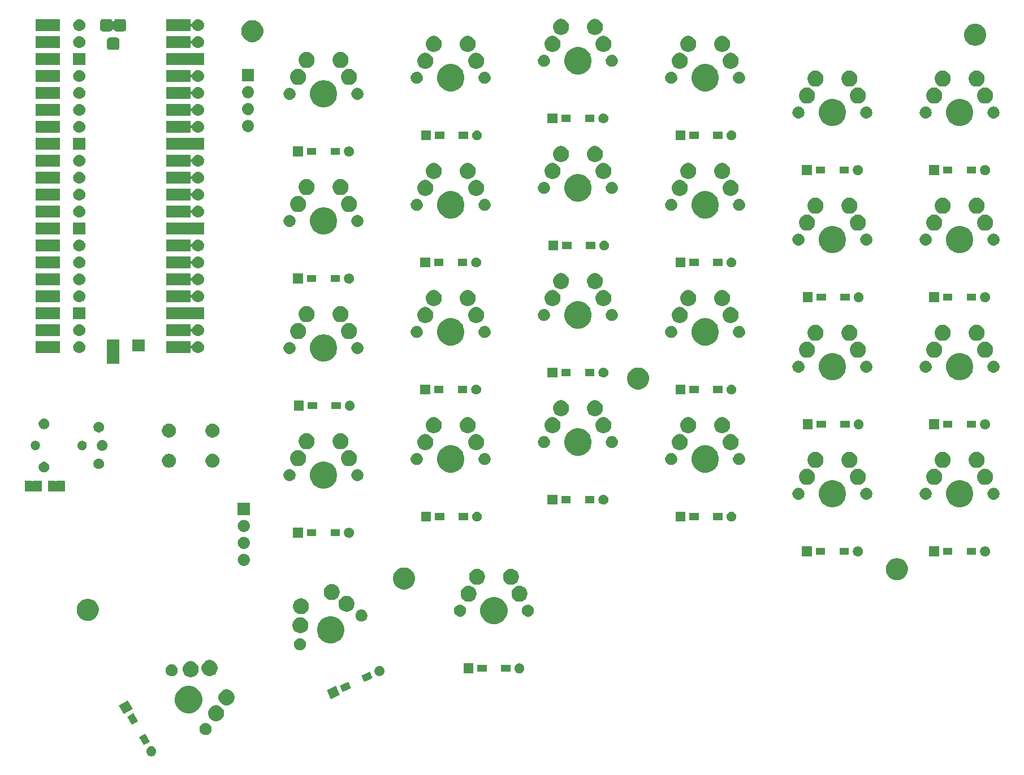
<source format=gts>
G04 #@! TF.GenerationSoftware,KiCad,Pcbnew,(5.1.4)-1*
G04 #@! TF.CreationDate,2021-07-06T10:58:29+08:00*
G04 #@! TF.ProjectId,Split Keeb,53706c69-7420-44b6-9565-622e6b696361,rev?*
G04 #@! TF.SameCoordinates,Original*
G04 #@! TF.FileFunction,Soldermask,Top*
G04 #@! TF.FilePolarity,Negative*
%FSLAX46Y46*%
G04 Gerber Fmt 4.6, Leading zero omitted, Abs format (unit mm)*
G04 Created by KiCad (PCBNEW (5.1.4)-1) date 2021-07-06 10:58:29*
%MOMM*%
%LPD*%
G04 APERTURE LIST*
%ADD10C,0.100000*%
G04 APERTURE END LIST*
D10*
G36*
X89369259Y-159641318D02*
G01*
X89493455Y-159666021D01*
X89629856Y-159722520D01*
X89752613Y-159804544D01*
X89857009Y-159908940D01*
X89939033Y-160031697D01*
X89995532Y-160168098D01*
X90024334Y-160312900D01*
X90024334Y-160460538D01*
X89995532Y-160605340D01*
X89939033Y-160741741D01*
X89857009Y-160864498D01*
X89752613Y-160968894D01*
X89629856Y-161050918D01*
X89493455Y-161107417D01*
X89369259Y-161132120D01*
X89348654Y-161136219D01*
X89201014Y-161136219D01*
X89180409Y-161132120D01*
X89056213Y-161107417D01*
X88919812Y-161050918D01*
X88797055Y-160968894D01*
X88692659Y-160864498D01*
X88610635Y-160741741D01*
X88554136Y-160605340D01*
X88525334Y-160460538D01*
X88525334Y-160312900D01*
X88554136Y-160168098D01*
X88610635Y-160031697D01*
X88692659Y-159908940D01*
X88797055Y-159804544D01*
X88919812Y-159722520D01*
X89056213Y-159666021D01*
X89180409Y-159641318D01*
X89201014Y-159637219D01*
X89348654Y-159637219D01*
X89369259Y-159641318D01*
X89369259Y-159641318D01*
G37*
G36*
X89063364Y-158968441D02*
G01*
X88607834Y-159231441D01*
X88152305Y-159494441D01*
X88152304Y-159494441D01*
X87451304Y-158280273D01*
X87906834Y-158017273D01*
X88362363Y-157754273D01*
X88362364Y-157754273D01*
X89063364Y-158968441D01*
X89063364Y-158968441D01*
G37*
G36*
X97584952Y-156167866D02*
G01*
X97672075Y-156185196D01*
X97781498Y-156230521D01*
X97836211Y-156253184D01*
X97982933Y-156351220D01*
X97983928Y-156351885D01*
X98109552Y-156477509D01*
X98109554Y-156477512D01*
X98208253Y-156625226D01*
X98208253Y-156625227D01*
X98276241Y-156789362D01*
X98310900Y-156963608D01*
X98310900Y-157141266D01*
X98276241Y-157315512D01*
X98230916Y-157424935D01*
X98208253Y-157479648D01*
X98110217Y-157626370D01*
X98109552Y-157627365D01*
X97983928Y-157752989D01*
X97983925Y-157752991D01*
X97836211Y-157851690D01*
X97781498Y-157874353D01*
X97672075Y-157919678D01*
X97584952Y-157937007D01*
X97497831Y-157954337D01*
X97320169Y-157954337D01*
X97233048Y-157937007D01*
X97145925Y-157919678D01*
X97036502Y-157874353D01*
X96981789Y-157851690D01*
X96834075Y-157752991D01*
X96834072Y-157752989D01*
X96708448Y-157627365D01*
X96707783Y-157626370D01*
X96609747Y-157479648D01*
X96587084Y-157424935D01*
X96541759Y-157315512D01*
X96507100Y-157141266D01*
X96507100Y-156963608D01*
X96541759Y-156789362D01*
X96609747Y-156625227D01*
X96609747Y-156625226D01*
X96708446Y-156477512D01*
X96708448Y-156477509D01*
X96834072Y-156351885D01*
X96835067Y-156351220D01*
X96981789Y-156253184D01*
X97036502Y-156230521D01*
X97145925Y-156185196D01*
X97233048Y-156167866D01*
X97320169Y-156150537D01*
X97497831Y-156150537D01*
X97584952Y-156167866D01*
X97584952Y-156167866D01*
G37*
G36*
X87288364Y-155894051D02*
G01*
X86844117Y-156150537D01*
X86377305Y-156420051D01*
X86377304Y-156420051D01*
X85676304Y-155205883D01*
X86131834Y-154942883D01*
X86587363Y-154679883D01*
X86587364Y-154679883D01*
X87288364Y-155894051D01*
X87288364Y-155894051D01*
G37*
G36*
X99321981Y-153534469D02*
G01*
X99532456Y-153621651D01*
X99539276Y-153624476D01*
X99734835Y-153755145D01*
X99901145Y-153921455D01*
X99924612Y-153956575D01*
X100031815Y-154117016D01*
X100121821Y-154334309D01*
X100167705Y-154564985D01*
X100167705Y-154800185D01*
X100121821Y-155030861D01*
X100049324Y-155205883D01*
X100031814Y-155248156D01*
X99901145Y-155443715D01*
X99734835Y-155610025D01*
X99539276Y-155740694D01*
X99539275Y-155740695D01*
X99539274Y-155740695D01*
X99321981Y-155830701D01*
X99091305Y-155876585D01*
X98856105Y-155876585D01*
X98625429Y-155830701D01*
X98408136Y-155740695D01*
X98408135Y-155740695D01*
X98408134Y-155740694D01*
X98212575Y-155610025D01*
X98046265Y-155443715D01*
X97915596Y-155248156D01*
X97898086Y-155205883D01*
X97825589Y-155030861D01*
X97779705Y-154800185D01*
X97779705Y-154564985D01*
X97825589Y-154334309D01*
X97915595Y-154117016D01*
X98022799Y-153956575D01*
X98046265Y-153921455D01*
X98212575Y-153755145D01*
X98408134Y-153624476D01*
X98414954Y-153621651D01*
X98625429Y-153534469D01*
X98856105Y-153488585D01*
X99091305Y-153488585D01*
X99321981Y-153534469D01*
X99321981Y-153534469D01*
G37*
G36*
X86488671Y-154061941D02*
G01*
X85190498Y-154811442D01*
X84440997Y-153513269D01*
X85739170Y-152763768D01*
X86488671Y-154061941D01*
X86488671Y-154061941D01*
G37*
G36*
X95465474Y-150686712D02*
G01*
X95683474Y-150777011D01*
X95837623Y-150840861D01*
X96172548Y-151064651D01*
X96457377Y-151349480D01*
X96681167Y-151684405D01*
X96745017Y-151838554D01*
X96835316Y-152056554D01*
X96913900Y-152451622D01*
X96913900Y-152854434D01*
X96835316Y-153249502D01*
X96785055Y-153370842D01*
X96681167Y-153621651D01*
X96457377Y-153956576D01*
X96172548Y-154241405D01*
X95837623Y-154465195D01*
X95683474Y-154529045D01*
X95465474Y-154619344D01*
X95070406Y-154697928D01*
X94667594Y-154697928D01*
X94272526Y-154619344D01*
X94054526Y-154529045D01*
X93900377Y-154465195D01*
X93565452Y-154241405D01*
X93280623Y-153956576D01*
X93056833Y-153621651D01*
X92952945Y-153370842D01*
X92902684Y-153249502D01*
X92824100Y-152854434D01*
X92824100Y-152451622D01*
X92902684Y-152056554D01*
X92992983Y-151838554D01*
X93056833Y-151684405D01*
X93280623Y-151349480D01*
X93565452Y-151064651D01*
X93900377Y-150840861D01*
X94054526Y-150777011D01*
X94272526Y-150686712D01*
X94667594Y-150608128D01*
X95070406Y-150608128D01*
X95465474Y-150686712D01*
X95465474Y-150686712D01*
G37*
G36*
X100886685Y-151164617D02*
G01*
X101103978Y-151254623D01*
X101103980Y-151254624D01*
X101299539Y-151385293D01*
X101465849Y-151551603D01*
X101554586Y-151684406D01*
X101596519Y-151747164D01*
X101686525Y-151964457D01*
X101732409Y-152195133D01*
X101732409Y-152430333D01*
X101686525Y-152661009D01*
X101643960Y-152763769D01*
X101596518Y-152878304D01*
X101465849Y-153073863D01*
X101299539Y-153240173D01*
X101103980Y-153370842D01*
X101103979Y-153370843D01*
X101103978Y-153370843D01*
X100886685Y-153460849D01*
X100656009Y-153506733D01*
X100420809Y-153506733D01*
X100190133Y-153460849D01*
X99972840Y-153370843D01*
X99972839Y-153370843D01*
X99972838Y-153370842D01*
X99777279Y-153240173D01*
X99610969Y-153073863D01*
X99480300Y-152878304D01*
X99432858Y-152763769D01*
X99390293Y-152661009D01*
X99344409Y-152430333D01*
X99344409Y-152195133D01*
X99390293Y-151964457D01*
X99480299Y-151747164D01*
X99522233Y-151684406D01*
X99610969Y-151551603D01*
X99777279Y-151385293D01*
X99972838Y-151254624D01*
X99972840Y-151254623D01*
X100190133Y-151164617D01*
X100420809Y-151118733D01*
X100656009Y-151118733D01*
X100886685Y-151164617D01*
X100886685Y-151164617D01*
G37*
G36*
X117530332Y-151944060D02*
G01*
X116171777Y-152577565D01*
X115538272Y-151219010D01*
X116896827Y-150585505D01*
X117530332Y-151944060D01*
X117530332Y-151944060D01*
G37*
G36*
X119236258Y-150901968D02*
G01*
X118887383Y-151064651D01*
X117965615Y-151494479D01*
X117965614Y-151494479D01*
X117521020Y-150541044D01*
X118156342Y-150244789D01*
X118791663Y-149948533D01*
X118791664Y-149948533D01*
X119236258Y-150901968D01*
X119236258Y-150901968D01*
G37*
G36*
X122453650Y-149401674D02*
G01*
X121818328Y-149697929D01*
X121183007Y-149994185D01*
X121183006Y-149994185D01*
X120738412Y-149040750D01*
X121510265Y-148680829D01*
X122009055Y-148448239D01*
X122009056Y-148448239D01*
X122453650Y-149401674D01*
X122453650Y-149401674D01*
G37*
G36*
X95511981Y-146935355D02*
G01*
X95729274Y-147025361D01*
X95729276Y-147025362D01*
X95924835Y-147156031D01*
X96091145Y-147322341D01*
X96179362Y-147454366D01*
X96221815Y-147517902D01*
X96311821Y-147735195D01*
X96357705Y-147965871D01*
X96357705Y-148201071D01*
X96311821Y-148431747D01*
X96221815Y-148649040D01*
X96221814Y-148649042D01*
X96091145Y-148844601D01*
X95924835Y-149010911D01*
X95729276Y-149141580D01*
X95729275Y-149141581D01*
X95729274Y-149141581D01*
X95511981Y-149231587D01*
X95281305Y-149277471D01*
X95046105Y-149277471D01*
X94815429Y-149231587D01*
X94598136Y-149141581D01*
X94598135Y-149141581D01*
X94598134Y-149141580D01*
X94402575Y-149010911D01*
X94236265Y-148844601D01*
X94105596Y-148649042D01*
X94105595Y-148649040D01*
X94015589Y-148431747D01*
X93969705Y-148201071D01*
X93969705Y-147965871D01*
X94015589Y-147735195D01*
X94105595Y-147517902D01*
X94148049Y-147454366D01*
X94236265Y-147322341D01*
X94402575Y-147156031D01*
X94598134Y-147025362D01*
X94598136Y-147025361D01*
X94815429Y-146935355D01*
X95046105Y-146889471D01*
X95281305Y-146889471D01*
X95511981Y-146935355D01*
X95511981Y-146935355D01*
G37*
G36*
X92504952Y-147369048D02*
G01*
X92592075Y-147386378D01*
X92694972Y-147429000D01*
X92756211Y-147454366D01*
X92902933Y-147552402D01*
X92903928Y-147553067D01*
X93029552Y-147678691D01*
X93029554Y-147678694D01*
X93128253Y-147826408D01*
X93128253Y-147826409D01*
X93196241Y-147990544D01*
X93230900Y-148164790D01*
X93230900Y-148342448D01*
X93196241Y-148516694D01*
X93153781Y-148619199D01*
X93128253Y-148680830D01*
X93112437Y-148704500D01*
X93029552Y-148828547D01*
X92903928Y-148954171D01*
X92903925Y-148954173D01*
X92756211Y-149052872D01*
X92735528Y-149061439D01*
X92592075Y-149120860D01*
X92504952Y-149138190D01*
X92417831Y-149155519D01*
X92240169Y-149155519D01*
X92153048Y-149138190D01*
X92065925Y-149120860D01*
X91922472Y-149061439D01*
X91901789Y-149052872D01*
X91754075Y-148954173D01*
X91754072Y-148954171D01*
X91628448Y-148828547D01*
X91545563Y-148704500D01*
X91529747Y-148680830D01*
X91504219Y-148619199D01*
X91461759Y-148516694D01*
X91427100Y-148342448D01*
X91427100Y-148164790D01*
X91461759Y-147990544D01*
X91529747Y-147826409D01*
X91529747Y-147826408D01*
X91628446Y-147678694D01*
X91628448Y-147678691D01*
X91754072Y-147553067D01*
X91755067Y-147552402D01*
X91901789Y-147454366D01*
X91963028Y-147429000D01*
X92065925Y-147386378D01*
X92153048Y-147369048D01*
X92240169Y-147351719D01*
X92417831Y-147351719D01*
X92504952Y-147369048D01*
X92504952Y-147369048D01*
G37*
G36*
X123534793Y-147615782D02*
G01*
X123658989Y-147640485D01*
X123795390Y-147696984D01*
X123918147Y-147779008D01*
X124022543Y-147883404D01*
X124104567Y-148006161D01*
X124161066Y-148142562D01*
X124189868Y-148287364D01*
X124189868Y-148435002D01*
X124161066Y-148579804D01*
X124104567Y-148716205D01*
X124022543Y-148838962D01*
X123918147Y-148943358D01*
X123795390Y-149025382D01*
X123658989Y-149081881D01*
X123534793Y-149106584D01*
X123514188Y-149110683D01*
X123366548Y-149110683D01*
X123345943Y-149106584D01*
X123221747Y-149081881D01*
X123085346Y-149025382D01*
X122962589Y-148943358D01*
X122858193Y-148838962D01*
X122776169Y-148716205D01*
X122719670Y-148579804D01*
X122690868Y-148435002D01*
X122690868Y-148287364D01*
X122719670Y-148142562D01*
X122776169Y-148006161D01*
X122858193Y-147883404D01*
X122962589Y-147779008D01*
X123085346Y-147696984D01*
X123221747Y-147640485D01*
X123345943Y-147615782D01*
X123366548Y-147611683D01*
X123514188Y-147611683D01*
X123534793Y-147615782D01*
X123534793Y-147615782D01*
G37*
G36*
X98346685Y-146765207D02*
G01*
X98563978Y-146855213D01*
X98563980Y-146855214D01*
X98615249Y-146889471D01*
X98759539Y-146985883D01*
X98925849Y-147152193D01*
X99056519Y-147347754D01*
X99146525Y-147565047D01*
X99192409Y-147795723D01*
X99192409Y-148030923D01*
X99146525Y-148261599D01*
X99074699Y-148435002D01*
X99056518Y-148478894D01*
X98925849Y-148674453D01*
X98759539Y-148840763D01*
X98563980Y-148971432D01*
X98563979Y-148971433D01*
X98563978Y-148971433D01*
X98346685Y-149061439D01*
X98116009Y-149107323D01*
X97880809Y-149107323D01*
X97650133Y-149061439D01*
X97432840Y-148971433D01*
X97432839Y-148971433D01*
X97432838Y-148971432D01*
X97237279Y-148840763D01*
X97070969Y-148674453D01*
X96940300Y-148478894D01*
X96922119Y-148435002D01*
X96850293Y-148261599D01*
X96804409Y-148030923D01*
X96804409Y-147795723D01*
X96850293Y-147565047D01*
X96940299Y-147347754D01*
X97070969Y-147152193D01*
X97237279Y-146985883D01*
X97381569Y-146889471D01*
X97432838Y-146855214D01*
X97432840Y-146855213D01*
X97650133Y-146765207D01*
X97880809Y-146719323D01*
X98116009Y-146719323D01*
X98346685Y-146765207D01*
X98346685Y-146765207D01*
G37*
G36*
X144493425Y-147209599D02*
G01*
X144617621Y-147234302D01*
X144754022Y-147290801D01*
X144876779Y-147372825D01*
X144981175Y-147477221D01*
X145063199Y-147599978D01*
X145119698Y-147736379D01*
X145148500Y-147881181D01*
X145148500Y-148028819D01*
X145119698Y-148173621D01*
X145063199Y-148310022D01*
X144981175Y-148432779D01*
X144876779Y-148537175D01*
X144754022Y-148619199D01*
X144617621Y-148675698D01*
X144493425Y-148700401D01*
X144472820Y-148704500D01*
X144325180Y-148704500D01*
X144304575Y-148700401D01*
X144180379Y-148675698D01*
X144043978Y-148619199D01*
X143921221Y-148537175D01*
X143816825Y-148432779D01*
X143734801Y-148310022D01*
X143678302Y-148173621D01*
X143649500Y-148028819D01*
X143649500Y-147881181D01*
X143678302Y-147736379D01*
X143734801Y-147599978D01*
X143816825Y-147477221D01*
X143921221Y-147372825D01*
X144043978Y-147290801D01*
X144180379Y-147234302D01*
X144304575Y-147209599D01*
X144325180Y-147205500D01*
X144472820Y-147205500D01*
X144493425Y-147209599D01*
X144493425Y-147209599D01*
G37*
G36*
X137528500Y-148704500D02*
G01*
X136029500Y-148704500D01*
X136029500Y-147205500D01*
X137528500Y-147205500D01*
X137528500Y-148704500D01*
X137528500Y-148704500D01*
G37*
G36*
X139515000Y-148481000D02*
G01*
X138113000Y-148481000D01*
X138113000Y-147429000D01*
X139515000Y-147429000D01*
X139515000Y-148481000D01*
X139515000Y-148481000D01*
G37*
G36*
X143065000Y-148481000D02*
G01*
X141663000Y-148481000D01*
X141663000Y-147429000D01*
X143065000Y-147429000D01*
X143065000Y-148481000D01*
X143065000Y-148481000D01*
G37*
G36*
X111706534Y-143462247D02*
G01*
X111793657Y-143479576D01*
X111903080Y-143524901D01*
X111957793Y-143547564D01*
X112104515Y-143645600D01*
X112105510Y-143646265D01*
X112231134Y-143771889D01*
X112231136Y-143771892D01*
X112329835Y-143919606D01*
X112329835Y-143919607D01*
X112397823Y-144083742D01*
X112432482Y-144257988D01*
X112432482Y-144435646D01*
X112397823Y-144609892D01*
X112352498Y-144719315D01*
X112329835Y-144774028D01*
X112231799Y-144920750D01*
X112231134Y-144921745D01*
X112105510Y-145047369D01*
X112105507Y-145047371D01*
X111957793Y-145146070D01*
X111903080Y-145168733D01*
X111793657Y-145214058D01*
X111706534Y-145231388D01*
X111619413Y-145248717D01*
X111441751Y-145248717D01*
X111354630Y-145231388D01*
X111267507Y-145214058D01*
X111158084Y-145168733D01*
X111103371Y-145146070D01*
X110955657Y-145047371D01*
X110955654Y-145047369D01*
X110830030Y-144921745D01*
X110829365Y-144920750D01*
X110731329Y-144774028D01*
X110708666Y-144719315D01*
X110663341Y-144609892D01*
X110628682Y-144435646D01*
X110628682Y-144257988D01*
X110663341Y-144083742D01*
X110731329Y-143919607D01*
X110731329Y-143919606D01*
X110830028Y-143771892D01*
X110830030Y-143771889D01*
X110955654Y-143646265D01*
X110956649Y-143645600D01*
X111103371Y-143547564D01*
X111158084Y-143524901D01*
X111267507Y-143479576D01*
X111354630Y-143462247D01*
X111441751Y-143444917D01*
X111619413Y-143444917D01*
X111706534Y-143462247D01*
X111706534Y-143462247D01*
G37*
G36*
X116731100Y-140233600D02*
G01*
X116925371Y-140314070D01*
X117103249Y-140387749D01*
X117438174Y-140611539D01*
X117723003Y-140896368D01*
X117946793Y-141231293D01*
X117969170Y-141285316D01*
X118100942Y-141603442D01*
X118179526Y-141998510D01*
X118179526Y-142401322D01*
X118100942Y-142796390D01*
X118010643Y-143014390D01*
X117946793Y-143168539D01*
X117723003Y-143503464D01*
X117438174Y-143788293D01*
X117103249Y-144012083D01*
X116949100Y-144075933D01*
X116731100Y-144166232D01*
X116336032Y-144244816D01*
X115933220Y-144244816D01*
X115538152Y-144166232D01*
X115320152Y-144075933D01*
X115166003Y-144012083D01*
X114831078Y-143788293D01*
X114546249Y-143503464D01*
X114322459Y-143168539D01*
X114258609Y-143014390D01*
X114168310Y-142796390D01*
X114089726Y-142401322D01*
X114089726Y-141998510D01*
X114168310Y-141603442D01*
X114300082Y-141285316D01*
X114322459Y-141231293D01*
X114546249Y-140896368D01*
X114831078Y-140611539D01*
X115166003Y-140387749D01*
X115343881Y-140314070D01*
X115538152Y-140233600D01*
X115933220Y-140155016D01*
X116336032Y-140155016D01*
X116731100Y-140233600D01*
X116731100Y-140233600D01*
G37*
G36*
X111956419Y-140359954D02*
G01*
X112173712Y-140449960D01*
X112173714Y-140449961D01*
X112369273Y-140580630D01*
X112535583Y-140746940D01*
X112651390Y-140920256D01*
X112666253Y-140942501D01*
X112756259Y-141159794D01*
X112802143Y-141390470D01*
X112802143Y-141625670D01*
X112756259Y-141856346D01*
X112697372Y-141998511D01*
X112666252Y-142073641D01*
X112535583Y-142269200D01*
X112369273Y-142435510D01*
X112173714Y-142566179D01*
X112173713Y-142566180D01*
X112173712Y-142566180D01*
X111956419Y-142656186D01*
X111725743Y-142702070D01*
X111490543Y-142702070D01*
X111259867Y-142656186D01*
X111042574Y-142566180D01*
X111042573Y-142566180D01*
X111042572Y-142566179D01*
X110847013Y-142435510D01*
X110680703Y-142269200D01*
X110550034Y-142073641D01*
X110518914Y-141998511D01*
X110460027Y-141856346D01*
X110414143Y-141625670D01*
X110414143Y-141390470D01*
X110460027Y-141159794D01*
X110550033Y-140942501D01*
X110564897Y-140920256D01*
X110680703Y-140746940D01*
X110847013Y-140580630D01*
X111042572Y-140449961D01*
X111042574Y-140449960D01*
X111259867Y-140359954D01*
X111490543Y-140314070D01*
X111725743Y-140314070D01*
X111956419Y-140359954D01*
X111956419Y-140359954D01*
G37*
G36*
X141185474Y-137352684D02*
G01*
X141403474Y-137442983D01*
X141557623Y-137506833D01*
X141892548Y-137730623D01*
X142177377Y-138015452D01*
X142401167Y-138350377D01*
X142465017Y-138504526D01*
X142555316Y-138722526D01*
X142633900Y-139117594D01*
X142633900Y-139520406D01*
X142555316Y-139915474D01*
X142471322Y-140118253D01*
X142401167Y-140287623D01*
X142177377Y-140622548D01*
X141892548Y-140907377D01*
X141557623Y-141131167D01*
X141403474Y-141195017D01*
X141185474Y-141285316D01*
X140790406Y-141363900D01*
X140387594Y-141363900D01*
X139992526Y-141285316D01*
X139774526Y-141195017D01*
X139620377Y-141131167D01*
X139285452Y-140907377D01*
X139000623Y-140622548D01*
X138776833Y-140287623D01*
X138706678Y-140118253D01*
X138622684Y-139915474D01*
X138544100Y-139520406D01*
X138544100Y-139117594D01*
X138622684Y-138722526D01*
X138712983Y-138504526D01*
X138776833Y-138350377D01*
X139000623Y-138015452D01*
X139285452Y-137730623D01*
X139620377Y-137506833D01*
X139774526Y-137442983D01*
X139992526Y-137352684D01*
X140387594Y-137274100D01*
X140790406Y-137274100D01*
X141185474Y-137352684D01*
X141185474Y-137352684D01*
G37*
G36*
X120914622Y-139168444D02*
G01*
X121001745Y-139185774D01*
X121108922Y-139230169D01*
X121165881Y-139253762D01*
X121303668Y-139345828D01*
X121313598Y-139352463D01*
X121439222Y-139478087D01*
X121439224Y-139478090D01*
X121537923Y-139625804D01*
X121537923Y-139625805D01*
X121605911Y-139789940D01*
X121611381Y-139817439D01*
X121626595Y-139893925D01*
X121640570Y-139964186D01*
X121640570Y-140141844D01*
X121605911Y-140316090D01*
X121587741Y-140359955D01*
X121537923Y-140480226D01*
X121470835Y-140580630D01*
X121439222Y-140627943D01*
X121313598Y-140753567D01*
X121313595Y-140753569D01*
X121165881Y-140852268D01*
X121111168Y-140874931D01*
X121001745Y-140920256D01*
X120914622Y-140937585D01*
X120827501Y-140954915D01*
X120649839Y-140954915D01*
X120562718Y-140937585D01*
X120475595Y-140920256D01*
X120366172Y-140874931D01*
X120311459Y-140852268D01*
X120163745Y-140753569D01*
X120163742Y-140753567D01*
X120038118Y-140627943D01*
X120006505Y-140580630D01*
X119939417Y-140480226D01*
X119889599Y-140359955D01*
X119871429Y-140316090D01*
X119836770Y-140141844D01*
X119836770Y-139964186D01*
X119850746Y-139893925D01*
X119865959Y-139817439D01*
X119871429Y-139789940D01*
X119939417Y-139625805D01*
X119939417Y-139625804D01*
X120038116Y-139478090D01*
X120038118Y-139478087D01*
X120163742Y-139352463D01*
X120173672Y-139345828D01*
X120311459Y-139253762D01*
X120368418Y-139230169D01*
X120475595Y-139185774D01*
X120562718Y-139168444D01*
X120649839Y-139151115D01*
X120827501Y-139151115D01*
X120914622Y-139168444D01*
X120914622Y-139168444D01*
G37*
G36*
X80117345Y-137580531D02*
G01*
X80237579Y-137604447D01*
X80450037Y-137692450D01*
X80507911Y-137716422D01*
X80538042Y-137728903D01*
X80808451Y-137909585D01*
X81038415Y-138139549D01*
X81219097Y-138409958D01*
X81343553Y-138710421D01*
X81350247Y-138744075D01*
X81407000Y-139029389D01*
X81407000Y-139354611D01*
X81390843Y-139435835D01*
X81343553Y-139673579D01*
X81283964Y-139817439D01*
X81223180Y-139964186D01*
X81219097Y-139974042D01*
X81038415Y-140244451D01*
X80808451Y-140474415D01*
X80538042Y-140655097D01*
X80237579Y-140779553D01*
X80131256Y-140800702D01*
X79918611Y-140843000D01*
X79593389Y-140843000D01*
X79380744Y-140800702D01*
X79274421Y-140779553D01*
X78973958Y-140655097D01*
X78703549Y-140474415D01*
X78473585Y-140244451D01*
X78292903Y-139974042D01*
X78288821Y-139964186D01*
X78228036Y-139817439D01*
X78168447Y-139673579D01*
X78121157Y-139435835D01*
X78105000Y-139354611D01*
X78105000Y-139029389D01*
X78161753Y-138744075D01*
X78168447Y-138710421D01*
X78292903Y-138409958D01*
X78473585Y-138139549D01*
X78703549Y-137909585D01*
X78973958Y-137728903D01*
X79004090Y-137716422D01*
X79061963Y-137692450D01*
X79274421Y-137604447D01*
X79394655Y-137580531D01*
X79593389Y-137541000D01*
X79918611Y-137541000D01*
X80117345Y-137580531D01*
X80117345Y-137580531D01*
G37*
G36*
X145844952Y-138434430D02*
G01*
X145932075Y-138451759D01*
X146041498Y-138497084D01*
X146096211Y-138519747D01*
X146242933Y-138617783D01*
X146243928Y-138618448D01*
X146369552Y-138744072D01*
X146369554Y-138744075D01*
X146468253Y-138891789D01*
X146468253Y-138891790D01*
X146536241Y-139055925D01*
X146536241Y-139055927D01*
X146570900Y-139230169D01*
X146570900Y-139407831D01*
X146556203Y-139481719D01*
X146536241Y-139582075D01*
X146498338Y-139673579D01*
X146468253Y-139746211D01*
X146370217Y-139892933D01*
X146369552Y-139893928D01*
X146243928Y-140019552D01*
X146243925Y-140019554D01*
X146096211Y-140118253D01*
X146041498Y-140140916D01*
X145932075Y-140186241D01*
X145844952Y-140203571D01*
X145757831Y-140220900D01*
X145580169Y-140220900D01*
X145493048Y-140203571D01*
X145405925Y-140186241D01*
X145296502Y-140140916D01*
X145241789Y-140118253D01*
X145094075Y-140019554D01*
X145094072Y-140019552D01*
X144968448Y-139893928D01*
X144967783Y-139892933D01*
X144869747Y-139746211D01*
X144839662Y-139673579D01*
X144801759Y-139582075D01*
X144781797Y-139481719D01*
X144767100Y-139407831D01*
X144767100Y-139230169D01*
X144801759Y-139055927D01*
X144801759Y-139055925D01*
X144869747Y-138891790D01*
X144869747Y-138891789D01*
X144968446Y-138744075D01*
X144968448Y-138744072D01*
X145094072Y-138618448D01*
X145095067Y-138617783D01*
X145241789Y-138519747D01*
X145296502Y-138497084D01*
X145405925Y-138451759D01*
X145493048Y-138434430D01*
X145580169Y-138417100D01*
X145757831Y-138417100D01*
X145844952Y-138434430D01*
X145844952Y-138434430D01*
G37*
G36*
X135684952Y-138434430D02*
G01*
X135772075Y-138451759D01*
X135881498Y-138497084D01*
X135936211Y-138519747D01*
X136082933Y-138617783D01*
X136083928Y-138618448D01*
X136209552Y-138744072D01*
X136209554Y-138744075D01*
X136308253Y-138891789D01*
X136308253Y-138891790D01*
X136376241Y-139055925D01*
X136376241Y-139055927D01*
X136410900Y-139230169D01*
X136410900Y-139407831D01*
X136396203Y-139481719D01*
X136376241Y-139582075D01*
X136338338Y-139673579D01*
X136308253Y-139746211D01*
X136210217Y-139892933D01*
X136209552Y-139893928D01*
X136083928Y-140019552D01*
X136083925Y-140019554D01*
X135936211Y-140118253D01*
X135881498Y-140140916D01*
X135772075Y-140186241D01*
X135684952Y-140203571D01*
X135597831Y-140220900D01*
X135420169Y-140220900D01*
X135333048Y-140203571D01*
X135245925Y-140186241D01*
X135136502Y-140140916D01*
X135081789Y-140118253D01*
X134934075Y-140019554D01*
X134934072Y-140019552D01*
X134808448Y-139893928D01*
X134807783Y-139892933D01*
X134709747Y-139746211D01*
X134679662Y-139673579D01*
X134641759Y-139582075D01*
X134621797Y-139481719D01*
X134607100Y-139407831D01*
X134607100Y-139230169D01*
X134641759Y-139055927D01*
X134641759Y-139055925D01*
X134709747Y-138891790D01*
X134709747Y-138891789D01*
X134808446Y-138744075D01*
X134808448Y-138744072D01*
X134934072Y-138618448D01*
X134935067Y-138617783D01*
X135081789Y-138519747D01*
X135136502Y-138497084D01*
X135245925Y-138451759D01*
X135333048Y-138434430D01*
X135420169Y-138417100D01*
X135597831Y-138417100D01*
X135684952Y-138434430D01*
X135684952Y-138434430D01*
G37*
G36*
X112033979Y-137521207D02*
G01*
X112234937Y-137604447D01*
X112251274Y-137611214D01*
X112446833Y-137741883D01*
X112613143Y-137908193D01*
X112684812Y-138015452D01*
X112743813Y-138103754D01*
X112833819Y-138321047D01*
X112879703Y-138551723D01*
X112879703Y-138786923D01*
X112833819Y-139017599D01*
X112743813Y-139234892D01*
X112743812Y-139234894D01*
X112613143Y-139430453D01*
X112446833Y-139596763D01*
X112251274Y-139727432D01*
X112251273Y-139727433D01*
X112251272Y-139727433D01*
X112033979Y-139817439D01*
X111803303Y-139863323D01*
X111568103Y-139863323D01*
X111337427Y-139817439D01*
X111120134Y-139727433D01*
X111120133Y-139727433D01*
X111120132Y-139727432D01*
X110924573Y-139596763D01*
X110758263Y-139430453D01*
X110627594Y-139234894D01*
X110627593Y-139234892D01*
X110537587Y-139017599D01*
X110491703Y-138786923D01*
X110491703Y-138551723D01*
X110537587Y-138321047D01*
X110627593Y-138103754D01*
X110686595Y-138015452D01*
X110758263Y-137908193D01*
X110924573Y-137741883D01*
X111120132Y-137611214D01*
X111136469Y-137604447D01*
X111337427Y-137521207D01*
X111568103Y-137475323D01*
X111803303Y-137475323D01*
X112033979Y-137521207D01*
X112033979Y-137521207D01*
G37*
G36*
X118862484Y-137139603D02*
G01*
X119079777Y-137229609D01*
X119079779Y-137229610D01*
X119251826Y-137344569D01*
X119275338Y-137360279D01*
X119441648Y-137526589D01*
X119572318Y-137722150D01*
X119662324Y-137939443D01*
X119708208Y-138170119D01*
X119708208Y-138405319D01*
X119662324Y-138635995D01*
X119599807Y-138786923D01*
X119572317Y-138853290D01*
X119441648Y-139048849D01*
X119275338Y-139215159D01*
X119079779Y-139345828D01*
X119079778Y-139345829D01*
X119079777Y-139345829D01*
X118862484Y-139435835D01*
X118631808Y-139481719D01*
X118396608Y-139481719D01*
X118165932Y-139435835D01*
X117948639Y-139345829D01*
X117948638Y-139345829D01*
X117948637Y-139345828D01*
X117753078Y-139215159D01*
X117586768Y-139048849D01*
X117456099Y-138853290D01*
X117428609Y-138786923D01*
X117366092Y-138635995D01*
X117320208Y-138405319D01*
X117320208Y-138170119D01*
X117366092Y-137939443D01*
X117456098Y-137722150D01*
X117586768Y-137526589D01*
X117753078Y-137360279D01*
X117776590Y-137344569D01*
X117948637Y-137229610D01*
X117948639Y-137229609D01*
X118165932Y-137139603D01*
X118396608Y-137093719D01*
X118631808Y-137093719D01*
X118862484Y-137139603D01*
X118862484Y-137139603D01*
G37*
G36*
X137127276Y-135630884D02*
G01*
X137344569Y-135720890D01*
X137344571Y-135720891D01*
X137426173Y-135775416D01*
X137540130Y-135851560D01*
X137706440Y-136017870D01*
X137837110Y-136213431D01*
X137927116Y-136430724D01*
X137973000Y-136661400D01*
X137973000Y-136896600D01*
X137927116Y-137127276D01*
X137866299Y-137274100D01*
X137837109Y-137344571D01*
X137706440Y-137540130D01*
X137540130Y-137706440D01*
X137344571Y-137837109D01*
X137344570Y-137837110D01*
X137344569Y-137837110D01*
X137127276Y-137927116D01*
X136896600Y-137973000D01*
X136661400Y-137973000D01*
X136430724Y-137927116D01*
X136213431Y-137837110D01*
X136213430Y-137837110D01*
X136213429Y-137837109D01*
X136017870Y-137706440D01*
X135851560Y-137540130D01*
X135720891Y-137344571D01*
X135691701Y-137274100D01*
X135630884Y-137127276D01*
X135585000Y-136896600D01*
X135585000Y-136661400D01*
X135630884Y-136430724D01*
X135720890Y-136213431D01*
X135851560Y-136017870D01*
X136017870Y-135851560D01*
X136131827Y-135775416D01*
X136213429Y-135720891D01*
X136213431Y-135720890D01*
X136430724Y-135630884D01*
X136661400Y-135585000D01*
X136896600Y-135585000D01*
X137127276Y-135630884D01*
X137127276Y-135630884D01*
G37*
G36*
X144747276Y-135630884D02*
G01*
X144964569Y-135720890D01*
X144964571Y-135720891D01*
X145046173Y-135775416D01*
X145160130Y-135851560D01*
X145326440Y-136017870D01*
X145457110Y-136213431D01*
X145547116Y-136430724D01*
X145593000Y-136661400D01*
X145593000Y-136896600D01*
X145547116Y-137127276D01*
X145486299Y-137274100D01*
X145457109Y-137344571D01*
X145326440Y-137540130D01*
X145160130Y-137706440D01*
X144964571Y-137837109D01*
X144964570Y-137837110D01*
X144964569Y-137837110D01*
X144747276Y-137927116D01*
X144516600Y-137973000D01*
X144281400Y-137973000D01*
X144050724Y-137927116D01*
X143833431Y-137837110D01*
X143833430Y-137837110D01*
X143833429Y-137837109D01*
X143637870Y-137706440D01*
X143471560Y-137540130D01*
X143340891Y-137344571D01*
X143311701Y-137274100D01*
X143250884Y-137127276D01*
X143205000Y-136896600D01*
X143205000Y-136661400D01*
X143250884Y-136430724D01*
X143340890Y-136213431D01*
X143471560Y-136017870D01*
X143637870Y-135851560D01*
X143751827Y-135775416D01*
X143833429Y-135720891D01*
X143833431Y-135720890D01*
X144050724Y-135630884D01*
X144281400Y-135585000D01*
X144516600Y-135585000D01*
X144747276Y-135630884D01*
X144747276Y-135630884D01*
G37*
G36*
X116638023Y-135374306D02*
G01*
X116779722Y-135433000D01*
X116855318Y-135464313D01*
X116976746Y-135545449D01*
X117050877Y-135594982D01*
X117217187Y-135761292D01*
X117347857Y-135956853D01*
X117437863Y-136174146D01*
X117483747Y-136404822D01*
X117483747Y-136640022D01*
X117437863Y-136870698D01*
X117347857Y-137087991D01*
X117347856Y-137087993D01*
X117217187Y-137283552D01*
X117050877Y-137449862D01*
X116855318Y-137580531D01*
X116855317Y-137580532D01*
X116855316Y-137580532D01*
X116638023Y-137670538D01*
X116407347Y-137716422D01*
X116172147Y-137716422D01*
X115941471Y-137670538D01*
X115724178Y-137580532D01*
X115724177Y-137580532D01*
X115724176Y-137580531D01*
X115528617Y-137449862D01*
X115362307Y-137283552D01*
X115231638Y-137087993D01*
X115231637Y-137087991D01*
X115141631Y-136870698D01*
X115095747Y-136640022D01*
X115095747Y-136404822D01*
X115141631Y-136174146D01*
X115231637Y-135956853D01*
X115362307Y-135761292D01*
X115528617Y-135594982D01*
X115602748Y-135545449D01*
X115724176Y-135464313D01*
X115799772Y-135433000D01*
X115941471Y-135374306D01*
X116172147Y-135328422D01*
X116407347Y-135328422D01*
X116638023Y-135374306D01*
X116638023Y-135374306D01*
G37*
G36*
X127502256Y-132884298D02*
G01*
X127608579Y-132905447D01*
X127909042Y-133029903D01*
X128179451Y-133210585D01*
X128409415Y-133440549D01*
X128590097Y-133710958D01*
X128714553Y-134011421D01*
X128778000Y-134330391D01*
X128778000Y-134655609D01*
X128714553Y-134974579D01*
X128590097Y-135275042D01*
X128409415Y-135545451D01*
X128179451Y-135775415D01*
X127909042Y-135956097D01*
X127608579Y-136080553D01*
X127502256Y-136101702D01*
X127289611Y-136144000D01*
X126964389Y-136144000D01*
X126751744Y-136101702D01*
X126645421Y-136080553D01*
X126344958Y-135956097D01*
X126074549Y-135775415D01*
X125844585Y-135545451D01*
X125663903Y-135275042D01*
X125539447Y-134974579D01*
X125476000Y-134655609D01*
X125476000Y-134330391D01*
X125539447Y-134011421D01*
X125663903Y-133710958D01*
X125844585Y-133440549D01*
X126074549Y-133210585D01*
X126344958Y-133029903D01*
X126645421Y-132905447D01*
X126751744Y-132884298D01*
X126964389Y-132842000D01*
X127289611Y-132842000D01*
X127502256Y-132884298D01*
X127502256Y-132884298D01*
G37*
G36*
X143477276Y-133090884D02*
G01*
X143694569Y-133180890D01*
X143694571Y-133180891D01*
X143890130Y-133311560D01*
X144056440Y-133477870D01*
X144187110Y-133673431D01*
X144277116Y-133890724D01*
X144323000Y-134121400D01*
X144323000Y-134356600D01*
X144277116Y-134587276D01*
X144210956Y-134747000D01*
X144187109Y-134804571D01*
X144056440Y-135000130D01*
X143890130Y-135166440D01*
X143694571Y-135297109D01*
X143694570Y-135297110D01*
X143694569Y-135297110D01*
X143477276Y-135387116D01*
X143246600Y-135433000D01*
X143011400Y-135433000D01*
X142780724Y-135387116D01*
X142563431Y-135297110D01*
X142563430Y-135297110D01*
X142563429Y-135297109D01*
X142367870Y-135166440D01*
X142201560Y-135000130D01*
X142070891Y-134804571D01*
X142047044Y-134747000D01*
X141980884Y-134587276D01*
X141935000Y-134356600D01*
X141935000Y-134121400D01*
X141980884Y-133890724D01*
X142070890Y-133673431D01*
X142201560Y-133477870D01*
X142367870Y-133311560D01*
X142563429Y-133180891D01*
X142563431Y-133180890D01*
X142780724Y-133090884D01*
X143011400Y-133045000D01*
X143246600Y-133045000D01*
X143477276Y-133090884D01*
X143477276Y-133090884D01*
G37*
G36*
X138397276Y-133090884D02*
G01*
X138614569Y-133180890D01*
X138614571Y-133180891D01*
X138810130Y-133311560D01*
X138976440Y-133477870D01*
X139107110Y-133673431D01*
X139197116Y-133890724D01*
X139243000Y-134121400D01*
X139243000Y-134356600D01*
X139197116Y-134587276D01*
X139130956Y-134747000D01*
X139107109Y-134804571D01*
X138976440Y-135000130D01*
X138810130Y-135166440D01*
X138614571Y-135297109D01*
X138614570Y-135297110D01*
X138614569Y-135297110D01*
X138397276Y-135387116D01*
X138166600Y-135433000D01*
X137931400Y-135433000D01*
X137700724Y-135387116D01*
X137483431Y-135297110D01*
X137483430Y-135297110D01*
X137483429Y-135297109D01*
X137287870Y-135166440D01*
X137121560Y-135000130D01*
X136990891Y-134804571D01*
X136967044Y-134747000D01*
X136900884Y-134587276D01*
X136855000Y-134356600D01*
X136855000Y-134121400D01*
X136900884Y-133890724D01*
X136990890Y-133673431D01*
X137121560Y-133477870D01*
X137287870Y-133311560D01*
X137483429Y-133180891D01*
X137483431Y-133180890D01*
X137700724Y-133090884D01*
X137931400Y-133045000D01*
X138166600Y-133045000D01*
X138397276Y-133090884D01*
X138397276Y-133090884D01*
G37*
G36*
X201289256Y-131487298D02*
G01*
X201395579Y-131508447D01*
X201696042Y-131632903D01*
X201966451Y-131813585D01*
X202196415Y-132043549D01*
X202302283Y-132201991D01*
X202377098Y-132313960D01*
X202387547Y-132339186D01*
X202495580Y-132600000D01*
X202501553Y-132614422D01*
X202565000Y-132933389D01*
X202565000Y-133258611D01*
X202528810Y-133440549D01*
X202501553Y-133577579D01*
X202377097Y-133878042D01*
X202196415Y-134148451D01*
X201966451Y-134378415D01*
X201696042Y-134559097D01*
X201395579Y-134683553D01*
X201289256Y-134704702D01*
X201076611Y-134747000D01*
X200751389Y-134747000D01*
X200538744Y-134704702D01*
X200432421Y-134683553D01*
X200131958Y-134559097D01*
X199861549Y-134378415D01*
X199631585Y-134148451D01*
X199450903Y-133878042D01*
X199326447Y-133577579D01*
X199299190Y-133440549D01*
X199263000Y-133258611D01*
X199263000Y-132933389D01*
X199326447Y-132614422D01*
X199332421Y-132600000D01*
X199440453Y-132339186D01*
X199450902Y-132313960D01*
X199525717Y-132201991D01*
X199631585Y-132043549D01*
X199861549Y-131813585D01*
X200131958Y-131632903D01*
X200432421Y-131508447D01*
X200538744Y-131487298D01*
X200751389Y-131445000D01*
X201076611Y-131445000D01*
X201289256Y-131487298D01*
X201289256Y-131487298D01*
G37*
G36*
X103234442Y-130804518D02*
G01*
X103300627Y-130811037D01*
X103470466Y-130862557D01*
X103626991Y-130946222D01*
X103662729Y-130975552D01*
X103764186Y-131058814D01*
X103838771Y-131149698D01*
X103876778Y-131196009D01*
X103960443Y-131352534D01*
X104011963Y-131522373D01*
X104029359Y-131699000D01*
X104011963Y-131875627D01*
X103960443Y-132045466D01*
X103876778Y-132201991D01*
X103847448Y-132237729D01*
X103764186Y-132339186D01*
X103662729Y-132422448D01*
X103626991Y-132451778D01*
X103470466Y-132535443D01*
X103300627Y-132586963D01*
X103234442Y-132593482D01*
X103168260Y-132600000D01*
X103079740Y-132600000D01*
X103013558Y-132593482D01*
X102947373Y-132586963D01*
X102777534Y-132535443D01*
X102621009Y-132451778D01*
X102585271Y-132422448D01*
X102483814Y-132339186D01*
X102400552Y-132237729D01*
X102371222Y-132201991D01*
X102287557Y-132045466D01*
X102236037Y-131875627D01*
X102218641Y-131699000D01*
X102236037Y-131522373D01*
X102287557Y-131352534D01*
X102371222Y-131196009D01*
X102409229Y-131149698D01*
X102483814Y-131058814D01*
X102585271Y-130975552D01*
X102621009Y-130946222D01*
X102777534Y-130862557D01*
X102947373Y-130811037D01*
X103013558Y-130804518D01*
X103079740Y-130798000D01*
X103168260Y-130798000D01*
X103234442Y-130804518D01*
X103234442Y-130804518D01*
G37*
G36*
X207251500Y-131178500D02*
G01*
X205752500Y-131178500D01*
X205752500Y-129679500D01*
X207251500Y-129679500D01*
X207251500Y-131178500D01*
X207251500Y-131178500D01*
G37*
G36*
X188201500Y-131178500D02*
G01*
X186702500Y-131178500D01*
X186702500Y-129679500D01*
X188201500Y-129679500D01*
X188201500Y-131178500D01*
X188201500Y-131178500D01*
G37*
G36*
X214216425Y-129683599D02*
G01*
X214340621Y-129708302D01*
X214477022Y-129764801D01*
X214599779Y-129846825D01*
X214704175Y-129951221D01*
X214786199Y-130073978D01*
X214842698Y-130210379D01*
X214871500Y-130355181D01*
X214871500Y-130502819D01*
X214842698Y-130647621D01*
X214786199Y-130784022D01*
X214704175Y-130906779D01*
X214599779Y-131011175D01*
X214477022Y-131093199D01*
X214340621Y-131149698D01*
X214216425Y-131174401D01*
X214195820Y-131178500D01*
X214048180Y-131178500D01*
X214027575Y-131174401D01*
X213903379Y-131149698D01*
X213766978Y-131093199D01*
X213644221Y-131011175D01*
X213539825Y-130906779D01*
X213457801Y-130784022D01*
X213401302Y-130647621D01*
X213372500Y-130502819D01*
X213372500Y-130355181D01*
X213401302Y-130210379D01*
X213457801Y-130073978D01*
X213539825Y-129951221D01*
X213644221Y-129846825D01*
X213766978Y-129764801D01*
X213903379Y-129708302D01*
X214027575Y-129683599D01*
X214048180Y-129679500D01*
X214195820Y-129679500D01*
X214216425Y-129683599D01*
X214216425Y-129683599D01*
G37*
G36*
X195166425Y-129683599D02*
G01*
X195290621Y-129708302D01*
X195427022Y-129764801D01*
X195549779Y-129846825D01*
X195654175Y-129951221D01*
X195736199Y-130073978D01*
X195792698Y-130210379D01*
X195821500Y-130355181D01*
X195821500Y-130502819D01*
X195792698Y-130647621D01*
X195736199Y-130784022D01*
X195654175Y-130906779D01*
X195549779Y-131011175D01*
X195427022Y-131093199D01*
X195290621Y-131149698D01*
X195166425Y-131174401D01*
X195145820Y-131178500D01*
X194998180Y-131178500D01*
X194977575Y-131174401D01*
X194853379Y-131149698D01*
X194716978Y-131093199D01*
X194594221Y-131011175D01*
X194489825Y-130906779D01*
X194407801Y-130784022D01*
X194351302Y-130647621D01*
X194322500Y-130502819D01*
X194322500Y-130355181D01*
X194351302Y-130210379D01*
X194407801Y-130073978D01*
X194489825Y-129951221D01*
X194594221Y-129846825D01*
X194716978Y-129764801D01*
X194853379Y-129708302D01*
X194977575Y-129683599D01*
X194998180Y-129679500D01*
X195145820Y-129679500D01*
X195166425Y-129683599D01*
X195166425Y-129683599D01*
G37*
G36*
X190188000Y-130955000D02*
G01*
X188786000Y-130955000D01*
X188786000Y-129903000D01*
X190188000Y-129903000D01*
X190188000Y-130955000D01*
X190188000Y-130955000D01*
G37*
G36*
X212788000Y-130955000D02*
G01*
X211386000Y-130955000D01*
X211386000Y-129903000D01*
X212788000Y-129903000D01*
X212788000Y-130955000D01*
X212788000Y-130955000D01*
G37*
G36*
X209238000Y-130955000D02*
G01*
X207836000Y-130955000D01*
X207836000Y-129903000D01*
X209238000Y-129903000D01*
X209238000Y-130955000D01*
X209238000Y-130955000D01*
G37*
G36*
X193738000Y-130955000D02*
G01*
X192336000Y-130955000D01*
X192336000Y-129903000D01*
X193738000Y-129903000D01*
X193738000Y-130955000D01*
X193738000Y-130955000D01*
G37*
G36*
X103234443Y-128264519D02*
G01*
X103300627Y-128271037D01*
X103470466Y-128322557D01*
X103626991Y-128406222D01*
X103662729Y-128435552D01*
X103764186Y-128518814D01*
X103847448Y-128620271D01*
X103876778Y-128656009D01*
X103960443Y-128812534D01*
X104011963Y-128982373D01*
X104029359Y-129159000D01*
X104011963Y-129335627D01*
X103960443Y-129505466D01*
X103876778Y-129661991D01*
X103847448Y-129697729D01*
X103764186Y-129799186D01*
X103662729Y-129882448D01*
X103626991Y-129911778D01*
X103470466Y-129995443D01*
X103300627Y-130046963D01*
X103234442Y-130053482D01*
X103168260Y-130060000D01*
X103079740Y-130060000D01*
X103013558Y-130053482D01*
X102947373Y-130046963D01*
X102777534Y-129995443D01*
X102621009Y-129911778D01*
X102585271Y-129882448D01*
X102483814Y-129799186D01*
X102400552Y-129697729D01*
X102371222Y-129661991D01*
X102287557Y-129505466D01*
X102236037Y-129335627D01*
X102218641Y-129159000D01*
X102236037Y-128982373D01*
X102287557Y-128812534D01*
X102371222Y-128656009D01*
X102400552Y-128620271D01*
X102483814Y-128518814D01*
X102585271Y-128435552D01*
X102621009Y-128406222D01*
X102777534Y-128322557D01*
X102947373Y-128271037D01*
X103013557Y-128264519D01*
X103079740Y-128258000D01*
X103168260Y-128258000D01*
X103234443Y-128264519D01*
X103234443Y-128264519D01*
G37*
G36*
X118966425Y-126889599D02*
G01*
X119090621Y-126914302D01*
X119227022Y-126970801D01*
X119349779Y-127052825D01*
X119454175Y-127157221D01*
X119536199Y-127279978D01*
X119592698Y-127416379D01*
X119621500Y-127561181D01*
X119621500Y-127708819D01*
X119592698Y-127853621D01*
X119536199Y-127990022D01*
X119454175Y-128112779D01*
X119349779Y-128217175D01*
X119227022Y-128299199D01*
X119090621Y-128355698D01*
X118966425Y-128380401D01*
X118945820Y-128384500D01*
X118798180Y-128384500D01*
X118777575Y-128380401D01*
X118653379Y-128355698D01*
X118516978Y-128299199D01*
X118394221Y-128217175D01*
X118289825Y-128112779D01*
X118207801Y-127990022D01*
X118151302Y-127853621D01*
X118122500Y-127708819D01*
X118122500Y-127561181D01*
X118151302Y-127416379D01*
X118207801Y-127279978D01*
X118289825Y-127157221D01*
X118394221Y-127052825D01*
X118516978Y-126970801D01*
X118653379Y-126914302D01*
X118777575Y-126889599D01*
X118798180Y-126885500D01*
X118945820Y-126885500D01*
X118966425Y-126889599D01*
X118966425Y-126889599D01*
G37*
G36*
X112001500Y-128384500D02*
G01*
X110502500Y-128384500D01*
X110502500Y-126885500D01*
X112001500Y-126885500D01*
X112001500Y-128384500D01*
X112001500Y-128384500D01*
G37*
G36*
X113988000Y-128161000D02*
G01*
X112586000Y-128161000D01*
X112586000Y-127109000D01*
X113988000Y-127109000D01*
X113988000Y-128161000D01*
X113988000Y-128161000D01*
G37*
G36*
X117538000Y-128161000D02*
G01*
X116136000Y-128161000D01*
X116136000Y-127109000D01*
X117538000Y-127109000D01*
X117538000Y-128161000D01*
X117538000Y-128161000D01*
G37*
G36*
X103234443Y-125724519D02*
G01*
X103300627Y-125731037D01*
X103470466Y-125782557D01*
X103626991Y-125866222D01*
X103651333Y-125886199D01*
X103764186Y-125978814D01*
X103847448Y-126080271D01*
X103876778Y-126116009D01*
X103960443Y-126272534D01*
X104011963Y-126442373D01*
X104029359Y-126619000D01*
X104011963Y-126795627D01*
X103960443Y-126965466D01*
X103876778Y-127121991D01*
X103847865Y-127157221D01*
X103764186Y-127259186D01*
X103662729Y-127342448D01*
X103626991Y-127371778D01*
X103470466Y-127455443D01*
X103300627Y-127506963D01*
X103234442Y-127513482D01*
X103168260Y-127520000D01*
X103079740Y-127520000D01*
X103013558Y-127513482D01*
X102947373Y-127506963D01*
X102777534Y-127455443D01*
X102621009Y-127371778D01*
X102585271Y-127342448D01*
X102483814Y-127259186D01*
X102400135Y-127157221D01*
X102371222Y-127121991D01*
X102287557Y-126965466D01*
X102236037Y-126795627D01*
X102218641Y-126619000D01*
X102236037Y-126442373D01*
X102287557Y-126272534D01*
X102371222Y-126116009D01*
X102400552Y-126080271D01*
X102483814Y-125978814D01*
X102596667Y-125886199D01*
X102621009Y-125866222D01*
X102777534Y-125782557D01*
X102947373Y-125731037D01*
X103013557Y-125724519D01*
X103079740Y-125718000D01*
X103168260Y-125718000D01*
X103234443Y-125724519D01*
X103234443Y-125724519D01*
G37*
G36*
X169275500Y-125971500D02*
G01*
X167776500Y-125971500D01*
X167776500Y-124472500D01*
X169275500Y-124472500D01*
X169275500Y-125971500D01*
X169275500Y-125971500D01*
G37*
G36*
X176240425Y-124476599D02*
G01*
X176364621Y-124501302D01*
X176501022Y-124557801D01*
X176623779Y-124639825D01*
X176728175Y-124744221D01*
X176810199Y-124866978D01*
X176866698Y-125003379D01*
X176895500Y-125148181D01*
X176895500Y-125295819D01*
X176866698Y-125440621D01*
X176810199Y-125577022D01*
X176728175Y-125699779D01*
X176623779Y-125804175D01*
X176501022Y-125886199D01*
X176364621Y-125942698D01*
X176240425Y-125967401D01*
X176219820Y-125971500D01*
X176072180Y-125971500D01*
X176051575Y-125967401D01*
X175927379Y-125942698D01*
X175790978Y-125886199D01*
X175668221Y-125804175D01*
X175563825Y-125699779D01*
X175481801Y-125577022D01*
X175425302Y-125440621D01*
X175396500Y-125295819D01*
X175396500Y-125148181D01*
X175425302Y-125003379D01*
X175481801Y-124866978D01*
X175563825Y-124744221D01*
X175668221Y-124639825D01*
X175790978Y-124557801D01*
X175927379Y-124501302D01*
X176051575Y-124476599D01*
X176072180Y-124472500D01*
X176219820Y-124472500D01*
X176240425Y-124476599D01*
X176240425Y-124476599D01*
G37*
G36*
X138143425Y-124476599D02*
G01*
X138267621Y-124501302D01*
X138404022Y-124557801D01*
X138526779Y-124639825D01*
X138631175Y-124744221D01*
X138713199Y-124866978D01*
X138769698Y-125003379D01*
X138798500Y-125148181D01*
X138798500Y-125295819D01*
X138769698Y-125440621D01*
X138713199Y-125577022D01*
X138631175Y-125699779D01*
X138526779Y-125804175D01*
X138404022Y-125886199D01*
X138267621Y-125942698D01*
X138143425Y-125967401D01*
X138122820Y-125971500D01*
X137975180Y-125971500D01*
X137954575Y-125967401D01*
X137830379Y-125942698D01*
X137693978Y-125886199D01*
X137571221Y-125804175D01*
X137466825Y-125699779D01*
X137384801Y-125577022D01*
X137328302Y-125440621D01*
X137299500Y-125295819D01*
X137299500Y-125148181D01*
X137328302Y-125003379D01*
X137384801Y-124866978D01*
X137466825Y-124744221D01*
X137571221Y-124639825D01*
X137693978Y-124557801D01*
X137830379Y-124501302D01*
X137954575Y-124476599D01*
X137975180Y-124472500D01*
X138122820Y-124472500D01*
X138143425Y-124476599D01*
X138143425Y-124476599D01*
G37*
G36*
X131178500Y-125971500D02*
G01*
X129679500Y-125971500D01*
X129679500Y-124472500D01*
X131178500Y-124472500D01*
X131178500Y-125971500D01*
X131178500Y-125971500D01*
G37*
G36*
X171262000Y-125748000D02*
G01*
X169860000Y-125748000D01*
X169860000Y-124696000D01*
X171262000Y-124696000D01*
X171262000Y-125748000D01*
X171262000Y-125748000D01*
G37*
G36*
X136715000Y-125748000D02*
G01*
X135313000Y-125748000D01*
X135313000Y-124696000D01*
X136715000Y-124696000D01*
X136715000Y-125748000D01*
X136715000Y-125748000D01*
G37*
G36*
X133165000Y-125748000D02*
G01*
X131763000Y-125748000D01*
X131763000Y-124696000D01*
X133165000Y-124696000D01*
X133165000Y-125748000D01*
X133165000Y-125748000D01*
G37*
G36*
X174812000Y-125748000D02*
G01*
X173410000Y-125748000D01*
X173410000Y-124696000D01*
X174812000Y-124696000D01*
X174812000Y-125748000D01*
X174812000Y-125748000D01*
G37*
G36*
X104025000Y-124980000D02*
G01*
X102223000Y-124980000D01*
X102223000Y-123178000D01*
X104025000Y-123178000D01*
X104025000Y-124980000D01*
X104025000Y-124980000D01*
G37*
G36*
X191858474Y-119826684D02*
G01*
X192028060Y-119896929D01*
X192230623Y-119980833D01*
X192565548Y-120204623D01*
X192850377Y-120489452D01*
X193074167Y-120824377D01*
X193132545Y-120965315D01*
X193228316Y-121196526D01*
X193306900Y-121591594D01*
X193306900Y-121994406D01*
X193228316Y-122389474D01*
X193144322Y-122592253D01*
X193074167Y-122761623D01*
X192850377Y-123096548D01*
X192565548Y-123381377D01*
X192230623Y-123605167D01*
X192076474Y-123669017D01*
X191858474Y-123759316D01*
X191463406Y-123837900D01*
X191060594Y-123837900D01*
X190665526Y-123759316D01*
X190447526Y-123669017D01*
X190293377Y-123605167D01*
X189958452Y-123381377D01*
X189673623Y-123096548D01*
X189449833Y-122761623D01*
X189379678Y-122592253D01*
X189295684Y-122389474D01*
X189217100Y-121994406D01*
X189217100Y-121591594D01*
X189295684Y-121196526D01*
X189391455Y-120965315D01*
X189449833Y-120824377D01*
X189673623Y-120489452D01*
X189958452Y-120204623D01*
X190293377Y-119980833D01*
X190495940Y-119896929D01*
X190665526Y-119826684D01*
X191060594Y-119748100D01*
X191463406Y-119748100D01*
X191858474Y-119826684D01*
X191858474Y-119826684D01*
G37*
G36*
X210908474Y-119826684D02*
G01*
X211078060Y-119896929D01*
X211280623Y-119980833D01*
X211615548Y-120204623D01*
X211900377Y-120489452D01*
X212124167Y-120824377D01*
X212182545Y-120965315D01*
X212278316Y-121196526D01*
X212356900Y-121591594D01*
X212356900Y-121994406D01*
X212278316Y-122389474D01*
X212194322Y-122592253D01*
X212124167Y-122761623D01*
X211900377Y-123096548D01*
X211615548Y-123381377D01*
X211280623Y-123605167D01*
X211126474Y-123669017D01*
X210908474Y-123759316D01*
X210513406Y-123837900D01*
X210110594Y-123837900D01*
X209715526Y-123759316D01*
X209497526Y-123669017D01*
X209343377Y-123605167D01*
X209008452Y-123381377D01*
X208723623Y-123096548D01*
X208499833Y-122761623D01*
X208429678Y-122592253D01*
X208345684Y-122389474D01*
X208267100Y-121994406D01*
X208267100Y-121591594D01*
X208345684Y-121196526D01*
X208441455Y-120965315D01*
X208499833Y-120824377D01*
X208723623Y-120489452D01*
X209008452Y-120204623D01*
X209343377Y-119980833D01*
X209545940Y-119896929D01*
X209715526Y-119826684D01*
X210110594Y-119748100D01*
X210513406Y-119748100D01*
X210908474Y-119826684D01*
X210908474Y-119826684D01*
G37*
G36*
X157066425Y-121936599D02*
G01*
X157190621Y-121961302D01*
X157327022Y-122017801D01*
X157449779Y-122099825D01*
X157554175Y-122204221D01*
X157636199Y-122326978D01*
X157692698Y-122463379D01*
X157721500Y-122608181D01*
X157721500Y-122755819D01*
X157692698Y-122900621D01*
X157636199Y-123037022D01*
X157554175Y-123159779D01*
X157449779Y-123264175D01*
X157327022Y-123346199D01*
X157190621Y-123402698D01*
X157066425Y-123427401D01*
X157045820Y-123431500D01*
X156898180Y-123431500D01*
X156877575Y-123427401D01*
X156753379Y-123402698D01*
X156616978Y-123346199D01*
X156494221Y-123264175D01*
X156389825Y-123159779D01*
X156307801Y-123037022D01*
X156251302Y-122900621D01*
X156222500Y-122755819D01*
X156222500Y-122608181D01*
X156251302Y-122463379D01*
X156307801Y-122326978D01*
X156389825Y-122204221D01*
X156494221Y-122099825D01*
X156616978Y-122017801D01*
X156753379Y-121961302D01*
X156877575Y-121936599D01*
X156898180Y-121932500D01*
X157045820Y-121932500D01*
X157066425Y-121936599D01*
X157066425Y-121936599D01*
G37*
G36*
X150101500Y-123431500D02*
G01*
X148602500Y-123431500D01*
X148602500Y-121932500D01*
X150101500Y-121932500D01*
X150101500Y-123431500D01*
X150101500Y-123431500D01*
G37*
G36*
X155638000Y-123208000D02*
G01*
X154236000Y-123208000D01*
X154236000Y-122156000D01*
X155638000Y-122156000D01*
X155638000Y-123208000D01*
X155638000Y-123208000D01*
G37*
G36*
X152088000Y-123208000D02*
G01*
X150686000Y-123208000D01*
X150686000Y-122156000D01*
X152088000Y-122156000D01*
X152088000Y-123208000D01*
X152088000Y-123208000D01*
G37*
G36*
X186357952Y-120908429D02*
G01*
X186445075Y-120925759D01*
X186554498Y-120971084D01*
X186609211Y-120993747D01*
X186755933Y-121091783D01*
X186756928Y-121092448D01*
X186882552Y-121218072D01*
X186882554Y-121218075D01*
X186981253Y-121365789D01*
X186998944Y-121408498D01*
X187049241Y-121529925D01*
X187083900Y-121704171D01*
X187083900Y-121881829D01*
X187049241Y-122056075D01*
X187007850Y-122156000D01*
X186981253Y-122220211D01*
X186909914Y-122326978D01*
X186882552Y-122367928D01*
X186756928Y-122493552D01*
X186756925Y-122493554D01*
X186609211Y-122592253D01*
X186570757Y-122608181D01*
X186445075Y-122660241D01*
X186357952Y-122677570D01*
X186270831Y-122694900D01*
X186093169Y-122694900D01*
X186006048Y-122677570D01*
X185918925Y-122660241D01*
X185793243Y-122608181D01*
X185754789Y-122592253D01*
X185607075Y-122493554D01*
X185607072Y-122493552D01*
X185481448Y-122367928D01*
X185454086Y-122326978D01*
X185382747Y-122220211D01*
X185356150Y-122156000D01*
X185314759Y-122056075D01*
X185280100Y-121881829D01*
X185280100Y-121704171D01*
X185314759Y-121529925D01*
X185365056Y-121408498D01*
X185382747Y-121365789D01*
X185481446Y-121218075D01*
X185481448Y-121218072D01*
X185607072Y-121092448D01*
X185608067Y-121091783D01*
X185754789Y-120993747D01*
X185809502Y-120971084D01*
X185918925Y-120925759D01*
X186006048Y-120908429D01*
X186093169Y-120891100D01*
X186270831Y-120891100D01*
X186357952Y-120908429D01*
X186357952Y-120908429D01*
G37*
G36*
X205407952Y-120908429D02*
G01*
X205495075Y-120925759D01*
X205604498Y-120971084D01*
X205659211Y-120993747D01*
X205805933Y-121091783D01*
X205806928Y-121092448D01*
X205932552Y-121218072D01*
X205932554Y-121218075D01*
X206031253Y-121365789D01*
X206048944Y-121408498D01*
X206099241Y-121529925D01*
X206133900Y-121704171D01*
X206133900Y-121881829D01*
X206099241Y-122056075D01*
X206057850Y-122156000D01*
X206031253Y-122220211D01*
X205959914Y-122326978D01*
X205932552Y-122367928D01*
X205806928Y-122493552D01*
X205806925Y-122493554D01*
X205659211Y-122592253D01*
X205620757Y-122608181D01*
X205495075Y-122660241D01*
X205407952Y-122677570D01*
X205320831Y-122694900D01*
X205143169Y-122694900D01*
X205056048Y-122677570D01*
X204968925Y-122660241D01*
X204843243Y-122608181D01*
X204804789Y-122592253D01*
X204657075Y-122493554D01*
X204657072Y-122493552D01*
X204531448Y-122367928D01*
X204504086Y-122326978D01*
X204432747Y-122220211D01*
X204406150Y-122156000D01*
X204364759Y-122056075D01*
X204330100Y-121881829D01*
X204330100Y-121704171D01*
X204364759Y-121529925D01*
X204415056Y-121408498D01*
X204432747Y-121365789D01*
X204531446Y-121218075D01*
X204531448Y-121218072D01*
X204657072Y-121092448D01*
X204658067Y-121091783D01*
X204804789Y-120993747D01*
X204859502Y-120971084D01*
X204968925Y-120925759D01*
X205056048Y-120908429D01*
X205143169Y-120891100D01*
X205320831Y-120891100D01*
X205407952Y-120908429D01*
X205407952Y-120908429D01*
G37*
G36*
X196517952Y-120908429D02*
G01*
X196605075Y-120925759D01*
X196714498Y-120971084D01*
X196769211Y-120993747D01*
X196915933Y-121091783D01*
X196916928Y-121092448D01*
X197042552Y-121218072D01*
X197042554Y-121218075D01*
X197141253Y-121365789D01*
X197158944Y-121408498D01*
X197209241Y-121529925D01*
X197243900Y-121704171D01*
X197243900Y-121881829D01*
X197209241Y-122056075D01*
X197167850Y-122156000D01*
X197141253Y-122220211D01*
X197069914Y-122326978D01*
X197042552Y-122367928D01*
X196916928Y-122493552D01*
X196916925Y-122493554D01*
X196769211Y-122592253D01*
X196730757Y-122608181D01*
X196605075Y-122660241D01*
X196517952Y-122677570D01*
X196430831Y-122694900D01*
X196253169Y-122694900D01*
X196166048Y-122677570D01*
X196078925Y-122660241D01*
X195953243Y-122608181D01*
X195914789Y-122592253D01*
X195767075Y-122493554D01*
X195767072Y-122493552D01*
X195641448Y-122367928D01*
X195614086Y-122326978D01*
X195542747Y-122220211D01*
X195516150Y-122156000D01*
X195474759Y-122056075D01*
X195440100Y-121881829D01*
X195440100Y-121704171D01*
X195474759Y-121529925D01*
X195525056Y-121408498D01*
X195542747Y-121365789D01*
X195641446Y-121218075D01*
X195641448Y-121218072D01*
X195767072Y-121092448D01*
X195768067Y-121091783D01*
X195914789Y-120993747D01*
X195969502Y-120971084D01*
X196078925Y-120925759D01*
X196166048Y-120908429D01*
X196253169Y-120891100D01*
X196430831Y-120891100D01*
X196517952Y-120908429D01*
X196517952Y-120908429D01*
G37*
G36*
X215567952Y-120908429D02*
G01*
X215655075Y-120925759D01*
X215764498Y-120971084D01*
X215819211Y-120993747D01*
X215965933Y-121091783D01*
X215966928Y-121092448D01*
X216092552Y-121218072D01*
X216092554Y-121218075D01*
X216191253Y-121365789D01*
X216208944Y-121408498D01*
X216259241Y-121529925D01*
X216293900Y-121704171D01*
X216293900Y-121881829D01*
X216259241Y-122056075D01*
X216217850Y-122156000D01*
X216191253Y-122220211D01*
X216119914Y-122326978D01*
X216092552Y-122367928D01*
X215966928Y-122493552D01*
X215966925Y-122493554D01*
X215819211Y-122592253D01*
X215780757Y-122608181D01*
X215655075Y-122660241D01*
X215567952Y-122677570D01*
X215480831Y-122694900D01*
X215303169Y-122694900D01*
X215216048Y-122677570D01*
X215128925Y-122660241D01*
X215003243Y-122608181D01*
X214964789Y-122592253D01*
X214817075Y-122493554D01*
X214817072Y-122493552D01*
X214691448Y-122367928D01*
X214664086Y-122326978D01*
X214592747Y-122220211D01*
X214566150Y-122156000D01*
X214524759Y-122056075D01*
X214490100Y-121881829D01*
X214490100Y-121704171D01*
X214524759Y-121529925D01*
X214575056Y-121408498D01*
X214592747Y-121365789D01*
X214691446Y-121218075D01*
X214691448Y-121218072D01*
X214817072Y-121092448D01*
X214818067Y-121091783D01*
X214964789Y-120993747D01*
X215019502Y-120971084D01*
X215128925Y-120925759D01*
X215216048Y-120908429D01*
X215303169Y-120891100D01*
X215480831Y-120891100D01*
X215567952Y-120908429D01*
X215567952Y-120908429D01*
G37*
G36*
X74841999Y-119875137D02*
G01*
X74851608Y-119878052D01*
X74860472Y-119882790D01*
X74868212Y-119889142D01*
X74868213Y-119889143D01*
X74868237Y-119889163D01*
X74874640Y-119896973D01*
X74874677Y-119897028D01*
X74882480Y-119906547D01*
X74882511Y-119906522D01*
X74893853Y-119920372D01*
X74912779Y-119935937D01*
X74934377Y-119947511D01*
X74957819Y-119954649D01*
X74982202Y-119957076D01*
X75006591Y-119954700D01*
X75030047Y-119947611D01*
X75051670Y-119936082D01*
X75070628Y-119920557D01*
X75086193Y-119901631D01*
X75088029Y-119898575D01*
X75089418Y-119896886D01*
X75089419Y-119896884D01*
X75095801Y-119889125D01*
X75103573Y-119882760D01*
X75103575Y-119882758D01*
X75112399Y-119878054D01*
X75112438Y-119878033D01*
X75122055Y-119875127D01*
X75122085Y-119875118D01*
X75138113Y-119873548D01*
X76275860Y-119873548D01*
X76291999Y-119875137D01*
X76301608Y-119878052D01*
X76310472Y-119882790D01*
X76318237Y-119889163D01*
X76324610Y-119896928D01*
X76329348Y-119905792D01*
X76332263Y-119915401D01*
X76333852Y-119931540D01*
X76333852Y-121419260D01*
X76332263Y-121435399D01*
X76329348Y-121445008D01*
X76324610Y-121453872D01*
X76318237Y-121461637D01*
X76310472Y-121468010D01*
X76301608Y-121472748D01*
X76291999Y-121475663D01*
X76275860Y-121477252D01*
X75138140Y-121477252D01*
X75122001Y-121475663D01*
X75112392Y-121472748D01*
X75103528Y-121468010D01*
X75095763Y-121461637D01*
X75085116Y-121448663D01*
X75078947Y-121439432D01*
X75061619Y-121422106D01*
X75041244Y-121408493D01*
X75018605Y-121399117D01*
X74994572Y-121394337D01*
X74970068Y-121394338D01*
X74946035Y-121399120D01*
X74923396Y-121408498D01*
X74903022Y-121422113D01*
X74885696Y-121439441D01*
X74878825Y-121448717D01*
X74874640Y-121453827D01*
X74868275Y-121461599D01*
X74860516Y-121467981D01*
X74851661Y-121472726D01*
X74848623Y-121473651D01*
X74842085Y-121475642D01*
X74842082Y-121475642D01*
X74842050Y-121475652D01*
X74832000Y-121476647D01*
X74831935Y-121476647D01*
X74825825Y-121477252D01*
X73838140Y-121477252D01*
X73822001Y-121475663D01*
X73812392Y-121472748D01*
X73803528Y-121468010D01*
X73795763Y-121461637D01*
X73789390Y-121453872D01*
X73784652Y-121445008D01*
X73781737Y-121435399D01*
X73780148Y-121419260D01*
X73780148Y-119931540D01*
X73781737Y-119915401D01*
X73784652Y-119905792D01*
X73789390Y-119896928D01*
X73795763Y-119889163D01*
X73803528Y-119882790D01*
X73812392Y-119878052D01*
X73822001Y-119875137D01*
X73838140Y-119873548D01*
X74825860Y-119873548D01*
X74841999Y-119875137D01*
X74841999Y-119875137D01*
G37*
G36*
X71387599Y-119875137D02*
G01*
X71397208Y-119878052D01*
X71406072Y-119882790D01*
X71413812Y-119889142D01*
X71413813Y-119889143D01*
X71413837Y-119889163D01*
X71420240Y-119896973D01*
X71420277Y-119897028D01*
X71428080Y-119906547D01*
X71428111Y-119906522D01*
X71439453Y-119920372D01*
X71458379Y-119935937D01*
X71479977Y-119947511D01*
X71503419Y-119954649D01*
X71527802Y-119957076D01*
X71552191Y-119954700D01*
X71575647Y-119947611D01*
X71597270Y-119936082D01*
X71616228Y-119920557D01*
X71631793Y-119901631D01*
X71633629Y-119898575D01*
X71635018Y-119896886D01*
X71635019Y-119896884D01*
X71641401Y-119889125D01*
X71649173Y-119882760D01*
X71649175Y-119882758D01*
X71657999Y-119878054D01*
X71658038Y-119878033D01*
X71667655Y-119875127D01*
X71667685Y-119875118D01*
X71683713Y-119873548D01*
X72821460Y-119873548D01*
X72837599Y-119875137D01*
X72847208Y-119878052D01*
X72856072Y-119882790D01*
X72863837Y-119889163D01*
X72870210Y-119896928D01*
X72874948Y-119905792D01*
X72877863Y-119915401D01*
X72879452Y-119931540D01*
X72879452Y-121419260D01*
X72877863Y-121435399D01*
X72874948Y-121445008D01*
X72870210Y-121453872D01*
X72863837Y-121461637D01*
X72856072Y-121468010D01*
X72847208Y-121472748D01*
X72837599Y-121475663D01*
X72821460Y-121477252D01*
X71683740Y-121477252D01*
X71667601Y-121475663D01*
X71657992Y-121472748D01*
X71649128Y-121468010D01*
X71641363Y-121461637D01*
X71630716Y-121448663D01*
X71624547Y-121439432D01*
X71607219Y-121422106D01*
X71586844Y-121408493D01*
X71564205Y-121399117D01*
X71540172Y-121394337D01*
X71515668Y-121394338D01*
X71491635Y-121399120D01*
X71468996Y-121408498D01*
X71448622Y-121422113D01*
X71431296Y-121439441D01*
X71424425Y-121448717D01*
X71420240Y-121453827D01*
X71413875Y-121461599D01*
X71406116Y-121467981D01*
X71397261Y-121472726D01*
X71394223Y-121473651D01*
X71387685Y-121475642D01*
X71387682Y-121475642D01*
X71387650Y-121475652D01*
X71377600Y-121476647D01*
X71377535Y-121476647D01*
X71371425Y-121477252D01*
X70383740Y-121477252D01*
X70367601Y-121475663D01*
X70357992Y-121472748D01*
X70349128Y-121468010D01*
X70341363Y-121461637D01*
X70334990Y-121453872D01*
X70330252Y-121445008D01*
X70327337Y-121435399D01*
X70325748Y-121419260D01*
X70325748Y-119931540D01*
X70327337Y-119915401D01*
X70330252Y-119905792D01*
X70334990Y-119896928D01*
X70341363Y-119889163D01*
X70349128Y-119882790D01*
X70357992Y-119878052D01*
X70367601Y-119875137D01*
X70383740Y-119873548D01*
X71371460Y-119873548D01*
X71387599Y-119875137D01*
X71387599Y-119875137D01*
G37*
G36*
X115658474Y-117032684D02*
G01*
X115806897Y-117094163D01*
X116030623Y-117186833D01*
X116365548Y-117410623D01*
X116650377Y-117695452D01*
X116874167Y-118030377D01*
X116933813Y-118174377D01*
X117028316Y-118402526D01*
X117106900Y-118797594D01*
X117106900Y-119200406D01*
X117028316Y-119595474D01*
X116965096Y-119748100D01*
X116874167Y-119967623D01*
X116650377Y-120302548D01*
X116365548Y-120587377D01*
X116030623Y-120811167D01*
X115876474Y-120875017D01*
X115658474Y-120965316D01*
X115263406Y-121043900D01*
X114860594Y-121043900D01*
X114465526Y-120965316D01*
X114247526Y-120875017D01*
X114093377Y-120811167D01*
X113758452Y-120587377D01*
X113473623Y-120302548D01*
X113249833Y-119967623D01*
X113158904Y-119748100D01*
X113095684Y-119595474D01*
X113017100Y-119200406D01*
X113017100Y-118797594D01*
X113095684Y-118402526D01*
X113190187Y-118174377D01*
X113249833Y-118030377D01*
X113473623Y-117695452D01*
X113758452Y-117410623D01*
X114093377Y-117186833D01*
X114317103Y-117094163D01*
X114465526Y-117032684D01*
X114860594Y-116954100D01*
X115263406Y-116954100D01*
X115658474Y-117032684D01*
X115658474Y-117032684D01*
G37*
G36*
X187800276Y-118104884D02*
G01*
X187989868Y-118183416D01*
X188017571Y-118194891D01*
X188024838Y-118199747D01*
X188213130Y-118325560D01*
X188379440Y-118491870D01*
X188510110Y-118687431D01*
X188600116Y-118904724D01*
X188646000Y-119135400D01*
X188646000Y-119370600D01*
X188600116Y-119601276D01*
X188539299Y-119748100D01*
X188510109Y-119818571D01*
X188379440Y-120014130D01*
X188213130Y-120180440D01*
X188017571Y-120311109D01*
X188017570Y-120311110D01*
X188017569Y-120311110D01*
X187800276Y-120401116D01*
X187569600Y-120447000D01*
X187334400Y-120447000D01*
X187103724Y-120401116D01*
X186886431Y-120311110D01*
X186886430Y-120311110D01*
X186886429Y-120311109D01*
X186690870Y-120180440D01*
X186524560Y-120014130D01*
X186393891Y-119818571D01*
X186364701Y-119748100D01*
X186303884Y-119601276D01*
X186258000Y-119370600D01*
X186258000Y-119135400D01*
X186303884Y-118904724D01*
X186393890Y-118687431D01*
X186524560Y-118491870D01*
X186690870Y-118325560D01*
X186879162Y-118199747D01*
X186886429Y-118194891D01*
X186914132Y-118183416D01*
X187103724Y-118104884D01*
X187334400Y-118059000D01*
X187569600Y-118059000D01*
X187800276Y-118104884D01*
X187800276Y-118104884D01*
G37*
G36*
X195420276Y-118104884D02*
G01*
X195609868Y-118183416D01*
X195637571Y-118194891D01*
X195644838Y-118199747D01*
X195833130Y-118325560D01*
X195999440Y-118491870D01*
X196130110Y-118687431D01*
X196220116Y-118904724D01*
X196266000Y-119135400D01*
X196266000Y-119370600D01*
X196220116Y-119601276D01*
X196159299Y-119748100D01*
X196130109Y-119818571D01*
X195999440Y-120014130D01*
X195833130Y-120180440D01*
X195637571Y-120311109D01*
X195637570Y-120311110D01*
X195637569Y-120311110D01*
X195420276Y-120401116D01*
X195189600Y-120447000D01*
X194954400Y-120447000D01*
X194723724Y-120401116D01*
X194506431Y-120311110D01*
X194506430Y-120311110D01*
X194506429Y-120311109D01*
X194310870Y-120180440D01*
X194144560Y-120014130D01*
X194013891Y-119818571D01*
X193984701Y-119748100D01*
X193923884Y-119601276D01*
X193878000Y-119370600D01*
X193878000Y-119135400D01*
X193923884Y-118904724D01*
X194013890Y-118687431D01*
X194144560Y-118491870D01*
X194310870Y-118325560D01*
X194499162Y-118199747D01*
X194506429Y-118194891D01*
X194534132Y-118183416D01*
X194723724Y-118104884D01*
X194954400Y-118059000D01*
X195189600Y-118059000D01*
X195420276Y-118104884D01*
X195420276Y-118104884D01*
G37*
G36*
X214470276Y-118104884D02*
G01*
X214659868Y-118183416D01*
X214687571Y-118194891D01*
X214694838Y-118199747D01*
X214883130Y-118325560D01*
X215049440Y-118491870D01*
X215180110Y-118687431D01*
X215270116Y-118904724D01*
X215316000Y-119135400D01*
X215316000Y-119370600D01*
X215270116Y-119601276D01*
X215209299Y-119748100D01*
X215180109Y-119818571D01*
X215049440Y-120014130D01*
X214883130Y-120180440D01*
X214687571Y-120311109D01*
X214687570Y-120311110D01*
X214687569Y-120311110D01*
X214470276Y-120401116D01*
X214239600Y-120447000D01*
X214004400Y-120447000D01*
X213773724Y-120401116D01*
X213556431Y-120311110D01*
X213556430Y-120311110D01*
X213556429Y-120311109D01*
X213360870Y-120180440D01*
X213194560Y-120014130D01*
X213063891Y-119818571D01*
X213034701Y-119748100D01*
X212973884Y-119601276D01*
X212928000Y-119370600D01*
X212928000Y-119135400D01*
X212973884Y-118904724D01*
X213063890Y-118687431D01*
X213194560Y-118491870D01*
X213360870Y-118325560D01*
X213549162Y-118199747D01*
X213556429Y-118194891D01*
X213584132Y-118183416D01*
X213773724Y-118104884D01*
X214004400Y-118059000D01*
X214239600Y-118059000D01*
X214470276Y-118104884D01*
X214470276Y-118104884D01*
G37*
G36*
X206850276Y-118104884D02*
G01*
X207039868Y-118183416D01*
X207067571Y-118194891D01*
X207074838Y-118199747D01*
X207263130Y-118325560D01*
X207429440Y-118491870D01*
X207560110Y-118687431D01*
X207650116Y-118904724D01*
X207696000Y-119135400D01*
X207696000Y-119370600D01*
X207650116Y-119601276D01*
X207589299Y-119748100D01*
X207560109Y-119818571D01*
X207429440Y-120014130D01*
X207263130Y-120180440D01*
X207067571Y-120311109D01*
X207067570Y-120311110D01*
X207067569Y-120311110D01*
X206850276Y-120401116D01*
X206619600Y-120447000D01*
X206384400Y-120447000D01*
X206153724Y-120401116D01*
X205936431Y-120311110D01*
X205936430Y-120311110D01*
X205936429Y-120311109D01*
X205740870Y-120180440D01*
X205574560Y-120014130D01*
X205443891Y-119818571D01*
X205414701Y-119748100D01*
X205353884Y-119601276D01*
X205308000Y-119370600D01*
X205308000Y-119135400D01*
X205353884Y-118904724D01*
X205443890Y-118687431D01*
X205574560Y-118491870D01*
X205740870Y-118325560D01*
X205929162Y-118199747D01*
X205936429Y-118194891D01*
X205964132Y-118183416D01*
X206153724Y-118104884D01*
X206384400Y-118059000D01*
X206619600Y-118059000D01*
X206850276Y-118104884D01*
X206850276Y-118104884D01*
G37*
G36*
X110157952Y-118114429D02*
G01*
X110245075Y-118131759D01*
X110347962Y-118174377D01*
X110409211Y-118199747D01*
X110555933Y-118297783D01*
X110556928Y-118298448D01*
X110682552Y-118424072D01*
X110682554Y-118424075D01*
X110781253Y-118571789D01*
X110795009Y-118605000D01*
X110849241Y-118735925D01*
X110849241Y-118735927D01*
X110882817Y-118904723D01*
X110883900Y-118910171D01*
X110883900Y-119087829D01*
X110849241Y-119262075D01*
X110804288Y-119370599D01*
X110781253Y-119426211D01*
X110683217Y-119572933D01*
X110682552Y-119573928D01*
X110556928Y-119699552D01*
X110556925Y-119699554D01*
X110409211Y-119798253D01*
X110360164Y-119818569D01*
X110245075Y-119866241D01*
X110162037Y-119882758D01*
X110070831Y-119900900D01*
X109893169Y-119900900D01*
X109801963Y-119882758D01*
X109718925Y-119866241D01*
X109603836Y-119818569D01*
X109554789Y-119798253D01*
X109407075Y-119699554D01*
X109407072Y-119699552D01*
X109281448Y-119573928D01*
X109280783Y-119572933D01*
X109182747Y-119426211D01*
X109159712Y-119370599D01*
X109114759Y-119262075D01*
X109080100Y-119087829D01*
X109080100Y-118910171D01*
X109081184Y-118904723D01*
X109114759Y-118735927D01*
X109114759Y-118735925D01*
X109168991Y-118605000D01*
X109182747Y-118571789D01*
X109281446Y-118424075D01*
X109281448Y-118424072D01*
X109407072Y-118298448D01*
X109408067Y-118297783D01*
X109554789Y-118199747D01*
X109616038Y-118174377D01*
X109718925Y-118131759D01*
X109806048Y-118114429D01*
X109893169Y-118097100D01*
X110070831Y-118097100D01*
X110157952Y-118114429D01*
X110157952Y-118114429D01*
G37*
G36*
X120317952Y-118114429D02*
G01*
X120405075Y-118131759D01*
X120507962Y-118174377D01*
X120569211Y-118199747D01*
X120715933Y-118297783D01*
X120716928Y-118298448D01*
X120842552Y-118424072D01*
X120842554Y-118424075D01*
X120941253Y-118571789D01*
X120955009Y-118605000D01*
X121009241Y-118735925D01*
X121009241Y-118735927D01*
X121042817Y-118904723D01*
X121043900Y-118910171D01*
X121043900Y-119087829D01*
X121009241Y-119262075D01*
X120964288Y-119370599D01*
X120941253Y-119426211D01*
X120843217Y-119572933D01*
X120842552Y-119573928D01*
X120716928Y-119699552D01*
X120716925Y-119699554D01*
X120569211Y-119798253D01*
X120520164Y-119818569D01*
X120405075Y-119866241D01*
X120322037Y-119882758D01*
X120230831Y-119900900D01*
X120053169Y-119900900D01*
X119961963Y-119882758D01*
X119878925Y-119866241D01*
X119763836Y-119818569D01*
X119714789Y-119798253D01*
X119567075Y-119699554D01*
X119567072Y-119699552D01*
X119441448Y-119573928D01*
X119440783Y-119572933D01*
X119342747Y-119426211D01*
X119319712Y-119370599D01*
X119274759Y-119262075D01*
X119240100Y-119087829D01*
X119240100Y-118910171D01*
X119241184Y-118904723D01*
X119274759Y-118735927D01*
X119274759Y-118735925D01*
X119328991Y-118605000D01*
X119342747Y-118571789D01*
X119441446Y-118424075D01*
X119441448Y-118424072D01*
X119567072Y-118298448D01*
X119568067Y-118297783D01*
X119714789Y-118199747D01*
X119776038Y-118174377D01*
X119878925Y-118131759D01*
X119966048Y-118114429D01*
X120053169Y-118097100D01*
X120230831Y-118097100D01*
X120317952Y-118114429D01*
X120317952Y-118114429D01*
G37*
G36*
X172808474Y-114619684D02*
G01*
X172954403Y-114680130D01*
X173180623Y-114773833D01*
X173515548Y-114997623D01*
X173800377Y-115282452D01*
X174024167Y-115617377D01*
X174088017Y-115771526D01*
X174178316Y-115989526D01*
X174256900Y-116384594D01*
X174256900Y-116787406D01*
X174178316Y-117182474D01*
X174113964Y-117337833D01*
X174024167Y-117554623D01*
X173800377Y-117889548D01*
X173515548Y-118174377D01*
X173180623Y-118398167D01*
X173118082Y-118424072D01*
X172808474Y-118552316D01*
X172413406Y-118630900D01*
X172010594Y-118630900D01*
X171615526Y-118552316D01*
X171305918Y-118424072D01*
X171243377Y-118398167D01*
X170908452Y-118174377D01*
X170623623Y-117889548D01*
X170399833Y-117554623D01*
X170310036Y-117337833D01*
X170245684Y-117182474D01*
X170167100Y-116787406D01*
X170167100Y-116384594D01*
X170245684Y-115989526D01*
X170335983Y-115771526D01*
X170399833Y-115617377D01*
X170623623Y-115282452D01*
X170908452Y-114997623D01*
X171243377Y-114773833D01*
X171469597Y-114680130D01*
X171615526Y-114619684D01*
X172010594Y-114541100D01*
X172413406Y-114541100D01*
X172808474Y-114619684D01*
X172808474Y-114619684D01*
G37*
G36*
X134708474Y-114619684D02*
G01*
X134854403Y-114680130D01*
X135080623Y-114773833D01*
X135415548Y-114997623D01*
X135700377Y-115282452D01*
X135924167Y-115617377D01*
X135988017Y-115771526D01*
X136078316Y-115989526D01*
X136156900Y-116384594D01*
X136156900Y-116787406D01*
X136078316Y-117182474D01*
X136013964Y-117337833D01*
X135924167Y-117554623D01*
X135700377Y-117889548D01*
X135415548Y-118174377D01*
X135080623Y-118398167D01*
X135018082Y-118424072D01*
X134708474Y-118552316D01*
X134313406Y-118630900D01*
X133910594Y-118630900D01*
X133515526Y-118552316D01*
X133205918Y-118424072D01*
X133143377Y-118398167D01*
X132808452Y-118174377D01*
X132523623Y-117889548D01*
X132299833Y-117554623D01*
X132210036Y-117337833D01*
X132145684Y-117182474D01*
X132067100Y-116787406D01*
X132067100Y-116384594D01*
X132145684Y-115989526D01*
X132235983Y-115771526D01*
X132299833Y-115617377D01*
X132523623Y-115282452D01*
X132808452Y-114997623D01*
X133143377Y-114773833D01*
X133369597Y-114680130D01*
X133515526Y-114619684D01*
X133910594Y-114541100D01*
X134313406Y-114541100D01*
X134708474Y-114619684D01*
X134708474Y-114619684D01*
G37*
G36*
X73448642Y-117033781D02*
G01*
X73594414Y-117094162D01*
X73594416Y-117094163D01*
X73725608Y-117181822D01*
X73837178Y-117293392D01*
X73924837Y-117424584D01*
X73924838Y-117424586D01*
X73985219Y-117570358D01*
X74016000Y-117725107D01*
X74016000Y-117882893D01*
X73985219Y-118037642D01*
X73957366Y-118104884D01*
X73924837Y-118183416D01*
X73837178Y-118314608D01*
X73725608Y-118426178D01*
X73594416Y-118513837D01*
X73594415Y-118513838D01*
X73594414Y-118513838D01*
X73448642Y-118574219D01*
X73293893Y-118605000D01*
X73136107Y-118605000D01*
X72981358Y-118574219D01*
X72835586Y-118513838D01*
X72835585Y-118513838D01*
X72835584Y-118513837D01*
X72704392Y-118426178D01*
X72592822Y-118314608D01*
X72505163Y-118183416D01*
X72472634Y-118104884D01*
X72444781Y-118037642D01*
X72414000Y-117882893D01*
X72414000Y-117725107D01*
X72444781Y-117570358D01*
X72505162Y-117424586D01*
X72505163Y-117424584D01*
X72592822Y-117293392D01*
X72704392Y-117181822D01*
X72835584Y-117094163D01*
X72835586Y-117094162D01*
X72981358Y-117033781D01*
X73136107Y-117003000D01*
X73293893Y-117003000D01*
X73448642Y-117033781D01*
X73448642Y-117033781D01*
G37*
G36*
X81648642Y-116533781D02*
G01*
X81794414Y-116594162D01*
X81794416Y-116594163D01*
X81925608Y-116681822D01*
X82037178Y-116793392D01*
X82124837Y-116924584D01*
X82124838Y-116924586D01*
X82185219Y-117070358D01*
X82216000Y-117225107D01*
X82216000Y-117382893D01*
X82185219Y-117537642D01*
X82142638Y-117640440D01*
X82124837Y-117683416D01*
X82037178Y-117814608D01*
X81925608Y-117926178D01*
X81794416Y-118013837D01*
X81794415Y-118013838D01*
X81794414Y-118013838D01*
X81648642Y-118074219D01*
X81493893Y-118105000D01*
X81336107Y-118105000D01*
X81181358Y-118074219D01*
X81035586Y-118013838D01*
X81035585Y-118013838D01*
X81035584Y-118013837D01*
X80904392Y-117926178D01*
X80792822Y-117814608D01*
X80705163Y-117683416D01*
X80687362Y-117640440D01*
X80644781Y-117537642D01*
X80614000Y-117382893D01*
X80614000Y-117225107D01*
X80644781Y-117070358D01*
X80705162Y-116924586D01*
X80705163Y-116924584D01*
X80792822Y-116793392D01*
X80904392Y-116681822D01*
X81035584Y-116594163D01*
X81035586Y-116594162D01*
X81181358Y-116533781D01*
X81336107Y-116503000D01*
X81493893Y-116503000D01*
X81648642Y-116533781D01*
X81648642Y-116533781D01*
G37*
G36*
X194150276Y-115564884D02*
G01*
X194318046Y-115634377D01*
X194367571Y-115654891D01*
X194563130Y-115785560D01*
X194729440Y-115951870D01*
X194835583Y-116110723D01*
X194860110Y-116147431D01*
X194950116Y-116364724D01*
X194996000Y-116595400D01*
X194996000Y-116830600D01*
X194950116Y-117061276D01*
X194882254Y-117225108D01*
X194860109Y-117278571D01*
X194729440Y-117474130D01*
X194563130Y-117640440D01*
X194367571Y-117771109D01*
X194367570Y-117771110D01*
X194367569Y-117771110D01*
X194150276Y-117861116D01*
X193919600Y-117907000D01*
X193684400Y-117907000D01*
X193453724Y-117861116D01*
X193236431Y-117771110D01*
X193236430Y-117771110D01*
X193236429Y-117771109D01*
X193040870Y-117640440D01*
X192874560Y-117474130D01*
X192743891Y-117278571D01*
X192721746Y-117225108D01*
X192653884Y-117061276D01*
X192608000Y-116830600D01*
X192608000Y-116595400D01*
X192653884Y-116364724D01*
X192743890Y-116147431D01*
X192768418Y-116110723D01*
X192874560Y-115951870D01*
X193040870Y-115785560D01*
X193236429Y-115654891D01*
X193285954Y-115634377D01*
X193453724Y-115564884D01*
X193684400Y-115519000D01*
X193919600Y-115519000D01*
X194150276Y-115564884D01*
X194150276Y-115564884D01*
G37*
G36*
X189070276Y-115564884D02*
G01*
X189238046Y-115634377D01*
X189287571Y-115654891D01*
X189483130Y-115785560D01*
X189649440Y-115951870D01*
X189755583Y-116110723D01*
X189780110Y-116147431D01*
X189870116Y-116364724D01*
X189916000Y-116595400D01*
X189916000Y-116830600D01*
X189870116Y-117061276D01*
X189802254Y-117225108D01*
X189780109Y-117278571D01*
X189649440Y-117474130D01*
X189483130Y-117640440D01*
X189287571Y-117771109D01*
X189287570Y-117771110D01*
X189287569Y-117771110D01*
X189070276Y-117861116D01*
X188839600Y-117907000D01*
X188604400Y-117907000D01*
X188373724Y-117861116D01*
X188156431Y-117771110D01*
X188156430Y-117771110D01*
X188156429Y-117771109D01*
X187960870Y-117640440D01*
X187794560Y-117474130D01*
X187663891Y-117278571D01*
X187641746Y-117225108D01*
X187573884Y-117061276D01*
X187528000Y-116830600D01*
X187528000Y-116595400D01*
X187573884Y-116364724D01*
X187663890Y-116147431D01*
X187688418Y-116110723D01*
X187794560Y-115951870D01*
X187960870Y-115785560D01*
X188156429Y-115654891D01*
X188205954Y-115634377D01*
X188373724Y-115564884D01*
X188604400Y-115519000D01*
X188839600Y-115519000D01*
X189070276Y-115564884D01*
X189070276Y-115564884D01*
G37*
G36*
X213200276Y-115564884D02*
G01*
X213368046Y-115634377D01*
X213417571Y-115654891D01*
X213613130Y-115785560D01*
X213779440Y-115951870D01*
X213885583Y-116110723D01*
X213910110Y-116147431D01*
X214000116Y-116364724D01*
X214046000Y-116595400D01*
X214046000Y-116830600D01*
X214000116Y-117061276D01*
X213932254Y-117225108D01*
X213910109Y-117278571D01*
X213779440Y-117474130D01*
X213613130Y-117640440D01*
X213417571Y-117771109D01*
X213417570Y-117771110D01*
X213417569Y-117771110D01*
X213200276Y-117861116D01*
X212969600Y-117907000D01*
X212734400Y-117907000D01*
X212503724Y-117861116D01*
X212286431Y-117771110D01*
X212286430Y-117771110D01*
X212286429Y-117771109D01*
X212090870Y-117640440D01*
X211924560Y-117474130D01*
X211793891Y-117278571D01*
X211771746Y-117225108D01*
X211703884Y-117061276D01*
X211658000Y-116830600D01*
X211658000Y-116595400D01*
X211703884Y-116364724D01*
X211793890Y-116147431D01*
X211818418Y-116110723D01*
X211924560Y-115951870D01*
X212090870Y-115785560D01*
X212286429Y-115654891D01*
X212335954Y-115634377D01*
X212503724Y-115564884D01*
X212734400Y-115519000D01*
X212969600Y-115519000D01*
X213200276Y-115564884D01*
X213200276Y-115564884D01*
G37*
G36*
X208120276Y-115564884D02*
G01*
X208288046Y-115634377D01*
X208337571Y-115654891D01*
X208533130Y-115785560D01*
X208699440Y-115951870D01*
X208805583Y-116110723D01*
X208830110Y-116147431D01*
X208920116Y-116364724D01*
X208966000Y-116595400D01*
X208966000Y-116830600D01*
X208920116Y-117061276D01*
X208852254Y-117225108D01*
X208830109Y-117278571D01*
X208699440Y-117474130D01*
X208533130Y-117640440D01*
X208337571Y-117771109D01*
X208337570Y-117771110D01*
X208337569Y-117771110D01*
X208120276Y-117861116D01*
X207889600Y-117907000D01*
X207654400Y-117907000D01*
X207423724Y-117861116D01*
X207206431Y-117771110D01*
X207206430Y-117771110D01*
X207206429Y-117771109D01*
X207010870Y-117640440D01*
X206844560Y-117474130D01*
X206713891Y-117278571D01*
X206691746Y-117225108D01*
X206623884Y-117061276D01*
X206578000Y-116830600D01*
X206578000Y-116595400D01*
X206623884Y-116364724D01*
X206713890Y-116147431D01*
X206738418Y-116110723D01*
X206844560Y-115951870D01*
X207010870Y-115785560D01*
X207206429Y-115654891D01*
X207255954Y-115634377D01*
X207423724Y-115564884D01*
X207654400Y-115519000D01*
X207889600Y-115519000D01*
X208120276Y-115564884D01*
X208120276Y-115564884D01*
G37*
G36*
X92231564Y-115829389D02*
G01*
X92386175Y-115893431D01*
X92422835Y-115908616D01*
X92594973Y-116023635D01*
X92741365Y-116170027D01*
X92855874Y-116341401D01*
X92856385Y-116342167D01*
X92935611Y-116533436D01*
X92976000Y-116736484D01*
X92976000Y-116943516D01*
X92935611Y-117146564D01*
X92856385Y-117337833D01*
X92856384Y-117337835D01*
X92741365Y-117509973D01*
X92594973Y-117656365D01*
X92422835Y-117771384D01*
X92422834Y-117771385D01*
X92422833Y-117771385D01*
X92231564Y-117850611D01*
X92028516Y-117891000D01*
X91821484Y-117891000D01*
X91618436Y-117850611D01*
X91427167Y-117771385D01*
X91427166Y-117771385D01*
X91427165Y-117771384D01*
X91255027Y-117656365D01*
X91108635Y-117509973D01*
X90993616Y-117337835D01*
X90993615Y-117337833D01*
X90914389Y-117146564D01*
X90874000Y-116943516D01*
X90874000Y-116736484D01*
X90914389Y-116533436D01*
X90993615Y-116342167D01*
X90994127Y-116341401D01*
X91108635Y-116170027D01*
X91255027Y-116023635D01*
X91427165Y-115908616D01*
X91463825Y-115893431D01*
X91618436Y-115829389D01*
X91821484Y-115789000D01*
X92028516Y-115789000D01*
X92231564Y-115829389D01*
X92231564Y-115829389D01*
G37*
G36*
X98731564Y-115829389D02*
G01*
X98886175Y-115893431D01*
X98922835Y-115908616D01*
X99094973Y-116023635D01*
X99241365Y-116170027D01*
X99355874Y-116341401D01*
X99356385Y-116342167D01*
X99435611Y-116533436D01*
X99476000Y-116736484D01*
X99476000Y-116943516D01*
X99435611Y-117146564D01*
X99356385Y-117337833D01*
X99356384Y-117337835D01*
X99241365Y-117509973D01*
X99094973Y-117656365D01*
X98922835Y-117771384D01*
X98922834Y-117771385D01*
X98922833Y-117771385D01*
X98731564Y-117850611D01*
X98528516Y-117891000D01*
X98321484Y-117891000D01*
X98118436Y-117850611D01*
X97927167Y-117771385D01*
X97927166Y-117771385D01*
X97927165Y-117771384D01*
X97755027Y-117656365D01*
X97608635Y-117509973D01*
X97493616Y-117337835D01*
X97493615Y-117337833D01*
X97414389Y-117146564D01*
X97374000Y-116943516D01*
X97374000Y-116736484D01*
X97414389Y-116533436D01*
X97493615Y-116342167D01*
X97494127Y-116341401D01*
X97608635Y-116170027D01*
X97755027Y-116023635D01*
X97927165Y-115908616D01*
X97963825Y-115893431D01*
X98118436Y-115829389D01*
X98321484Y-115789000D01*
X98528516Y-115789000D01*
X98731564Y-115829389D01*
X98731564Y-115829389D01*
G37*
G36*
X119220276Y-115310884D02*
G01*
X119437569Y-115400890D01*
X119437571Y-115400891D01*
X119633130Y-115531560D01*
X119799440Y-115697870D01*
X119906548Y-115858167D01*
X119930110Y-115893431D01*
X120020116Y-116110724D01*
X120066000Y-116341400D01*
X120066000Y-116576600D01*
X120020116Y-116807276D01*
X119930110Y-117024569D01*
X119930109Y-117024571D01*
X119799440Y-117220130D01*
X119633130Y-117386440D01*
X119437571Y-117517109D01*
X119437570Y-117517110D01*
X119437569Y-117517110D01*
X119220276Y-117607116D01*
X118989600Y-117653000D01*
X118754400Y-117653000D01*
X118523724Y-117607116D01*
X118306431Y-117517110D01*
X118306430Y-117517110D01*
X118306429Y-117517109D01*
X118110870Y-117386440D01*
X117944560Y-117220130D01*
X117813891Y-117024571D01*
X117813890Y-117024569D01*
X117723884Y-116807276D01*
X117678000Y-116576600D01*
X117678000Y-116341400D01*
X117723884Y-116110724D01*
X117813890Y-115893431D01*
X117837453Y-115858167D01*
X117944560Y-115697870D01*
X118110870Y-115531560D01*
X118306429Y-115400891D01*
X118306431Y-115400890D01*
X118523724Y-115310884D01*
X118754400Y-115265000D01*
X118989600Y-115265000D01*
X119220276Y-115310884D01*
X119220276Y-115310884D01*
G37*
G36*
X111600276Y-115310884D02*
G01*
X111817569Y-115400890D01*
X111817571Y-115400891D01*
X112013130Y-115531560D01*
X112179440Y-115697870D01*
X112286548Y-115858167D01*
X112310110Y-115893431D01*
X112400116Y-116110724D01*
X112446000Y-116341400D01*
X112446000Y-116576600D01*
X112400116Y-116807276D01*
X112310110Y-117024569D01*
X112310109Y-117024571D01*
X112179440Y-117220130D01*
X112013130Y-117386440D01*
X111817571Y-117517109D01*
X111817570Y-117517110D01*
X111817569Y-117517110D01*
X111600276Y-117607116D01*
X111369600Y-117653000D01*
X111134400Y-117653000D01*
X110903724Y-117607116D01*
X110686431Y-117517110D01*
X110686430Y-117517110D01*
X110686429Y-117517109D01*
X110490870Y-117386440D01*
X110324560Y-117220130D01*
X110193891Y-117024571D01*
X110193890Y-117024569D01*
X110103884Y-116807276D01*
X110058000Y-116576600D01*
X110058000Y-116341400D01*
X110103884Y-116110724D01*
X110193890Y-115893431D01*
X110217453Y-115858167D01*
X110324560Y-115697870D01*
X110490870Y-115531560D01*
X110686429Y-115400891D01*
X110686431Y-115400890D01*
X110903724Y-115310884D01*
X111134400Y-115265000D01*
X111369600Y-115265000D01*
X111600276Y-115310884D01*
X111600276Y-115310884D01*
G37*
G36*
X177450057Y-115697870D02*
G01*
X177555075Y-115718759D01*
X177664498Y-115764084D01*
X177719211Y-115786747D01*
X177826099Y-115858167D01*
X177866928Y-115885448D01*
X177992552Y-116011072D01*
X177992554Y-116011075D01*
X178091253Y-116158789D01*
X178091253Y-116158790D01*
X178159241Y-116322925D01*
X178193900Y-116497171D01*
X178193900Y-116674829D01*
X178159241Y-116849075D01*
X178127963Y-116924586D01*
X178091253Y-117013211D01*
X178002150Y-117146564D01*
X177992552Y-117160928D01*
X177866928Y-117286552D01*
X177866925Y-117286554D01*
X177719211Y-117385253D01*
X177664498Y-117407916D01*
X177555075Y-117453241D01*
X177467952Y-117470571D01*
X177380831Y-117487900D01*
X177203169Y-117487900D01*
X177116048Y-117470571D01*
X177028925Y-117453241D01*
X176919502Y-117407916D01*
X176864789Y-117385253D01*
X176717075Y-117286554D01*
X176717072Y-117286552D01*
X176591448Y-117160928D01*
X176581850Y-117146564D01*
X176492747Y-117013211D01*
X176456037Y-116924586D01*
X176424759Y-116849075D01*
X176390100Y-116674829D01*
X176390100Y-116497171D01*
X176424759Y-116322925D01*
X176492747Y-116158790D01*
X176492747Y-116158789D01*
X176591446Y-116011075D01*
X176591448Y-116011072D01*
X176717072Y-115885448D01*
X176757901Y-115858167D01*
X176864789Y-115786747D01*
X176919502Y-115764084D01*
X177028925Y-115718759D01*
X177133943Y-115697870D01*
X177203169Y-115684100D01*
X177380831Y-115684100D01*
X177450057Y-115697870D01*
X177450057Y-115697870D01*
G37*
G36*
X129190057Y-115697870D02*
G01*
X129295075Y-115718759D01*
X129404498Y-115764084D01*
X129459211Y-115786747D01*
X129566099Y-115858167D01*
X129606928Y-115885448D01*
X129732552Y-116011072D01*
X129732554Y-116011075D01*
X129831253Y-116158789D01*
X129831253Y-116158790D01*
X129899241Y-116322925D01*
X129933900Y-116497171D01*
X129933900Y-116674829D01*
X129899241Y-116849075D01*
X129867963Y-116924586D01*
X129831253Y-117013211D01*
X129742150Y-117146564D01*
X129732552Y-117160928D01*
X129606928Y-117286552D01*
X129606925Y-117286554D01*
X129459211Y-117385253D01*
X129404498Y-117407916D01*
X129295075Y-117453241D01*
X129207952Y-117470571D01*
X129120831Y-117487900D01*
X128943169Y-117487900D01*
X128856048Y-117470571D01*
X128768925Y-117453241D01*
X128659502Y-117407916D01*
X128604789Y-117385253D01*
X128457075Y-117286554D01*
X128457072Y-117286552D01*
X128331448Y-117160928D01*
X128321850Y-117146564D01*
X128232747Y-117013211D01*
X128196037Y-116924586D01*
X128164759Y-116849075D01*
X128130100Y-116674829D01*
X128130100Y-116497171D01*
X128164759Y-116322925D01*
X128232747Y-116158790D01*
X128232747Y-116158789D01*
X128331446Y-116011075D01*
X128331448Y-116011072D01*
X128457072Y-115885448D01*
X128497901Y-115858167D01*
X128604789Y-115786747D01*
X128659502Y-115764084D01*
X128768925Y-115718759D01*
X128873943Y-115697870D01*
X128943169Y-115684100D01*
X129120831Y-115684100D01*
X129190057Y-115697870D01*
X129190057Y-115697870D01*
G37*
G36*
X167290057Y-115697870D02*
G01*
X167395075Y-115718759D01*
X167504498Y-115764084D01*
X167559211Y-115786747D01*
X167666099Y-115858167D01*
X167706928Y-115885448D01*
X167832552Y-116011072D01*
X167832554Y-116011075D01*
X167931253Y-116158789D01*
X167931253Y-116158790D01*
X167999241Y-116322925D01*
X168033900Y-116497171D01*
X168033900Y-116674829D01*
X167999241Y-116849075D01*
X167967963Y-116924586D01*
X167931253Y-117013211D01*
X167842150Y-117146564D01*
X167832552Y-117160928D01*
X167706928Y-117286552D01*
X167706925Y-117286554D01*
X167559211Y-117385253D01*
X167504498Y-117407916D01*
X167395075Y-117453241D01*
X167307952Y-117470571D01*
X167220831Y-117487900D01*
X167043169Y-117487900D01*
X166956048Y-117470571D01*
X166868925Y-117453241D01*
X166759502Y-117407916D01*
X166704789Y-117385253D01*
X166557075Y-117286554D01*
X166557072Y-117286552D01*
X166431448Y-117160928D01*
X166421850Y-117146564D01*
X166332747Y-117013211D01*
X166296037Y-116924586D01*
X166264759Y-116849075D01*
X166230100Y-116674829D01*
X166230100Y-116497171D01*
X166264759Y-116322925D01*
X166332747Y-116158790D01*
X166332747Y-116158789D01*
X166431446Y-116011075D01*
X166431448Y-116011072D01*
X166557072Y-115885448D01*
X166597901Y-115858167D01*
X166704789Y-115786747D01*
X166759502Y-115764084D01*
X166868925Y-115718759D01*
X166973943Y-115697870D01*
X167043169Y-115684100D01*
X167220831Y-115684100D01*
X167290057Y-115697870D01*
X167290057Y-115697870D01*
G37*
G36*
X139350057Y-115697870D02*
G01*
X139455075Y-115718759D01*
X139564498Y-115764084D01*
X139619211Y-115786747D01*
X139726099Y-115858167D01*
X139766928Y-115885448D01*
X139892552Y-116011072D01*
X139892554Y-116011075D01*
X139991253Y-116158789D01*
X139991253Y-116158790D01*
X140059241Y-116322925D01*
X140093900Y-116497171D01*
X140093900Y-116674829D01*
X140059241Y-116849075D01*
X140027963Y-116924586D01*
X139991253Y-117013211D01*
X139902150Y-117146564D01*
X139892552Y-117160928D01*
X139766928Y-117286552D01*
X139766925Y-117286554D01*
X139619211Y-117385253D01*
X139564498Y-117407916D01*
X139455075Y-117453241D01*
X139367952Y-117470571D01*
X139280831Y-117487900D01*
X139103169Y-117487900D01*
X139016048Y-117470571D01*
X138928925Y-117453241D01*
X138819502Y-117407916D01*
X138764789Y-117385253D01*
X138617075Y-117286554D01*
X138617072Y-117286552D01*
X138491448Y-117160928D01*
X138481850Y-117146564D01*
X138392747Y-117013211D01*
X138356037Y-116924586D01*
X138324759Y-116849075D01*
X138290100Y-116674829D01*
X138290100Y-116497171D01*
X138324759Y-116322925D01*
X138392747Y-116158790D01*
X138392747Y-116158789D01*
X138491446Y-116011075D01*
X138491448Y-116011072D01*
X138617072Y-115885448D01*
X138657901Y-115858167D01*
X138764789Y-115786747D01*
X138819502Y-115764084D01*
X138928925Y-115718759D01*
X139033943Y-115697870D01*
X139103169Y-115684100D01*
X139280831Y-115684100D01*
X139350057Y-115697870D01*
X139350057Y-115697870D01*
G37*
G36*
X153758474Y-112079684D02*
G01*
X153976474Y-112169983D01*
X154130623Y-112233833D01*
X154465548Y-112457623D01*
X154750377Y-112742452D01*
X154974167Y-113077377D01*
X155038017Y-113231526D01*
X155128316Y-113449526D01*
X155206900Y-113844594D01*
X155206900Y-114247406D01*
X155128316Y-114642474D01*
X155080267Y-114758474D01*
X154974167Y-115014623D01*
X154750377Y-115349548D01*
X154465548Y-115634377D01*
X154130623Y-115858167D01*
X154008830Y-115908615D01*
X153758474Y-116012316D01*
X153363406Y-116090900D01*
X152960594Y-116090900D01*
X152565526Y-116012316D01*
X152315170Y-115908615D01*
X152193377Y-115858167D01*
X151858452Y-115634377D01*
X151573623Y-115349548D01*
X151349833Y-115014623D01*
X151243733Y-114758474D01*
X151195684Y-114642474D01*
X151117100Y-114247406D01*
X151117100Y-113844594D01*
X151195684Y-113449526D01*
X151285983Y-113231526D01*
X151349833Y-113077377D01*
X151573623Y-112742452D01*
X151858452Y-112457623D01*
X152193377Y-112233833D01*
X152347526Y-112169983D01*
X152565526Y-112079684D01*
X152960594Y-112001100D01*
X153363406Y-112001100D01*
X153758474Y-112079684D01*
X153758474Y-112079684D01*
G37*
G36*
X82148642Y-113783781D02*
G01*
X82294414Y-113844162D01*
X82294416Y-113844163D01*
X82425608Y-113931822D01*
X82537178Y-114043392D01*
X82624837Y-114174584D01*
X82624838Y-114174586D01*
X82685219Y-114320358D01*
X82716000Y-114475107D01*
X82716000Y-114632893D01*
X82685219Y-114787642D01*
X82644457Y-114886049D01*
X82624837Y-114933416D01*
X82537178Y-115064608D01*
X82425608Y-115176178D01*
X82294416Y-115263837D01*
X82294415Y-115263838D01*
X82294414Y-115263838D01*
X82148642Y-115324219D01*
X81993893Y-115355000D01*
X81836107Y-115355000D01*
X81681358Y-115324219D01*
X81535586Y-115263838D01*
X81535585Y-115263838D01*
X81535584Y-115263837D01*
X81404392Y-115176178D01*
X81292822Y-115064608D01*
X81205163Y-114933416D01*
X81185543Y-114886049D01*
X81144781Y-114787642D01*
X81114000Y-114632893D01*
X81114000Y-114475107D01*
X81144781Y-114320358D01*
X81205162Y-114174586D01*
X81205163Y-114174584D01*
X81292822Y-114043392D01*
X81404392Y-113931822D01*
X81535584Y-113844163D01*
X81535586Y-113844162D01*
X81681358Y-113783781D01*
X81836107Y-113753000D01*
X81993893Y-113753000D01*
X82148642Y-113783781D01*
X82148642Y-113783781D01*
G37*
G36*
X79119473Y-113879938D02*
G01*
X79247049Y-113932782D01*
X79361859Y-114009495D01*
X79459505Y-114107141D01*
X79536218Y-114221951D01*
X79589062Y-114349527D01*
X79616000Y-114484956D01*
X79616000Y-114623044D01*
X79589062Y-114758473D01*
X79536218Y-114886049D01*
X79459505Y-115000859D01*
X79361859Y-115098505D01*
X79247049Y-115175218D01*
X79119473Y-115228062D01*
X78984044Y-115255000D01*
X78845956Y-115255000D01*
X78710527Y-115228062D01*
X78582951Y-115175218D01*
X78468141Y-115098505D01*
X78370495Y-115000859D01*
X78293782Y-114886049D01*
X78240938Y-114758473D01*
X78214000Y-114623044D01*
X78214000Y-114484956D01*
X78240938Y-114349527D01*
X78293782Y-114221951D01*
X78370495Y-114107141D01*
X78468141Y-114009495D01*
X78582951Y-113932782D01*
X78710527Y-113879938D01*
X78845956Y-113853000D01*
X78984044Y-113853000D01*
X79119473Y-113879938D01*
X79119473Y-113879938D01*
G37*
G36*
X72119473Y-113879938D02*
G01*
X72247049Y-113932782D01*
X72361859Y-114009495D01*
X72459505Y-114107141D01*
X72536218Y-114221951D01*
X72589062Y-114349527D01*
X72616000Y-114484956D01*
X72616000Y-114623044D01*
X72589062Y-114758473D01*
X72536218Y-114886049D01*
X72459505Y-115000859D01*
X72361859Y-115098505D01*
X72247049Y-115175218D01*
X72119473Y-115228062D01*
X71984044Y-115255000D01*
X71845956Y-115255000D01*
X71710527Y-115228062D01*
X71582951Y-115175218D01*
X71468141Y-115098505D01*
X71370495Y-115000859D01*
X71293782Y-114886049D01*
X71240938Y-114758473D01*
X71214000Y-114623044D01*
X71214000Y-114484956D01*
X71240938Y-114349527D01*
X71293782Y-114221951D01*
X71370495Y-114107141D01*
X71468141Y-114009495D01*
X71582951Y-113932782D01*
X71710527Y-113879938D01*
X71845956Y-113853000D01*
X71984044Y-113853000D01*
X72119473Y-113879938D01*
X72119473Y-113879938D01*
G37*
G36*
X176370276Y-112897884D02*
G01*
X176587569Y-112987890D01*
X176587571Y-112987891D01*
X176783130Y-113118560D01*
X176949440Y-113284870D01*
X177059460Y-113449525D01*
X177080110Y-113480431D01*
X177170116Y-113697724D01*
X177216000Y-113928400D01*
X177216000Y-114163600D01*
X177170116Y-114394276D01*
X177136634Y-114475108D01*
X177080109Y-114611571D01*
X176949440Y-114807130D01*
X176783130Y-114973440D01*
X176587571Y-115104109D01*
X176587570Y-115104110D01*
X176587569Y-115104110D01*
X176370276Y-115194116D01*
X176139600Y-115240000D01*
X175904400Y-115240000D01*
X175673724Y-115194116D01*
X175456431Y-115104110D01*
X175456430Y-115104110D01*
X175456429Y-115104109D01*
X175260870Y-114973440D01*
X175094560Y-114807130D01*
X174963891Y-114611571D01*
X174907366Y-114475108D01*
X174873884Y-114394276D01*
X174828000Y-114163600D01*
X174828000Y-113928400D01*
X174873884Y-113697724D01*
X174963890Y-113480431D01*
X174984541Y-113449525D01*
X175094560Y-113284870D01*
X175260870Y-113118560D01*
X175456429Y-112987891D01*
X175456431Y-112987890D01*
X175673724Y-112897884D01*
X175904400Y-112852000D01*
X176139600Y-112852000D01*
X176370276Y-112897884D01*
X176370276Y-112897884D01*
G37*
G36*
X168750276Y-112897884D02*
G01*
X168967569Y-112987890D01*
X168967571Y-112987891D01*
X169163130Y-113118560D01*
X169329440Y-113284870D01*
X169439460Y-113449525D01*
X169460110Y-113480431D01*
X169550116Y-113697724D01*
X169596000Y-113928400D01*
X169596000Y-114163600D01*
X169550116Y-114394276D01*
X169516634Y-114475108D01*
X169460109Y-114611571D01*
X169329440Y-114807130D01*
X169163130Y-114973440D01*
X168967571Y-115104109D01*
X168967570Y-115104110D01*
X168967569Y-115104110D01*
X168750276Y-115194116D01*
X168519600Y-115240000D01*
X168284400Y-115240000D01*
X168053724Y-115194116D01*
X167836431Y-115104110D01*
X167836430Y-115104110D01*
X167836429Y-115104109D01*
X167640870Y-114973440D01*
X167474560Y-114807130D01*
X167343891Y-114611571D01*
X167287366Y-114475108D01*
X167253884Y-114394276D01*
X167208000Y-114163600D01*
X167208000Y-113928400D01*
X167253884Y-113697724D01*
X167343890Y-113480431D01*
X167364541Y-113449525D01*
X167474560Y-113284870D01*
X167640870Y-113118560D01*
X167836429Y-112987891D01*
X167836431Y-112987890D01*
X168053724Y-112897884D01*
X168284400Y-112852000D01*
X168519600Y-112852000D01*
X168750276Y-112897884D01*
X168750276Y-112897884D01*
G37*
G36*
X130650276Y-112897884D02*
G01*
X130867569Y-112987890D01*
X130867571Y-112987891D01*
X131063130Y-113118560D01*
X131229440Y-113284870D01*
X131339460Y-113449525D01*
X131360110Y-113480431D01*
X131450116Y-113697724D01*
X131496000Y-113928400D01*
X131496000Y-114163600D01*
X131450116Y-114394276D01*
X131416634Y-114475108D01*
X131360109Y-114611571D01*
X131229440Y-114807130D01*
X131063130Y-114973440D01*
X130867571Y-115104109D01*
X130867570Y-115104110D01*
X130867569Y-115104110D01*
X130650276Y-115194116D01*
X130419600Y-115240000D01*
X130184400Y-115240000D01*
X129953724Y-115194116D01*
X129736431Y-115104110D01*
X129736430Y-115104110D01*
X129736429Y-115104109D01*
X129540870Y-114973440D01*
X129374560Y-114807130D01*
X129243891Y-114611571D01*
X129187366Y-114475108D01*
X129153884Y-114394276D01*
X129108000Y-114163600D01*
X129108000Y-113928400D01*
X129153884Y-113697724D01*
X129243890Y-113480431D01*
X129264541Y-113449525D01*
X129374560Y-113284870D01*
X129540870Y-113118560D01*
X129736429Y-112987891D01*
X129736431Y-112987890D01*
X129953724Y-112897884D01*
X130184400Y-112852000D01*
X130419600Y-112852000D01*
X130650276Y-112897884D01*
X130650276Y-112897884D01*
G37*
G36*
X138270276Y-112897884D02*
G01*
X138487569Y-112987890D01*
X138487571Y-112987891D01*
X138683130Y-113118560D01*
X138849440Y-113284870D01*
X138959460Y-113449525D01*
X138980110Y-113480431D01*
X139070116Y-113697724D01*
X139116000Y-113928400D01*
X139116000Y-114163600D01*
X139070116Y-114394276D01*
X139036634Y-114475108D01*
X138980109Y-114611571D01*
X138849440Y-114807130D01*
X138683130Y-114973440D01*
X138487571Y-115104109D01*
X138487570Y-115104110D01*
X138487569Y-115104110D01*
X138270276Y-115194116D01*
X138039600Y-115240000D01*
X137804400Y-115240000D01*
X137573724Y-115194116D01*
X137356431Y-115104110D01*
X137356430Y-115104110D01*
X137356429Y-115104109D01*
X137160870Y-114973440D01*
X136994560Y-114807130D01*
X136863891Y-114611571D01*
X136807366Y-114475108D01*
X136773884Y-114394276D01*
X136728000Y-114163600D01*
X136728000Y-113928400D01*
X136773884Y-113697724D01*
X136863890Y-113480431D01*
X136884541Y-113449525D01*
X136994560Y-113284870D01*
X137160870Y-113118560D01*
X137356429Y-112987891D01*
X137356431Y-112987890D01*
X137573724Y-112897884D01*
X137804400Y-112852000D01*
X138039600Y-112852000D01*
X138270276Y-112897884D01*
X138270276Y-112897884D01*
G37*
G36*
X117950276Y-112770884D02*
G01*
X118167569Y-112860890D01*
X118167571Y-112860891D01*
X118363130Y-112991560D01*
X118529440Y-113157870D01*
X118605289Y-113271385D01*
X118660110Y-113353431D01*
X118750116Y-113570724D01*
X118796000Y-113801400D01*
X118796000Y-114036600D01*
X118750116Y-114267276D01*
X118664029Y-114475107D01*
X118660109Y-114484571D01*
X118529440Y-114680130D01*
X118363130Y-114846440D01*
X118167571Y-114977109D01*
X118167570Y-114977110D01*
X118167569Y-114977110D01*
X117950276Y-115067116D01*
X117719600Y-115113000D01*
X117484400Y-115113000D01*
X117253724Y-115067116D01*
X117036431Y-114977110D01*
X117036430Y-114977110D01*
X117036429Y-114977109D01*
X116840870Y-114846440D01*
X116674560Y-114680130D01*
X116543891Y-114484571D01*
X116539971Y-114475107D01*
X116453884Y-114267276D01*
X116408000Y-114036600D01*
X116408000Y-113801400D01*
X116453884Y-113570724D01*
X116543890Y-113353431D01*
X116598712Y-113271385D01*
X116674560Y-113157870D01*
X116840870Y-112991560D01*
X117036429Y-112860891D01*
X117036431Y-112860890D01*
X117253724Y-112770884D01*
X117484400Y-112725000D01*
X117719600Y-112725000D01*
X117950276Y-112770884D01*
X117950276Y-112770884D01*
G37*
G36*
X112870276Y-112770884D02*
G01*
X113087569Y-112860890D01*
X113087571Y-112860891D01*
X113283130Y-112991560D01*
X113449440Y-113157870D01*
X113525289Y-113271385D01*
X113580110Y-113353431D01*
X113670116Y-113570724D01*
X113716000Y-113801400D01*
X113716000Y-114036600D01*
X113670116Y-114267276D01*
X113584029Y-114475107D01*
X113580109Y-114484571D01*
X113449440Y-114680130D01*
X113283130Y-114846440D01*
X113087571Y-114977109D01*
X113087570Y-114977110D01*
X113087569Y-114977110D01*
X112870276Y-115067116D01*
X112639600Y-115113000D01*
X112404400Y-115113000D01*
X112173724Y-115067116D01*
X111956431Y-114977110D01*
X111956430Y-114977110D01*
X111956429Y-114977109D01*
X111760870Y-114846440D01*
X111594560Y-114680130D01*
X111463891Y-114484571D01*
X111459971Y-114475107D01*
X111373884Y-114267276D01*
X111328000Y-114036600D01*
X111328000Y-113801400D01*
X111373884Y-113570724D01*
X111463890Y-113353431D01*
X111518712Y-113271385D01*
X111594560Y-113157870D01*
X111760870Y-112991560D01*
X111956429Y-112860891D01*
X111956431Y-112860890D01*
X112173724Y-112770884D01*
X112404400Y-112725000D01*
X112639600Y-112725000D01*
X112870276Y-112770884D01*
X112870276Y-112770884D01*
G37*
G36*
X158392491Y-113156365D02*
G01*
X158505075Y-113178759D01*
X158614498Y-113224084D01*
X158669211Y-113246747D01*
X158706084Y-113271385D01*
X158816928Y-113345448D01*
X158942552Y-113471072D01*
X158942554Y-113471075D01*
X159041253Y-113618789D01*
X159041253Y-113618790D01*
X159109241Y-113782925D01*
X159126571Y-113870048D01*
X159143900Y-113957169D01*
X159143900Y-114134831D01*
X159135992Y-114174586D01*
X159109241Y-114309075D01*
X159063916Y-114418498D01*
X159041253Y-114473211D01*
X158995891Y-114541100D01*
X158942552Y-114620928D01*
X158816928Y-114746552D01*
X158816925Y-114746554D01*
X158669211Y-114845253D01*
X158614498Y-114867916D01*
X158505075Y-114913241D01*
X158417952Y-114930570D01*
X158330831Y-114947900D01*
X158153169Y-114947900D01*
X158066048Y-114930570D01*
X157978925Y-114913241D01*
X157869502Y-114867916D01*
X157814789Y-114845253D01*
X157667075Y-114746554D01*
X157667072Y-114746552D01*
X157541448Y-114620928D01*
X157488109Y-114541100D01*
X157442747Y-114473211D01*
X157420084Y-114418498D01*
X157374759Y-114309075D01*
X157348008Y-114174586D01*
X157340100Y-114134831D01*
X157340100Y-113957169D01*
X157357429Y-113870048D01*
X157374759Y-113782925D01*
X157442747Y-113618790D01*
X157442747Y-113618789D01*
X157541446Y-113471075D01*
X157541448Y-113471072D01*
X157667072Y-113345448D01*
X157777916Y-113271385D01*
X157814789Y-113246747D01*
X157869502Y-113224084D01*
X157978925Y-113178759D01*
X158091509Y-113156365D01*
X158153169Y-113144100D01*
X158330831Y-113144100D01*
X158392491Y-113156365D01*
X158392491Y-113156365D01*
G37*
G36*
X148232491Y-113156365D02*
G01*
X148345075Y-113178759D01*
X148454498Y-113224084D01*
X148509211Y-113246747D01*
X148546084Y-113271385D01*
X148656928Y-113345448D01*
X148782552Y-113471072D01*
X148782554Y-113471075D01*
X148881253Y-113618789D01*
X148881253Y-113618790D01*
X148949241Y-113782925D01*
X148966570Y-113870048D01*
X148983900Y-113957169D01*
X148983900Y-114134831D01*
X148975992Y-114174586D01*
X148949241Y-114309075D01*
X148903916Y-114418498D01*
X148881253Y-114473211D01*
X148835891Y-114541100D01*
X148782552Y-114620928D01*
X148656928Y-114746552D01*
X148656925Y-114746554D01*
X148509211Y-114845253D01*
X148454498Y-114867916D01*
X148345075Y-114913241D01*
X148257952Y-114930570D01*
X148170831Y-114947900D01*
X147993169Y-114947900D01*
X147906048Y-114930570D01*
X147818925Y-114913241D01*
X147709502Y-114867916D01*
X147654789Y-114845253D01*
X147507075Y-114746554D01*
X147507072Y-114746552D01*
X147381448Y-114620928D01*
X147328109Y-114541100D01*
X147282747Y-114473211D01*
X147260084Y-114418498D01*
X147214759Y-114309075D01*
X147188008Y-114174586D01*
X147180100Y-114134831D01*
X147180100Y-113957169D01*
X147197429Y-113870048D01*
X147214759Y-113782925D01*
X147282747Y-113618790D01*
X147282747Y-113618789D01*
X147381446Y-113471075D01*
X147381448Y-113471072D01*
X147507072Y-113345448D01*
X147617916Y-113271385D01*
X147654789Y-113246747D01*
X147709502Y-113224084D01*
X147818925Y-113178759D01*
X147931509Y-113156365D01*
X147993169Y-113144100D01*
X148170831Y-113144100D01*
X148232491Y-113156365D01*
X148232491Y-113156365D01*
G37*
G36*
X98731564Y-111329389D02*
G01*
X98922833Y-111408615D01*
X98922835Y-111408616D01*
X98988989Y-111452819D01*
X99094973Y-111523635D01*
X99241365Y-111670027D01*
X99356385Y-111842167D01*
X99435611Y-112033436D01*
X99476000Y-112236484D01*
X99476000Y-112443516D01*
X99435611Y-112646564D01*
X99356385Y-112837833D01*
X99356384Y-112837835D01*
X99241365Y-113009973D01*
X99094973Y-113156365D01*
X98922835Y-113271384D01*
X98922834Y-113271385D01*
X98922833Y-113271385D01*
X98731564Y-113350611D01*
X98528516Y-113391000D01*
X98321484Y-113391000D01*
X98118436Y-113350611D01*
X97927167Y-113271385D01*
X97927166Y-113271385D01*
X97927165Y-113271384D01*
X97755027Y-113156365D01*
X97608635Y-113009973D01*
X97493616Y-112837835D01*
X97493615Y-112837833D01*
X97414389Y-112646564D01*
X97374000Y-112443516D01*
X97374000Y-112236484D01*
X97414389Y-112033436D01*
X97493615Y-111842167D01*
X97608635Y-111670027D01*
X97755027Y-111523635D01*
X97861011Y-111452819D01*
X97927165Y-111408616D01*
X97927167Y-111408615D01*
X98118436Y-111329389D01*
X98321484Y-111289000D01*
X98528516Y-111289000D01*
X98731564Y-111329389D01*
X98731564Y-111329389D01*
G37*
G36*
X92231564Y-111329389D02*
G01*
X92422833Y-111408615D01*
X92422835Y-111408616D01*
X92488989Y-111452819D01*
X92594973Y-111523635D01*
X92741365Y-111670027D01*
X92856385Y-111842167D01*
X92935611Y-112033436D01*
X92976000Y-112236484D01*
X92976000Y-112443516D01*
X92935611Y-112646564D01*
X92856385Y-112837833D01*
X92856384Y-112837835D01*
X92741365Y-113009973D01*
X92594973Y-113156365D01*
X92422835Y-113271384D01*
X92422834Y-113271385D01*
X92422833Y-113271385D01*
X92231564Y-113350611D01*
X92028516Y-113391000D01*
X91821484Y-113391000D01*
X91618436Y-113350611D01*
X91427167Y-113271385D01*
X91427166Y-113271385D01*
X91427165Y-113271384D01*
X91255027Y-113156365D01*
X91108635Y-113009973D01*
X90993616Y-112837835D01*
X90993615Y-112837833D01*
X90914389Y-112646564D01*
X90874000Y-112443516D01*
X90874000Y-112236484D01*
X90914389Y-112033436D01*
X90993615Y-111842167D01*
X91108635Y-111670027D01*
X91255027Y-111523635D01*
X91361011Y-111452819D01*
X91427165Y-111408616D01*
X91427167Y-111408615D01*
X91618436Y-111329389D01*
X91821484Y-111289000D01*
X92028516Y-111289000D01*
X92231564Y-111329389D01*
X92231564Y-111329389D01*
G37*
G36*
X131920276Y-110357884D02*
G01*
X132137569Y-110447890D01*
X132137571Y-110447891D01*
X132333130Y-110578560D01*
X132499440Y-110744870D01*
X132619522Y-110924584D01*
X132630110Y-110940431D01*
X132720116Y-111157724D01*
X132766000Y-111388400D01*
X132766000Y-111623600D01*
X132720116Y-111854276D01*
X132641861Y-112043199D01*
X132630109Y-112071571D01*
X132499440Y-112267130D01*
X132333130Y-112433440D01*
X132137571Y-112564109D01*
X132137570Y-112564110D01*
X132137569Y-112564110D01*
X131920276Y-112654116D01*
X131689600Y-112700000D01*
X131454400Y-112700000D01*
X131223724Y-112654116D01*
X131006431Y-112564110D01*
X131006430Y-112564110D01*
X131006429Y-112564109D01*
X130810870Y-112433440D01*
X130644560Y-112267130D01*
X130513891Y-112071571D01*
X130502139Y-112043199D01*
X130423884Y-111854276D01*
X130378000Y-111623600D01*
X130378000Y-111388400D01*
X130423884Y-111157724D01*
X130513890Y-110940431D01*
X130524479Y-110924584D01*
X130644560Y-110744870D01*
X130810870Y-110578560D01*
X131006429Y-110447891D01*
X131006431Y-110447890D01*
X131223724Y-110357884D01*
X131454400Y-110312000D01*
X131689600Y-110312000D01*
X131920276Y-110357884D01*
X131920276Y-110357884D01*
G37*
G36*
X149700276Y-110357884D02*
G01*
X149917569Y-110447890D01*
X149917571Y-110447891D01*
X150113130Y-110578560D01*
X150279440Y-110744870D01*
X150399522Y-110924584D01*
X150410110Y-110940431D01*
X150500116Y-111157724D01*
X150546000Y-111388400D01*
X150546000Y-111623600D01*
X150500116Y-111854276D01*
X150421861Y-112043199D01*
X150410109Y-112071571D01*
X150279440Y-112267130D01*
X150113130Y-112433440D01*
X149917571Y-112564109D01*
X149917570Y-112564110D01*
X149917569Y-112564110D01*
X149700276Y-112654116D01*
X149469600Y-112700000D01*
X149234400Y-112700000D01*
X149003724Y-112654116D01*
X148786431Y-112564110D01*
X148786430Y-112564110D01*
X148786429Y-112564109D01*
X148590870Y-112433440D01*
X148424560Y-112267130D01*
X148293891Y-112071571D01*
X148282139Y-112043199D01*
X148203884Y-111854276D01*
X148158000Y-111623600D01*
X148158000Y-111388400D01*
X148203884Y-111157724D01*
X148293890Y-110940431D01*
X148304479Y-110924584D01*
X148424560Y-110744870D01*
X148590870Y-110578560D01*
X148786429Y-110447891D01*
X148786431Y-110447890D01*
X149003724Y-110357884D01*
X149234400Y-110312000D01*
X149469600Y-110312000D01*
X149700276Y-110357884D01*
X149700276Y-110357884D01*
G37*
G36*
X137000276Y-110357884D02*
G01*
X137217569Y-110447890D01*
X137217571Y-110447891D01*
X137413130Y-110578560D01*
X137579440Y-110744870D01*
X137699522Y-110924584D01*
X137710110Y-110940431D01*
X137800116Y-111157724D01*
X137846000Y-111388400D01*
X137846000Y-111623600D01*
X137800116Y-111854276D01*
X137721861Y-112043199D01*
X137710109Y-112071571D01*
X137579440Y-112267130D01*
X137413130Y-112433440D01*
X137217571Y-112564109D01*
X137217570Y-112564110D01*
X137217569Y-112564110D01*
X137000276Y-112654116D01*
X136769600Y-112700000D01*
X136534400Y-112700000D01*
X136303724Y-112654116D01*
X136086431Y-112564110D01*
X136086430Y-112564110D01*
X136086429Y-112564109D01*
X135890870Y-112433440D01*
X135724560Y-112267130D01*
X135593891Y-112071571D01*
X135582139Y-112043199D01*
X135503884Y-111854276D01*
X135458000Y-111623600D01*
X135458000Y-111388400D01*
X135503884Y-111157724D01*
X135593890Y-110940431D01*
X135604479Y-110924584D01*
X135724560Y-110744870D01*
X135890870Y-110578560D01*
X136086429Y-110447891D01*
X136086431Y-110447890D01*
X136303724Y-110357884D01*
X136534400Y-110312000D01*
X136769600Y-110312000D01*
X137000276Y-110357884D01*
X137000276Y-110357884D01*
G37*
G36*
X157320276Y-110357884D02*
G01*
X157537569Y-110447890D01*
X157537571Y-110447891D01*
X157733130Y-110578560D01*
X157899440Y-110744870D01*
X158019522Y-110924584D01*
X158030110Y-110940431D01*
X158120116Y-111157724D01*
X158166000Y-111388400D01*
X158166000Y-111623600D01*
X158120116Y-111854276D01*
X158041861Y-112043199D01*
X158030109Y-112071571D01*
X157899440Y-112267130D01*
X157733130Y-112433440D01*
X157537571Y-112564109D01*
X157537570Y-112564110D01*
X157537569Y-112564110D01*
X157320276Y-112654116D01*
X157089600Y-112700000D01*
X156854400Y-112700000D01*
X156623724Y-112654116D01*
X156406431Y-112564110D01*
X156406430Y-112564110D01*
X156406429Y-112564109D01*
X156210870Y-112433440D01*
X156044560Y-112267130D01*
X155913891Y-112071571D01*
X155902139Y-112043199D01*
X155823884Y-111854276D01*
X155778000Y-111623600D01*
X155778000Y-111388400D01*
X155823884Y-111157724D01*
X155913890Y-110940431D01*
X155924479Y-110924584D01*
X156044560Y-110744870D01*
X156210870Y-110578560D01*
X156406429Y-110447891D01*
X156406431Y-110447890D01*
X156623724Y-110357884D01*
X156854400Y-110312000D01*
X157089600Y-110312000D01*
X157320276Y-110357884D01*
X157320276Y-110357884D01*
G37*
G36*
X170020276Y-110357884D02*
G01*
X170237569Y-110447890D01*
X170237571Y-110447891D01*
X170433130Y-110578560D01*
X170599440Y-110744870D01*
X170719522Y-110924584D01*
X170730110Y-110940431D01*
X170820116Y-111157724D01*
X170866000Y-111388400D01*
X170866000Y-111623600D01*
X170820116Y-111854276D01*
X170741861Y-112043199D01*
X170730109Y-112071571D01*
X170599440Y-112267130D01*
X170433130Y-112433440D01*
X170237571Y-112564109D01*
X170237570Y-112564110D01*
X170237569Y-112564110D01*
X170020276Y-112654116D01*
X169789600Y-112700000D01*
X169554400Y-112700000D01*
X169323724Y-112654116D01*
X169106431Y-112564110D01*
X169106430Y-112564110D01*
X169106429Y-112564109D01*
X168910870Y-112433440D01*
X168744560Y-112267130D01*
X168613891Y-112071571D01*
X168602139Y-112043199D01*
X168523884Y-111854276D01*
X168478000Y-111623600D01*
X168478000Y-111388400D01*
X168523884Y-111157724D01*
X168613890Y-110940431D01*
X168624479Y-110924584D01*
X168744560Y-110744870D01*
X168910870Y-110578560D01*
X169106429Y-110447891D01*
X169106431Y-110447890D01*
X169323724Y-110357884D01*
X169554400Y-110312000D01*
X169789600Y-110312000D01*
X170020276Y-110357884D01*
X170020276Y-110357884D01*
G37*
G36*
X175100276Y-110357884D02*
G01*
X175317569Y-110447890D01*
X175317571Y-110447891D01*
X175513130Y-110578560D01*
X175679440Y-110744870D01*
X175799522Y-110924584D01*
X175810110Y-110940431D01*
X175900116Y-111157724D01*
X175946000Y-111388400D01*
X175946000Y-111623600D01*
X175900116Y-111854276D01*
X175821861Y-112043199D01*
X175810109Y-112071571D01*
X175679440Y-112267130D01*
X175513130Y-112433440D01*
X175317571Y-112564109D01*
X175317570Y-112564110D01*
X175317569Y-112564110D01*
X175100276Y-112654116D01*
X174869600Y-112700000D01*
X174634400Y-112700000D01*
X174403724Y-112654116D01*
X174186431Y-112564110D01*
X174186430Y-112564110D01*
X174186429Y-112564109D01*
X173990870Y-112433440D01*
X173824560Y-112267130D01*
X173693891Y-112071571D01*
X173682139Y-112043199D01*
X173603884Y-111854276D01*
X173558000Y-111623600D01*
X173558000Y-111388400D01*
X173603884Y-111157724D01*
X173693890Y-110940431D01*
X173704479Y-110924584D01*
X173824560Y-110744870D01*
X173990870Y-110578560D01*
X174186429Y-110447891D01*
X174186431Y-110447890D01*
X174403724Y-110357884D01*
X174634400Y-110312000D01*
X174869600Y-110312000D01*
X175100276Y-110357884D01*
X175100276Y-110357884D01*
G37*
G36*
X81648642Y-111033781D02*
G01*
X81794414Y-111094162D01*
X81794416Y-111094163D01*
X81925608Y-111181822D01*
X82037178Y-111293392D01*
X82124837Y-111424584D01*
X82124838Y-111424586D01*
X82185219Y-111570358D01*
X82216000Y-111725107D01*
X82216000Y-111882893D01*
X82185219Y-112037642D01*
X82159514Y-112099698D01*
X82124837Y-112183416D01*
X82037178Y-112314608D01*
X81925608Y-112426178D01*
X81794416Y-112513837D01*
X81794415Y-112513838D01*
X81794414Y-112513838D01*
X81648642Y-112574219D01*
X81493893Y-112605000D01*
X81336107Y-112605000D01*
X81181358Y-112574219D01*
X81035586Y-112513838D01*
X81035585Y-112513838D01*
X81035584Y-112513837D01*
X80904392Y-112426178D01*
X80792822Y-112314608D01*
X80705163Y-112183416D01*
X80670486Y-112099698D01*
X80644781Y-112037642D01*
X80614000Y-111882893D01*
X80614000Y-111725107D01*
X80644781Y-111570358D01*
X80705162Y-111424586D01*
X80705163Y-111424584D01*
X80792822Y-111293392D01*
X80904392Y-111181822D01*
X81035584Y-111094163D01*
X81035586Y-111094162D01*
X81181358Y-111033781D01*
X81336107Y-111003000D01*
X81493893Y-111003000D01*
X81648642Y-111033781D01*
X81648642Y-111033781D01*
G37*
G36*
X188328500Y-112128500D02*
G01*
X186829500Y-112128500D01*
X186829500Y-110629500D01*
X188328500Y-110629500D01*
X188328500Y-112128500D01*
X188328500Y-112128500D01*
G37*
G36*
X195293425Y-110633599D02*
G01*
X195417621Y-110658302D01*
X195554022Y-110714801D01*
X195676779Y-110796825D01*
X195781175Y-110901221D01*
X195863199Y-111023978D01*
X195919698Y-111160379D01*
X195948500Y-111305181D01*
X195948500Y-111452819D01*
X195919698Y-111597621D01*
X195863199Y-111734022D01*
X195781175Y-111856779D01*
X195676779Y-111961175D01*
X195554022Y-112043199D01*
X195417621Y-112099698D01*
X195293425Y-112124401D01*
X195272820Y-112128500D01*
X195125180Y-112128500D01*
X195104575Y-112124401D01*
X194980379Y-112099698D01*
X194843978Y-112043199D01*
X194721221Y-111961175D01*
X194616825Y-111856779D01*
X194534801Y-111734022D01*
X194478302Y-111597621D01*
X194449500Y-111452819D01*
X194449500Y-111305181D01*
X194478302Y-111160379D01*
X194534801Y-111023978D01*
X194616825Y-110901221D01*
X194721221Y-110796825D01*
X194843978Y-110714801D01*
X194980379Y-110658302D01*
X195104575Y-110633599D01*
X195125180Y-110629500D01*
X195272820Y-110629500D01*
X195293425Y-110633599D01*
X195293425Y-110633599D01*
G37*
G36*
X207251500Y-112128500D02*
G01*
X205752500Y-112128500D01*
X205752500Y-110629500D01*
X207251500Y-110629500D01*
X207251500Y-112128500D01*
X207251500Y-112128500D01*
G37*
G36*
X214216425Y-110633599D02*
G01*
X214340621Y-110658302D01*
X214477022Y-110714801D01*
X214599779Y-110796825D01*
X214704175Y-110901221D01*
X214786199Y-111023978D01*
X214842698Y-111160379D01*
X214871500Y-111305181D01*
X214871500Y-111452819D01*
X214842698Y-111597621D01*
X214786199Y-111734022D01*
X214704175Y-111856779D01*
X214599779Y-111961175D01*
X214477022Y-112043199D01*
X214340621Y-112099698D01*
X214216425Y-112124401D01*
X214195820Y-112128500D01*
X214048180Y-112128500D01*
X214027575Y-112124401D01*
X213903379Y-112099698D01*
X213766978Y-112043199D01*
X213644221Y-111961175D01*
X213539825Y-111856779D01*
X213457801Y-111734022D01*
X213401302Y-111597621D01*
X213372500Y-111452819D01*
X213372500Y-111305181D01*
X213401302Y-111160379D01*
X213457801Y-111023978D01*
X213539825Y-110901221D01*
X213644221Y-110796825D01*
X213766978Y-110714801D01*
X213903379Y-110658302D01*
X214027575Y-110633599D01*
X214048180Y-110629500D01*
X214195820Y-110629500D01*
X214216425Y-110633599D01*
X214216425Y-110633599D01*
G37*
G36*
X73448642Y-110533781D02*
G01*
X73594414Y-110594162D01*
X73594416Y-110594163D01*
X73725608Y-110681822D01*
X73837178Y-110793392D01*
X73877006Y-110853000D01*
X73924838Y-110924586D01*
X73985219Y-111070358D01*
X74016000Y-111225107D01*
X74016000Y-111382893D01*
X73985219Y-111537642D01*
X73949614Y-111623599D01*
X73924837Y-111683416D01*
X73837178Y-111814608D01*
X73725608Y-111926178D01*
X73594416Y-112013837D01*
X73594415Y-112013838D01*
X73594414Y-112013838D01*
X73448642Y-112074219D01*
X73293893Y-112105000D01*
X73136107Y-112105000D01*
X72981358Y-112074219D01*
X72835586Y-112013838D01*
X72835585Y-112013838D01*
X72835584Y-112013837D01*
X72704392Y-111926178D01*
X72592822Y-111814608D01*
X72505163Y-111683416D01*
X72480386Y-111623599D01*
X72444781Y-111537642D01*
X72414000Y-111382893D01*
X72414000Y-111225107D01*
X72444781Y-111070358D01*
X72505162Y-110924586D01*
X72552994Y-110853000D01*
X72592822Y-110793392D01*
X72704392Y-110681822D01*
X72835584Y-110594163D01*
X72835586Y-110594162D01*
X72981358Y-110533781D01*
X73136107Y-110503000D01*
X73293893Y-110503000D01*
X73448642Y-110533781D01*
X73448642Y-110533781D01*
G37*
G36*
X190315000Y-111905000D02*
G01*
X188913000Y-111905000D01*
X188913000Y-110853000D01*
X190315000Y-110853000D01*
X190315000Y-111905000D01*
X190315000Y-111905000D01*
G37*
G36*
X193865000Y-111905000D02*
G01*
X192463000Y-111905000D01*
X192463000Y-110853000D01*
X193865000Y-110853000D01*
X193865000Y-111905000D01*
X193865000Y-111905000D01*
G37*
G36*
X209238000Y-111905000D02*
G01*
X207836000Y-111905000D01*
X207836000Y-110853000D01*
X209238000Y-110853000D01*
X209238000Y-111905000D01*
X209238000Y-111905000D01*
G37*
G36*
X212788000Y-111905000D02*
G01*
X211386000Y-111905000D01*
X211386000Y-110853000D01*
X212788000Y-110853000D01*
X212788000Y-111905000D01*
X212788000Y-111905000D01*
G37*
G36*
X150970276Y-107817884D02*
G01*
X151187569Y-107907890D01*
X151187571Y-107907891D01*
X151206892Y-107920801D01*
X151383130Y-108038560D01*
X151549440Y-108204870D01*
X151680110Y-108400431D01*
X151770116Y-108617724D01*
X151816000Y-108848400D01*
X151816000Y-109083600D01*
X151770116Y-109314276D01*
X151680110Y-109531569D01*
X151680109Y-109531571D01*
X151549440Y-109727130D01*
X151383130Y-109893440D01*
X151187571Y-110024109D01*
X151187570Y-110024110D01*
X151187569Y-110024110D01*
X150970276Y-110114116D01*
X150739600Y-110160000D01*
X150504400Y-110160000D01*
X150273724Y-110114116D01*
X150056431Y-110024110D01*
X150056430Y-110024110D01*
X150056429Y-110024109D01*
X149860870Y-109893440D01*
X149694560Y-109727130D01*
X149563891Y-109531571D01*
X149563890Y-109531569D01*
X149473884Y-109314276D01*
X149428000Y-109083600D01*
X149428000Y-108848400D01*
X149473884Y-108617724D01*
X149563890Y-108400431D01*
X149694560Y-108204870D01*
X149860870Y-108038560D01*
X150037108Y-107920801D01*
X150056429Y-107907891D01*
X150056431Y-107907890D01*
X150273724Y-107817884D01*
X150504400Y-107772000D01*
X150739600Y-107772000D01*
X150970276Y-107817884D01*
X150970276Y-107817884D01*
G37*
G36*
X156050276Y-107817884D02*
G01*
X156267569Y-107907890D01*
X156267571Y-107907891D01*
X156286892Y-107920801D01*
X156463130Y-108038560D01*
X156629440Y-108204870D01*
X156760110Y-108400431D01*
X156850116Y-108617724D01*
X156896000Y-108848400D01*
X156896000Y-109083600D01*
X156850116Y-109314276D01*
X156760110Y-109531569D01*
X156760109Y-109531571D01*
X156629440Y-109727130D01*
X156463130Y-109893440D01*
X156267571Y-110024109D01*
X156267570Y-110024110D01*
X156267569Y-110024110D01*
X156050276Y-110114116D01*
X155819600Y-110160000D01*
X155584400Y-110160000D01*
X155353724Y-110114116D01*
X155136431Y-110024110D01*
X155136430Y-110024110D01*
X155136429Y-110024109D01*
X154940870Y-109893440D01*
X154774560Y-109727130D01*
X154643891Y-109531571D01*
X154643890Y-109531569D01*
X154553884Y-109314276D01*
X154508000Y-109083600D01*
X154508000Y-108848400D01*
X154553884Y-108617724D01*
X154643890Y-108400431D01*
X154774560Y-108204870D01*
X154940870Y-108038560D01*
X155117108Y-107920801D01*
X155136429Y-107907891D01*
X155136431Y-107907890D01*
X155353724Y-107817884D01*
X155584400Y-107772000D01*
X155819600Y-107772000D01*
X156050276Y-107817884D01*
X156050276Y-107817884D01*
G37*
G36*
X119093425Y-107839599D02*
G01*
X119217621Y-107864302D01*
X119354022Y-107920801D01*
X119476779Y-108002825D01*
X119581175Y-108107221D01*
X119663199Y-108229978D01*
X119719698Y-108366379D01*
X119748500Y-108511181D01*
X119748500Y-108658819D01*
X119719698Y-108803621D01*
X119663199Y-108940022D01*
X119581175Y-109062779D01*
X119476779Y-109167175D01*
X119354022Y-109249199D01*
X119217621Y-109305698D01*
X119093425Y-109330401D01*
X119072820Y-109334500D01*
X118925180Y-109334500D01*
X118904575Y-109330401D01*
X118780379Y-109305698D01*
X118643978Y-109249199D01*
X118521221Y-109167175D01*
X118416825Y-109062779D01*
X118334801Y-108940022D01*
X118278302Y-108803621D01*
X118249500Y-108658819D01*
X118249500Y-108511181D01*
X118278302Y-108366379D01*
X118334801Y-108229978D01*
X118416825Y-108107221D01*
X118521221Y-108002825D01*
X118643978Y-107920801D01*
X118780379Y-107864302D01*
X118904575Y-107839599D01*
X118925180Y-107835500D01*
X119072820Y-107835500D01*
X119093425Y-107839599D01*
X119093425Y-107839599D01*
G37*
G36*
X112128500Y-109334500D02*
G01*
X110629500Y-109334500D01*
X110629500Y-107835500D01*
X112128500Y-107835500D01*
X112128500Y-109334500D01*
X112128500Y-109334500D01*
G37*
G36*
X117665000Y-109111000D02*
G01*
X116263000Y-109111000D01*
X116263000Y-108059000D01*
X117665000Y-108059000D01*
X117665000Y-109111000D01*
X117665000Y-109111000D01*
G37*
G36*
X114115000Y-109111000D02*
G01*
X112713000Y-109111000D01*
X112713000Y-108059000D01*
X114115000Y-108059000D01*
X114115000Y-109111000D01*
X114115000Y-109111000D01*
G37*
G36*
X138016425Y-105426599D02*
G01*
X138140621Y-105451302D01*
X138277022Y-105507801D01*
X138399779Y-105589825D01*
X138504175Y-105694221D01*
X138586199Y-105816978D01*
X138642698Y-105953379D01*
X138671500Y-106098181D01*
X138671500Y-106245819D01*
X138642698Y-106390621D01*
X138586199Y-106527022D01*
X138504175Y-106649779D01*
X138399779Y-106754175D01*
X138277022Y-106836199D01*
X138140621Y-106892698D01*
X138016425Y-106917401D01*
X137995820Y-106921500D01*
X137848180Y-106921500D01*
X137827575Y-106917401D01*
X137703379Y-106892698D01*
X137566978Y-106836199D01*
X137444221Y-106754175D01*
X137339825Y-106649779D01*
X137257801Y-106527022D01*
X137201302Y-106390621D01*
X137172500Y-106245819D01*
X137172500Y-106098181D01*
X137201302Y-105953379D01*
X137257801Y-105816978D01*
X137339825Y-105694221D01*
X137444221Y-105589825D01*
X137566978Y-105507801D01*
X137703379Y-105451302D01*
X137827575Y-105426599D01*
X137848180Y-105422500D01*
X137995820Y-105422500D01*
X138016425Y-105426599D01*
X138016425Y-105426599D01*
G37*
G36*
X176243425Y-105426599D02*
G01*
X176367621Y-105451302D01*
X176504022Y-105507801D01*
X176626779Y-105589825D01*
X176731175Y-105694221D01*
X176813199Y-105816978D01*
X176869698Y-105953379D01*
X176898500Y-106098181D01*
X176898500Y-106245819D01*
X176869698Y-106390621D01*
X176813199Y-106527022D01*
X176731175Y-106649779D01*
X176626779Y-106754175D01*
X176504022Y-106836199D01*
X176367621Y-106892698D01*
X176243425Y-106917401D01*
X176222820Y-106921500D01*
X176075180Y-106921500D01*
X176054575Y-106917401D01*
X175930379Y-106892698D01*
X175793978Y-106836199D01*
X175671221Y-106754175D01*
X175566825Y-106649779D01*
X175484801Y-106527022D01*
X175428302Y-106390621D01*
X175399500Y-106245819D01*
X175399500Y-106098181D01*
X175428302Y-105953379D01*
X175484801Y-105816978D01*
X175566825Y-105694221D01*
X175671221Y-105589825D01*
X175793978Y-105507801D01*
X175930379Y-105451302D01*
X176054575Y-105426599D01*
X176075180Y-105422500D01*
X176222820Y-105422500D01*
X176243425Y-105426599D01*
X176243425Y-105426599D01*
G37*
G36*
X169278500Y-106921500D02*
G01*
X167779500Y-106921500D01*
X167779500Y-105422500D01*
X169278500Y-105422500D01*
X169278500Y-106921500D01*
X169278500Y-106921500D01*
G37*
G36*
X131051500Y-106921500D02*
G01*
X129552500Y-106921500D01*
X129552500Y-105422500D01*
X131051500Y-105422500D01*
X131051500Y-106921500D01*
X131051500Y-106921500D01*
G37*
G36*
X136588000Y-106698000D02*
G01*
X135186000Y-106698000D01*
X135186000Y-105646000D01*
X136588000Y-105646000D01*
X136588000Y-106698000D01*
X136588000Y-106698000D01*
G37*
G36*
X133038000Y-106698000D02*
G01*
X131636000Y-106698000D01*
X131636000Y-105646000D01*
X133038000Y-105646000D01*
X133038000Y-106698000D01*
X133038000Y-106698000D01*
G37*
G36*
X171265000Y-106698000D02*
G01*
X169863000Y-106698000D01*
X169863000Y-105646000D01*
X171265000Y-105646000D01*
X171265000Y-106698000D01*
X171265000Y-106698000D01*
G37*
G36*
X174815000Y-106698000D02*
G01*
X173413000Y-106698000D01*
X173413000Y-105646000D01*
X174815000Y-105646000D01*
X174815000Y-106698000D01*
X174815000Y-106698000D01*
G37*
G36*
X162554256Y-102912298D02*
G01*
X162660579Y-102933447D01*
X162961042Y-103057903D01*
X163231451Y-103238585D01*
X163461415Y-103468549D01*
X163642097Y-103738958D01*
X163766553Y-104039421D01*
X163780547Y-104109776D01*
X163828868Y-104352697D01*
X163830000Y-104358391D01*
X163830000Y-104683609D01*
X163766553Y-105002579D01*
X163642097Y-105303042D01*
X163461415Y-105573451D01*
X163231451Y-105803415D01*
X162961042Y-105984097D01*
X162660579Y-106108553D01*
X162554256Y-106129702D01*
X162341611Y-106172000D01*
X162016389Y-106172000D01*
X161803744Y-106129702D01*
X161697421Y-106108553D01*
X161396958Y-105984097D01*
X161126549Y-105803415D01*
X160896585Y-105573451D01*
X160715903Y-105303042D01*
X160591447Y-105002579D01*
X160528000Y-104683609D01*
X160528000Y-104358391D01*
X160529133Y-104352697D01*
X160577453Y-104109776D01*
X160591447Y-104039421D01*
X160715903Y-103738958D01*
X160896585Y-103468549D01*
X161126549Y-103238585D01*
X161396958Y-103057903D01*
X161697421Y-102933447D01*
X161803744Y-102912298D01*
X162016389Y-102870000D01*
X162341611Y-102870000D01*
X162554256Y-102912298D01*
X162554256Y-102912298D01*
G37*
G36*
X210908474Y-100776684D02*
G01*
X211087647Y-100850900D01*
X211280623Y-100930833D01*
X211615548Y-101154623D01*
X211900377Y-101439452D01*
X212124167Y-101774377D01*
X212182545Y-101915315D01*
X212278316Y-102146526D01*
X212356900Y-102541594D01*
X212356900Y-102944406D01*
X212278316Y-103339474D01*
X212224851Y-103468549D01*
X212124167Y-103711623D01*
X211900377Y-104046548D01*
X211615548Y-104331377D01*
X211280623Y-104555167D01*
X211126474Y-104619017D01*
X210908474Y-104709316D01*
X210513406Y-104787900D01*
X210110594Y-104787900D01*
X209715526Y-104709316D01*
X209497526Y-104619017D01*
X209343377Y-104555167D01*
X209008452Y-104331377D01*
X208723623Y-104046548D01*
X208499833Y-103711623D01*
X208399149Y-103468549D01*
X208345684Y-103339474D01*
X208267100Y-102944406D01*
X208267100Y-102541594D01*
X208345684Y-102146526D01*
X208441455Y-101915315D01*
X208499833Y-101774377D01*
X208723623Y-101439452D01*
X209008452Y-101154623D01*
X209343377Y-100930833D01*
X209536353Y-100850900D01*
X209715526Y-100776684D01*
X210110594Y-100698100D01*
X210513406Y-100698100D01*
X210908474Y-100776684D01*
X210908474Y-100776684D01*
G37*
G36*
X191858474Y-100776684D02*
G01*
X192037647Y-100850900D01*
X192230623Y-100930833D01*
X192565548Y-101154623D01*
X192850377Y-101439452D01*
X193074167Y-101774377D01*
X193132545Y-101915315D01*
X193228316Y-102146526D01*
X193306900Y-102541594D01*
X193306900Y-102944406D01*
X193228316Y-103339474D01*
X193174851Y-103468549D01*
X193074167Y-103711623D01*
X192850377Y-104046548D01*
X192565548Y-104331377D01*
X192230623Y-104555167D01*
X192076474Y-104619017D01*
X191858474Y-104709316D01*
X191463406Y-104787900D01*
X191060594Y-104787900D01*
X190665526Y-104709316D01*
X190447526Y-104619017D01*
X190293377Y-104555167D01*
X189958452Y-104331377D01*
X189673623Y-104046548D01*
X189449833Y-103711623D01*
X189349149Y-103468549D01*
X189295684Y-103339474D01*
X189217100Y-102944406D01*
X189217100Y-102541594D01*
X189295684Y-102146526D01*
X189391455Y-101915315D01*
X189449833Y-101774377D01*
X189673623Y-101439452D01*
X189958452Y-101154623D01*
X190293377Y-100930833D01*
X190486353Y-100850900D01*
X190665526Y-100776684D01*
X191060594Y-100698100D01*
X191463406Y-100698100D01*
X191858474Y-100776684D01*
X191858474Y-100776684D01*
G37*
G36*
X157066425Y-102886599D02*
G01*
X157190621Y-102911302D01*
X157327022Y-102967801D01*
X157449779Y-103049825D01*
X157554175Y-103154221D01*
X157636199Y-103276978D01*
X157692698Y-103413379D01*
X157721500Y-103558181D01*
X157721500Y-103705819D01*
X157692698Y-103850621D01*
X157636199Y-103987022D01*
X157554175Y-104109779D01*
X157449779Y-104214175D01*
X157327022Y-104296199D01*
X157190621Y-104352698D01*
X157066425Y-104377401D01*
X157045820Y-104381500D01*
X156898180Y-104381500D01*
X156877575Y-104377401D01*
X156753379Y-104352698D01*
X156616978Y-104296199D01*
X156494221Y-104214175D01*
X156389825Y-104109779D01*
X156307801Y-103987022D01*
X156251302Y-103850621D01*
X156222500Y-103705819D01*
X156222500Y-103558181D01*
X156251302Y-103413379D01*
X156307801Y-103276978D01*
X156389825Y-103154221D01*
X156494221Y-103049825D01*
X156616978Y-102967801D01*
X156753379Y-102911302D01*
X156877575Y-102886599D01*
X156898180Y-102882500D01*
X157045820Y-102882500D01*
X157066425Y-102886599D01*
X157066425Y-102886599D01*
G37*
G36*
X150101500Y-104381500D02*
G01*
X148602500Y-104381500D01*
X148602500Y-102882500D01*
X150101500Y-102882500D01*
X150101500Y-104381500D01*
X150101500Y-104381500D01*
G37*
G36*
X152088000Y-104158000D02*
G01*
X150686000Y-104158000D01*
X150686000Y-103106000D01*
X152088000Y-103106000D01*
X152088000Y-104158000D01*
X152088000Y-104158000D01*
G37*
G36*
X155638000Y-104158000D02*
G01*
X154236000Y-104158000D01*
X154236000Y-103106000D01*
X155638000Y-103106000D01*
X155638000Y-104158000D01*
X155638000Y-104158000D01*
G37*
G36*
X186357952Y-101858430D02*
G01*
X186445075Y-101875759D01*
X186554498Y-101921084D01*
X186609211Y-101943747D01*
X186755933Y-102041783D01*
X186756928Y-102042448D01*
X186882552Y-102168072D01*
X186882554Y-102168075D01*
X186981253Y-102315789D01*
X186981253Y-102315790D01*
X187049241Y-102479925D01*
X187049241Y-102479927D01*
X187083900Y-102654169D01*
X187083900Y-102831831D01*
X187073821Y-102882500D01*
X187049241Y-103006075D01*
X187007850Y-103106000D01*
X186981253Y-103170211D01*
X186935567Y-103238585D01*
X186882552Y-103317928D01*
X186756928Y-103443552D01*
X186756925Y-103443554D01*
X186609211Y-103542253D01*
X186570757Y-103558181D01*
X186445075Y-103610241D01*
X186357952Y-103627571D01*
X186270831Y-103644900D01*
X186093169Y-103644900D01*
X186006048Y-103627570D01*
X185918925Y-103610241D01*
X185793243Y-103558181D01*
X185754789Y-103542253D01*
X185607075Y-103443554D01*
X185607072Y-103443552D01*
X185481448Y-103317928D01*
X185428433Y-103238585D01*
X185382747Y-103170211D01*
X185356150Y-103106000D01*
X185314759Y-103006075D01*
X185290179Y-102882500D01*
X185280100Y-102831831D01*
X185280100Y-102654169D01*
X185314759Y-102479927D01*
X185314759Y-102479925D01*
X185382747Y-102315790D01*
X185382747Y-102315789D01*
X185481446Y-102168075D01*
X185481448Y-102168072D01*
X185607072Y-102042448D01*
X185608067Y-102041783D01*
X185754789Y-101943747D01*
X185809502Y-101921084D01*
X185918925Y-101875759D01*
X186006048Y-101858430D01*
X186093169Y-101841100D01*
X186270831Y-101841100D01*
X186357952Y-101858430D01*
X186357952Y-101858430D01*
G37*
G36*
X196517952Y-101858430D02*
G01*
X196605075Y-101875759D01*
X196714498Y-101921084D01*
X196769211Y-101943747D01*
X196915933Y-102041783D01*
X196916928Y-102042448D01*
X197042552Y-102168072D01*
X197042554Y-102168075D01*
X197141253Y-102315789D01*
X197141253Y-102315790D01*
X197209241Y-102479925D01*
X197209241Y-102479927D01*
X197243900Y-102654169D01*
X197243900Y-102831831D01*
X197233821Y-102882500D01*
X197209241Y-103006075D01*
X197167850Y-103106000D01*
X197141253Y-103170211D01*
X197095567Y-103238585D01*
X197042552Y-103317928D01*
X196916928Y-103443552D01*
X196916925Y-103443554D01*
X196769211Y-103542253D01*
X196730757Y-103558181D01*
X196605075Y-103610241D01*
X196517952Y-103627571D01*
X196430831Y-103644900D01*
X196253169Y-103644900D01*
X196166048Y-103627570D01*
X196078925Y-103610241D01*
X195953243Y-103558181D01*
X195914789Y-103542253D01*
X195767075Y-103443554D01*
X195767072Y-103443552D01*
X195641448Y-103317928D01*
X195588433Y-103238585D01*
X195542747Y-103170211D01*
X195516150Y-103106000D01*
X195474759Y-103006075D01*
X195450179Y-102882500D01*
X195440100Y-102831831D01*
X195440100Y-102654169D01*
X195474759Y-102479927D01*
X195474759Y-102479925D01*
X195542747Y-102315790D01*
X195542747Y-102315789D01*
X195641446Y-102168075D01*
X195641448Y-102168072D01*
X195767072Y-102042448D01*
X195768067Y-102041783D01*
X195914789Y-101943747D01*
X195969502Y-101921084D01*
X196078925Y-101875759D01*
X196166048Y-101858430D01*
X196253169Y-101841100D01*
X196430831Y-101841100D01*
X196517952Y-101858430D01*
X196517952Y-101858430D01*
G37*
G36*
X205407952Y-101858430D02*
G01*
X205495075Y-101875759D01*
X205604498Y-101921084D01*
X205659211Y-101943747D01*
X205805933Y-102041783D01*
X205806928Y-102042448D01*
X205932552Y-102168072D01*
X205932554Y-102168075D01*
X206031253Y-102315789D01*
X206031253Y-102315790D01*
X206099241Y-102479925D01*
X206099241Y-102479927D01*
X206133900Y-102654169D01*
X206133900Y-102831831D01*
X206123821Y-102882500D01*
X206099241Y-103006075D01*
X206057850Y-103106000D01*
X206031253Y-103170211D01*
X205985567Y-103238585D01*
X205932552Y-103317928D01*
X205806928Y-103443552D01*
X205806925Y-103443554D01*
X205659211Y-103542253D01*
X205620757Y-103558181D01*
X205495075Y-103610241D01*
X205407952Y-103627571D01*
X205320831Y-103644900D01*
X205143169Y-103644900D01*
X205056048Y-103627570D01*
X204968925Y-103610241D01*
X204843243Y-103558181D01*
X204804789Y-103542253D01*
X204657075Y-103443554D01*
X204657072Y-103443552D01*
X204531448Y-103317928D01*
X204478433Y-103238585D01*
X204432747Y-103170211D01*
X204406150Y-103106000D01*
X204364759Y-103006075D01*
X204340179Y-102882500D01*
X204330100Y-102831831D01*
X204330100Y-102654169D01*
X204364759Y-102479927D01*
X204364759Y-102479925D01*
X204432747Y-102315790D01*
X204432747Y-102315789D01*
X204531446Y-102168075D01*
X204531448Y-102168072D01*
X204657072Y-102042448D01*
X204658067Y-102041783D01*
X204804789Y-101943747D01*
X204859502Y-101921084D01*
X204968925Y-101875759D01*
X205056048Y-101858430D01*
X205143169Y-101841100D01*
X205320831Y-101841100D01*
X205407952Y-101858430D01*
X205407952Y-101858430D01*
G37*
G36*
X215567952Y-101858430D02*
G01*
X215655075Y-101875759D01*
X215764498Y-101921084D01*
X215819211Y-101943747D01*
X215965933Y-102041783D01*
X215966928Y-102042448D01*
X216092552Y-102168072D01*
X216092554Y-102168075D01*
X216191253Y-102315789D01*
X216191253Y-102315790D01*
X216259241Y-102479925D01*
X216259241Y-102479927D01*
X216293900Y-102654169D01*
X216293900Y-102831831D01*
X216283821Y-102882500D01*
X216259241Y-103006075D01*
X216217850Y-103106000D01*
X216191253Y-103170211D01*
X216145567Y-103238585D01*
X216092552Y-103317928D01*
X215966928Y-103443552D01*
X215966925Y-103443554D01*
X215819211Y-103542253D01*
X215780757Y-103558181D01*
X215655075Y-103610241D01*
X215567952Y-103627571D01*
X215480831Y-103644900D01*
X215303169Y-103644900D01*
X215216048Y-103627570D01*
X215128925Y-103610241D01*
X215003243Y-103558181D01*
X214964789Y-103542253D01*
X214817075Y-103443554D01*
X214817072Y-103443552D01*
X214691448Y-103317928D01*
X214638433Y-103238585D01*
X214592747Y-103170211D01*
X214566150Y-103106000D01*
X214524759Y-103006075D01*
X214500179Y-102882500D01*
X214490100Y-102831831D01*
X214490100Y-102654169D01*
X214524759Y-102479927D01*
X214524759Y-102479925D01*
X214592747Y-102315790D01*
X214592747Y-102315789D01*
X214691446Y-102168075D01*
X214691448Y-102168072D01*
X214817072Y-102042448D01*
X214818067Y-102041783D01*
X214964789Y-101943747D01*
X215019502Y-101921084D01*
X215128925Y-101875759D01*
X215216048Y-101858430D01*
X215303169Y-101841100D01*
X215480831Y-101841100D01*
X215567952Y-101858430D01*
X215567952Y-101858430D01*
G37*
G36*
X84467000Y-102293000D02*
G01*
X82665000Y-102293000D01*
X82665000Y-98691000D01*
X84467000Y-98691000D01*
X84467000Y-102293000D01*
X84467000Y-102293000D01*
G37*
G36*
X115658474Y-97982684D02*
G01*
X115784242Y-98034779D01*
X116030623Y-98136833D01*
X116365548Y-98360623D01*
X116650377Y-98645452D01*
X116874167Y-98980377D01*
X116933813Y-99124377D01*
X117028316Y-99352526D01*
X117106900Y-99747594D01*
X117106900Y-100150406D01*
X117028316Y-100545474D01*
X116965096Y-100698100D01*
X116874167Y-100917623D01*
X116650377Y-101252548D01*
X116365548Y-101537377D01*
X116030623Y-101761167D01*
X115876474Y-101825017D01*
X115658474Y-101915316D01*
X115263406Y-101993900D01*
X114860594Y-101993900D01*
X114465526Y-101915316D01*
X114247526Y-101825017D01*
X114093377Y-101761167D01*
X113758452Y-101537377D01*
X113473623Y-101252548D01*
X113249833Y-100917623D01*
X113158904Y-100698100D01*
X113095684Y-100545474D01*
X113017100Y-100150406D01*
X113017100Y-99747594D01*
X113095684Y-99352526D01*
X113190187Y-99124377D01*
X113249833Y-98980377D01*
X113473623Y-98645452D01*
X113758452Y-98360623D01*
X114093377Y-98136833D01*
X114339758Y-98034779D01*
X114465526Y-97982684D01*
X114860594Y-97904100D01*
X115263406Y-97904100D01*
X115658474Y-97982684D01*
X115658474Y-97982684D01*
G37*
G36*
X195420276Y-99054884D02*
G01*
X195588046Y-99124377D01*
X195637571Y-99144891D01*
X195833130Y-99275560D01*
X195999440Y-99441870D01*
X196128682Y-99635293D01*
X196130110Y-99637431D01*
X196220116Y-99854724D01*
X196266000Y-100085400D01*
X196266000Y-100320600D01*
X196220116Y-100551276D01*
X196159299Y-100698100D01*
X196130109Y-100768571D01*
X195999440Y-100964130D01*
X195833130Y-101130440D01*
X195637571Y-101261109D01*
X195637570Y-101261110D01*
X195637569Y-101261110D01*
X195420276Y-101351116D01*
X195189600Y-101397000D01*
X194954400Y-101397000D01*
X194723724Y-101351116D01*
X194506431Y-101261110D01*
X194506430Y-101261110D01*
X194506429Y-101261109D01*
X194310870Y-101130440D01*
X194144560Y-100964130D01*
X194013891Y-100768571D01*
X193984701Y-100698100D01*
X193923884Y-100551276D01*
X193878000Y-100320600D01*
X193878000Y-100085400D01*
X193923884Y-99854724D01*
X194013890Y-99637431D01*
X194015319Y-99635293D01*
X194144560Y-99441870D01*
X194310870Y-99275560D01*
X194506429Y-99144891D01*
X194555954Y-99124377D01*
X194723724Y-99054884D01*
X194954400Y-99009000D01*
X195189600Y-99009000D01*
X195420276Y-99054884D01*
X195420276Y-99054884D01*
G37*
G36*
X187800276Y-99054884D02*
G01*
X187968046Y-99124377D01*
X188017571Y-99144891D01*
X188213130Y-99275560D01*
X188379440Y-99441870D01*
X188508682Y-99635293D01*
X188510110Y-99637431D01*
X188600116Y-99854724D01*
X188646000Y-100085400D01*
X188646000Y-100320600D01*
X188600116Y-100551276D01*
X188539299Y-100698100D01*
X188510109Y-100768571D01*
X188379440Y-100964130D01*
X188213130Y-101130440D01*
X188017571Y-101261109D01*
X188017570Y-101261110D01*
X188017569Y-101261110D01*
X187800276Y-101351116D01*
X187569600Y-101397000D01*
X187334400Y-101397000D01*
X187103724Y-101351116D01*
X186886431Y-101261110D01*
X186886430Y-101261110D01*
X186886429Y-101261109D01*
X186690870Y-101130440D01*
X186524560Y-100964130D01*
X186393891Y-100768571D01*
X186364701Y-100698100D01*
X186303884Y-100551276D01*
X186258000Y-100320600D01*
X186258000Y-100085400D01*
X186303884Y-99854724D01*
X186393890Y-99637431D01*
X186395319Y-99635293D01*
X186524560Y-99441870D01*
X186690870Y-99275560D01*
X186886429Y-99144891D01*
X186935954Y-99124377D01*
X187103724Y-99054884D01*
X187334400Y-99009000D01*
X187569600Y-99009000D01*
X187800276Y-99054884D01*
X187800276Y-99054884D01*
G37*
G36*
X214470276Y-99054884D02*
G01*
X214638046Y-99124377D01*
X214687571Y-99144891D01*
X214883130Y-99275560D01*
X215049440Y-99441870D01*
X215178682Y-99635293D01*
X215180110Y-99637431D01*
X215270116Y-99854724D01*
X215316000Y-100085400D01*
X215316000Y-100320600D01*
X215270116Y-100551276D01*
X215209299Y-100698100D01*
X215180109Y-100768571D01*
X215049440Y-100964130D01*
X214883130Y-101130440D01*
X214687571Y-101261109D01*
X214687570Y-101261110D01*
X214687569Y-101261110D01*
X214470276Y-101351116D01*
X214239600Y-101397000D01*
X214004400Y-101397000D01*
X213773724Y-101351116D01*
X213556431Y-101261110D01*
X213556430Y-101261110D01*
X213556429Y-101261109D01*
X213360870Y-101130440D01*
X213194560Y-100964130D01*
X213063891Y-100768571D01*
X213034701Y-100698100D01*
X212973884Y-100551276D01*
X212928000Y-100320600D01*
X212928000Y-100085400D01*
X212973884Y-99854724D01*
X213063890Y-99637431D01*
X213065319Y-99635293D01*
X213194560Y-99441870D01*
X213360870Y-99275560D01*
X213556429Y-99144891D01*
X213605954Y-99124377D01*
X213773724Y-99054884D01*
X214004400Y-99009000D01*
X214239600Y-99009000D01*
X214470276Y-99054884D01*
X214470276Y-99054884D01*
G37*
G36*
X206850276Y-99054884D02*
G01*
X207018046Y-99124377D01*
X207067571Y-99144891D01*
X207263130Y-99275560D01*
X207429440Y-99441870D01*
X207558682Y-99635293D01*
X207560110Y-99637431D01*
X207650116Y-99854724D01*
X207696000Y-100085400D01*
X207696000Y-100320600D01*
X207650116Y-100551276D01*
X207589299Y-100698100D01*
X207560109Y-100768571D01*
X207429440Y-100964130D01*
X207263130Y-101130440D01*
X207067571Y-101261109D01*
X207067570Y-101261110D01*
X207067569Y-101261110D01*
X206850276Y-101351116D01*
X206619600Y-101397000D01*
X206384400Y-101397000D01*
X206153724Y-101351116D01*
X205936431Y-101261110D01*
X205936430Y-101261110D01*
X205936429Y-101261109D01*
X205740870Y-101130440D01*
X205574560Y-100964130D01*
X205443891Y-100768571D01*
X205414701Y-100698100D01*
X205353884Y-100551276D01*
X205308000Y-100320600D01*
X205308000Y-100085400D01*
X205353884Y-99854724D01*
X205443890Y-99637431D01*
X205445319Y-99635293D01*
X205574560Y-99441870D01*
X205740870Y-99275560D01*
X205936429Y-99144891D01*
X205985954Y-99124377D01*
X206153724Y-99054884D01*
X206384400Y-99009000D01*
X206619600Y-99009000D01*
X206850276Y-99054884D01*
X206850276Y-99054884D01*
G37*
G36*
X120317952Y-99064430D02*
G01*
X120405075Y-99081759D01*
X120507962Y-99124377D01*
X120569211Y-99149747D01*
X120617204Y-99181815D01*
X120716928Y-99248448D01*
X120842552Y-99374072D01*
X120842554Y-99374075D01*
X120941253Y-99521789D01*
X120941253Y-99521790D01*
X121009241Y-99685925D01*
X121009241Y-99685927D01*
X121043900Y-99860169D01*
X121043900Y-100037831D01*
X121026571Y-100124952D01*
X121009241Y-100212075D01*
X120964288Y-100320599D01*
X120941253Y-100376211D01*
X120863217Y-100493000D01*
X120842552Y-100523928D01*
X120716928Y-100649552D01*
X120716925Y-100649554D01*
X120569211Y-100748253D01*
X120520164Y-100768569D01*
X120405075Y-100816241D01*
X120317952Y-100833570D01*
X120230831Y-100850900D01*
X120053169Y-100850900D01*
X119966048Y-100833570D01*
X119878925Y-100816241D01*
X119763836Y-100768569D01*
X119714789Y-100748253D01*
X119567075Y-100649554D01*
X119567072Y-100649552D01*
X119441448Y-100523928D01*
X119420783Y-100493000D01*
X119342747Y-100376211D01*
X119319712Y-100320599D01*
X119274759Y-100212075D01*
X119257429Y-100124952D01*
X119240100Y-100037831D01*
X119240100Y-99860169D01*
X119274759Y-99685927D01*
X119274759Y-99685925D01*
X119342747Y-99521790D01*
X119342747Y-99521789D01*
X119441446Y-99374075D01*
X119441448Y-99374072D01*
X119567072Y-99248448D01*
X119666796Y-99181815D01*
X119714789Y-99149747D01*
X119776038Y-99124377D01*
X119878925Y-99081759D01*
X119966048Y-99064430D01*
X120053169Y-99047100D01*
X120230831Y-99047100D01*
X120317952Y-99064430D01*
X120317952Y-99064430D01*
G37*
G36*
X110157952Y-99064430D02*
G01*
X110245075Y-99081759D01*
X110347962Y-99124377D01*
X110409211Y-99149747D01*
X110457204Y-99181815D01*
X110556928Y-99248448D01*
X110682552Y-99374072D01*
X110682554Y-99374075D01*
X110781253Y-99521789D01*
X110781253Y-99521790D01*
X110849241Y-99685925D01*
X110849241Y-99685927D01*
X110883900Y-99860169D01*
X110883900Y-100037831D01*
X110866571Y-100124952D01*
X110849241Y-100212075D01*
X110804288Y-100320599D01*
X110781253Y-100376211D01*
X110703217Y-100493000D01*
X110682552Y-100523928D01*
X110556928Y-100649552D01*
X110556925Y-100649554D01*
X110409211Y-100748253D01*
X110360164Y-100768569D01*
X110245075Y-100816241D01*
X110157952Y-100833570D01*
X110070831Y-100850900D01*
X109893169Y-100850900D01*
X109806048Y-100833570D01*
X109718925Y-100816241D01*
X109603836Y-100768569D01*
X109554789Y-100748253D01*
X109407075Y-100649554D01*
X109407072Y-100649552D01*
X109281448Y-100523928D01*
X109260783Y-100493000D01*
X109182747Y-100376211D01*
X109159712Y-100320599D01*
X109114759Y-100212075D01*
X109097429Y-100124952D01*
X109080100Y-100037831D01*
X109080100Y-99860169D01*
X109114759Y-99685927D01*
X109114759Y-99685925D01*
X109182747Y-99521790D01*
X109182747Y-99521789D01*
X109281446Y-99374075D01*
X109281448Y-99374072D01*
X109407072Y-99248448D01*
X109506796Y-99181815D01*
X109554789Y-99149747D01*
X109616038Y-99124377D01*
X109718925Y-99081759D01*
X109806048Y-99064430D01*
X109893169Y-99047100D01*
X110070831Y-99047100D01*
X110157952Y-99064430D01*
X110157952Y-99064430D01*
G37*
G36*
X78596442Y-98927518D02*
G01*
X78662627Y-98934037D01*
X78832466Y-98985557D01*
X78988991Y-99069222D01*
X79004267Y-99081759D01*
X79126186Y-99181814D01*
X79180870Y-99248448D01*
X79238778Y-99319009D01*
X79322443Y-99475534D01*
X79373963Y-99645373D01*
X79391359Y-99822000D01*
X79373963Y-99998627D01*
X79322443Y-100168466D01*
X79238778Y-100324991D01*
X79209448Y-100360729D01*
X79126186Y-100462186D01*
X79024729Y-100545448D01*
X78988991Y-100574778D01*
X78832466Y-100658443D01*
X78662627Y-100709963D01*
X78596443Y-100716481D01*
X78530260Y-100723000D01*
X78441740Y-100723000D01*
X78375558Y-100716482D01*
X78309373Y-100709963D01*
X78139534Y-100658443D01*
X77983009Y-100574778D01*
X77947271Y-100545448D01*
X77845814Y-100462186D01*
X77762552Y-100360729D01*
X77733222Y-100324991D01*
X77649557Y-100168466D01*
X77598037Y-99998627D01*
X77580641Y-99822000D01*
X77598037Y-99645373D01*
X77649557Y-99475534D01*
X77733222Y-99319009D01*
X77791130Y-99248448D01*
X77845814Y-99181814D01*
X77967733Y-99081759D01*
X77983009Y-99069222D01*
X78139534Y-98985557D01*
X78309373Y-98934037D01*
X78375557Y-98927519D01*
X78441740Y-98921000D01*
X78530260Y-98921000D01*
X78596442Y-98927518D01*
X78596442Y-98927518D01*
G37*
G36*
X95157000Y-99531360D02*
G01*
X95159402Y-99555746D01*
X95166515Y-99579195D01*
X95178066Y-99600806D01*
X95193611Y-99619748D01*
X95212553Y-99635293D01*
X95234164Y-99646844D01*
X95257613Y-99653957D01*
X95281999Y-99656359D01*
X95306385Y-99653957D01*
X95329834Y-99646844D01*
X95351445Y-99635293D01*
X95370387Y-99619748D01*
X95385932Y-99600806D01*
X95397483Y-99579195D01*
X95401613Y-99567654D01*
X95429557Y-99475534D01*
X95513222Y-99319009D01*
X95571130Y-99248448D01*
X95625814Y-99181814D01*
X95747733Y-99081759D01*
X95763009Y-99069222D01*
X95919534Y-98985557D01*
X96089373Y-98934037D01*
X96155557Y-98927519D01*
X96221740Y-98921000D01*
X96310260Y-98921000D01*
X96376442Y-98927518D01*
X96442627Y-98934037D01*
X96612466Y-98985557D01*
X96768991Y-99069222D01*
X96784267Y-99081759D01*
X96906186Y-99181814D01*
X96960870Y-99248448D01*
X97018778Y-99319009D01*
X97102443Y-99475534D01*
X97153963Y-99645373D01*
X97171359Y-99822000D01*
X97153963Y-99998627D01*
X97102443Y-100168466D01*
X97018778Y-100324991D01*
X96989448Y-100360729D01*
X96906186Y-100462186D01*
X96804729Y-100545448D01*
X96768991Y-100574778D01*
X96612466Y-100658443D01*
X96442627Y-100709963D01*
X96376443Y-100716481D01*
X96310260Y-100723000D01*
X96221740Y-100723000D01*
X96155558Y-100716482D01*
X96089373Y-100709963D01*
X95919534Y-100658443D01*
X95763009Y-100574778D01*
X95727271Y-100545448D01*
X95625814Y-100462186D01*
X95542552Y-100360729D01*
X95513222Y-100324991D01*
X95429557Y-100168466D01*
X95401614Y-100076350D01*
X95392238Y-100053716D01*
X95378625Y-100033342D01*
X95361298Y-100016015D01*
X95340923Y-100002401D01*
X95318285Y-99993024D01*
X95294251Y-99988243D01*
X95269747Y-99988243D01*
X95245714Y-99993023D01*
X95223075Y-100002401D01*
X95202701Y-100016014D01*
X95185374Y-100033341D01*
X95171760Y-100053716D01*
X95162383Y-100076354D01*
X95157602Y-100100388D01*
X95157000Y-100112640D01*
X95157000Y-100723000D01*
X91555000Y-100723000D01*
X91555000Y-99872400D01*
X91554398Y-99860148D01*
X91550641Y-99822000D01*
X91554398Y-99783852D01*
X91555000Y-99771600D01*
X91555000Y-98921000D01*
X95157000Y-98921000D01*
X95157000Y-99531360D01*
X95157000Y-99531360D01*
G37*
G36*
X75577000Y-99771600D02*
G01*
X75577602Y-99783852D01*
X75581359Y-99822000D01*
X75577602Y-99860148D01*
X75577000Y-99872400D01*
X75577000Y-100723000D01*
X71975000Y-100723000D01*
X71975000Y-98921000D01*
X75577000Y-98921000D01*
X75577000Y-99771600D01*
X75577000Y-99771600D01*
G37*
G36*
X88277000Y-100493000D02*
G01*
X86475000Y-100493000D01*
X86475000Y-98691000D01*
X88277000Y-98691000D01*
X88277000Y-100493000D01*
X88277000Y-100493000D01*
G37*
G36*
X134708474Y-95569684D02*
G01*
X134854403Y-95630130D01*
X135080623Y-95723833D01*
X135415548Y-95947623D01*
X135700377Y-96232452D01*
X135924167Y-96567377D01*
X135988017Y-96721526D01*
X136078316Y-96939526D01*
X136156900Y-97334594D01*
X136156900Y-97737406D01*
X136078316Y-98132474D01*
X135994322Y-98335253D01*
X135924167Y-98504623D01*
X135700377Y-98839548D01*
X135415548Y-99124377D01*
X135080623Y-99348167D01*
X135018082Y-99374072D01*
X134708474Y-99502316D01*
X134313406Y-99580900D01*
X133910594Y-99580900D01*
X133515526Y-99502316D01*
X133205918Y-99374072D01*
X133143377Y-99348167D01*
X132808452Y-99124377D01*
X132523623Y-98839548D01*
X132299833Y-98504623D01*
X132229678Y-98335253D01*
X132145684Y-98132474D01*
X132067100Y-97737406D01*
X132067100Y-97334594D01*
X132145684Y-96939526D01*
X132235983Y-96721526D01*
X132299833Y-96567377D01*
X132523623Y-96232452D01*
X132808452Y-95947623D01*
X133143377Y-95723833D01*
X133369597Y-95630130D01*
X133515526Y-95569684D01*
X133910594Y-95491100D01*
X134313406Y-95491100D01*
X134708474Y-95569684D01*
X134708474Y-95569684D01*
G37*
G36*
X172808474Y-95569684D02*
G01*
X172954403Y-95630130D01*
X173180623Y-95723833D01*
X173515548Y-95947623D01*
X173800377Y-96232452D01*
X174024167Y-96567377D01*
X174088017Y-96721526D01*
X174178316Y-96939526D01*
X174256900Y-97334594D01*
X174256900Y-97737406D01*
X174178316Y-98132474D01*
X174094322Y-98335253D01*
X174024167Y-98504623D01*
X173800377Y-98839548D01*
X173515548Y-99124377D01*
X173180623Y-99348167D01*
X173118082Y-99374072D01*
X172808474Y-99502316D01*
X172413406Y-99580900D01*
X172010594Y-99580900D01*
X171615526Y-99502316D01*
X171305918Y-99374072D01*
X171243377Y-99348167D01*
X170908452Y-99124377D01*
X170623623Y-98839548D01*
X170399833Y-98504623D01*
X170329678Y-98335253D01*
X170245684Y-98132474D01*
X170167100Y-97737406D01*
X170167100Y-97334594D01*
X170245684Y-96939526D01*
X170335983Y-96721526D01*
X170399833Y-96567377D01*
X170623623Y-96232452D01*
X170908452Y-95947623D01*
X171243377Y-95723833D01*
X171469597Y-95630130D01*
X171615526Y-95569684D01*
X172010594Y-95491100D01*
X172413406Y-95491100D01*
X172808474Y-95569684D01*
X172808474Y-95569684D01*
G37*
G36*
X194150276Y-96514884D02*
G01*
X194318046Y-96584377D01*
X194367571Y-96604891D01*
X194563130Y-96735560D01*
X194729440Y-96901870D01*
X194858682Y-97095293D01*
X194860110Y-97097431D01*
X194950116Y-97314724D01*
X194996000Y-97545400D01*
X194996000Y-97780600D01*
X194950116Y-98011276D01*
X194898108Y-98136833D01*
X194860109Y-98228571D01*
X194729440Y-98424130D01*
X194563130Y-98590440D01*
X194367571Y-98721109D01*
X194367570Y-98721110D01*
X194367569Y-98721110D01*
X194150276Y-98811116D01*
X193919600Y-98857000D01*
X193684400Y-98857000D01*
X193453724Y-98811116D01*
X193236431Y-98721110D01*
X193236430Y-98721110D01*
X193236429Y-98721109D01*
X193040870Y-98590440D01*
X192874560Y-98424130D01*
X192743891Y-98228571D01*
X192705892Y-98136833D01*
X192653884Y-98011276D01*
X192608000Y-97780600D01*
X192608000Y-97545400D01*
X192653884Y-97314724D01*
X192743890Y-97097431D01*
X192745319Y-97095293D01*
X192874560Y-96901870D01*
X193040870Y-96735560D01*
X193236429Y-96604891D01*
X193285954Y-96584377D01*
X193453724Y-96514884D01*
X193684400Y-96469000D01*
X193919600Y-96469000D01*
X194150276Y-96514884D01*
X194150276Y-96514884D01*
G37*
G36*
X189070276Y-96514884D02*
G01*
X189238046Y-96584377D01*
X189287571Y-96604891D01*
X189483130Y-96735560D01*
X189649440Y-96901870D01*
X189778682Y-97095293D01*
X189780110Y-97097431D01*
X189870116Y-97314724D01*
X189916000Y-97545400D01*
X189916000Y-97780600D01*
X189870116Y-98011276D01*
X189818108Y-98136833D01*
X189780109Y-98228571D01*
X189649440Y-98424130D01*
X189483130Y-98590440D01*
X189287571Y-98721109D01*
X189287570Y-98721110D01*
X189287569Y-98721110D01*
X189070276Y-98811116D01*
X188839600Y-98857000D01*
X188604400Y-98857000D01*
X188373724Y-98811116D01*
X188156431Y-98721110D01*
X188156430Y-98721110D01*
X188156429Y-98721109D01*
X187960870Y-98590440D01*
X187794560Y-98424130D01*
X187663891Y-98228571D01*
X187625892Y-98136833D01*
X187573884Y-98011276D01*
X187528000Y-97780600D01*
X187528000Y-97545400D01*
X187573884Y-97314724D01*
X187663890Y-97097431D01*
X187665319Y-97095293D01*
X187794560Y-96901870D01*
X187960870Y-96735560D01*
X188156429Y-96604891D01*
X188205954Y-96584377D01*
X188373724Y-96514884D01*
X188604400Y-96469000D01*
X188839600Y-96469000D01*
X189070276Y-96514884D01*
X189070276Y-96514884D01*
G37*
G36*
X213200276Y-96514884D02*
G01*
X213368046Y-96584377D01*
X213417571Y-96604891D01*
X213613130Y-96735560D01*
X213779440Y-96901870D01*
X213908682Y-97095293D01*
X213910110Y-97097431D01*
X214000116Y-97314724D01*
X214046000Y-97545400D01*
X214046000Y-97780600D01*
X214000116Y-98011276D01*
X213948108Y-98136833D01*
X213910109Y-98228571D01*
X213779440Y-98424130D01*
X213613130Y-98590440D01*
X213417571Y-98721109D01*
X213417570Y-98721110D01*
X213417569Y-98721110D01*
X213200276Y-98811116D01*
X212969600Y-98857000D01*
X212734400Y-98857000D01*
X212503724Y-98811116D01*
X212286431Y-98721110D01*
X212286430Y-98721110D01*
X212286429Y-98721109D01*
X212090870Y-98590440D01*
X211924560Y-98424130D01*
X211793891Y-98228571D01*
X211755892Y-98136833D01*
X211703884Y-98011276D01*
X211658000Y-97780600D01*
X211658000Y-97545400D01*
X211703884Y-97314724D01*
X211793890Y-97097431D01*
X211795319Y-97095293D01*
X211924560Y-96901870D01*
X212090870Y-96735560D01*
X212286429Y-96604891D01*
X212335954Y-96584377D01*
X212503724Y-96514884D01*
X212734400Y-96469000D01*
X212969600Y-96469000D01*
X213200276Y-96514884D01*
X213200276Y-96514884D01*
G37*
G36*
X208120276Y-96514884D02*
G01*
X208288046Y-96584377D01*
X208337571Y-96604891D01*
X208533130Y-96735560D01*
X208699440Y-96901870D01*
X208828682Y-97095293D01*
X208830110Y-97097431D01*
X208920116Y-97314724D01*
X208966000Y-97545400D01*
X208966000Y-97780600D01*
X208920116Y-98011276D01*
X208868108Y-98136833D01*
X208830109Y-98228571D01*
X208699440Y-98424130D01*
X208533130Y-98590440D01*
X208337571Y-98721109D01*
X208337570Y-98721110D01*
X208337569Y-98721110D01*
X208120276Y-98811116D01*
X207889600Y-98857000D01*
X207654400Y-98857000D01*
X207423724Y-98811116D01*
X207206431Y-98721110D01*
X207206430Y-98721110D01*
X207206429Y-98721109D01*
X207010870Y-98590440D01*
X206844560Y-98424130D01*
X206713891Y-98228571D01*
X206675892Y-98136833D01*
X206623884Y-98011276D01*
X206578000Y-97780600D01*
X206578000Y-97545400D01*
X206623884Y-97314724D01*
X206713890Y-97097431D01*
X206715319Y-97095293D01*
X206844560Y-96901870D01*
X207010870Y-96735560D01*
X207206429Y-96604891D01*
X207255954Y-96584377D01*
X207423724Y-96514884D01*
X207654400Y-96469000D01*
X207889600Y-96469000D01*
X208120276Y-96514884D01*
X208120276Y-96514884D01*
G37*
G36*
X111600276Y-96260884D02*
G01*
X111817569Y-96350890D01*
X111817571Y-96350891D01*
X112013130Y-96481560D01*
X112179440Y-96647870D01*
X112286548Y-96808167D01*
X112310110Y-96843431D01*
X112400116Y-97060724D01*
X112446000Y-97291400D01*
X112446000Y-97526600D01*
X112400116Y-97757276D01*
X112310110Y-97974569D01*
X112310109Y-97974571D01*
X112179440Y-98170130D01*
X112013130Y-98336440D01*
X111817571Y-98467109D01*
X111817570Y-98467110D01*
X111817569Y-98467110D01*
X111600276Y-98557116D01*
X111369600Y-98603000D01*
X111134400Y-98603000D01*
X110903724Y-98557116D01*
X110686431Y-98467110D01*
X110686430Y-98467110D01*
X110686429Y-98467109D01*
X110490870Y-98336440D01*
X110324560Y-98170130D01*
X110193891Y-97974571D01*
X110193890Y-97974569D01*
X110103884Y-97757276D01*
X110058000Y-97526600D01*
X110058000Y-97291400D01*
X110103884Y-97060724D01*
X110193890Y-96843431D01*
X110217453Y-96808167D01*
X110324560Y-96647870D01*
X110490870Y-96481560D01*
X110686429Y-96350891D01*
X110686431Y-96350890D01*
X110903724Y-96260884D01*
X111134400Y-96215000D01*
X111369600Y-96215000D01*
X111600276Y-96260884D01*
X111600276Y-96260884D01*
G37*
G36*
X119220276Y-96260884D02*
G01*
X119437569Y-96350890D01*
X119437571Y-96350891D01*
X119633130Y-96481560D01*
X119799440Y-96647870D01*
X119906548Y-96808167D01*
X119930110Y-96843431D01*
X120020116Y-97060724D01*
X120066000Y-97291400D01*
X120066000Y-97526600D01*
X120020116Y-97757276D01*
X119930110Y-97974569D01*
X119930109Y-97974571D01*
X119799440Y-98170130D01*
X119633130Y-98336440D01*
X119437571Y-98467109D01*
X119437570Y-98467110D01*
X119437569Y-98467110D01*
X119220276Y-98557116D01*
X118989600Y-98603000D01*
X118754400Y-98603000D01*
X118523724Y-98557116D01*
X118306431Y-98467110D01*
X118306430Y-98467110D01*
X118306429Y-98467109D01*
X118110870Y-98336440D01*
X117944560Y-98170130D01*
X117813891Y-97974571D01*
X117813890Y-97974569D01*
X117723884Y-97757276D01*
X117678000Y-97526600D01*
X117678000Y-97291400D01*
X117723884Y-97060724D01*
X117813890Y-96843431D01*
X117837453Y-96808167D01*
X117944560Y-96647870D01*
X118110870Y-96481560D01*
X118306429Y-96350891D01*
X118306431Y-96350890D01*
X118523724Y-96260884D01*
X118754400Y-96215000D01*
X118989600Y-96215000D01*
X119220276Y-96260884D01*
X119220276Y-96260884D01*
G37*
G36*
X177450057Y-96647870D02*
G01*
X177555075Y-96668759D01*
X177664498Y-96714084D01*
X177719211Y-96736747D01*
X177826099Y-96808167D01*
X177866928Y-96835448D01*
X177992552Y-96961072D01*
X177992554Y-96961075D01*
X178091253Y-97108789D01*
X178113916Y-97163502D01*
X178159241Y-97272925D01*
X178159241Y-97272927D01*
X178193900Y-97447169D01*
X178193900Y-97624831D01*
X178176570Y-97711952D01*
X178159241Y-97799075D01*
X178115738Y-97904100D01*
X178091253Y-97963211D01*
X178043433Y-98034779D01*
X177992552Y-98110928D01*
X177866928Y-98236552D01*
X177866925Y-98236554D01*
X177719211Y-98335253D01*
X177664498Y-98357916D01*
X177555075Y-98403241D01*
X177467952Y-98420571D01*
X177380831Y-98437900D01*
X177203169Y-98437900D01*
X177116048Y-98420571D01*
X177028925Y-98403241D01*
X176919502Y-98357916D01*
X176864789Y-98335253D01*
X176717075Y-98236554D01*
X176717072Y-98236552D01*
X176591448Y-98110928D01*
X176540567Y-98034779D01*
X176492747Y-97963211D01*
X176468262Y-97904100D01*
X176424759Y-97799075D01*
X176407430Y-97711952D01*
X176390100Y-97624831D01*
X176390100Y-97447169D01*
X176424759Y-97272927D01*
X176424759Y-97272925D01*
X176470084Y-97163502D01*
X176492747Y-97108789D01*
X176591446Y-96961075D01*
X176591448Y-96961072D01*
X176717072Y-96835448D01*
X176757901Y-96808167D01*
X176864789Y-96736747D01*
X176919502Y-96714084D01*
X177028925Y-96668759D01*
X177133943Y-96647870D01*
X177203169Y-96634100D01*
X177380831Y-96634100D01*
X177450057Y-96647870D01*
X177450057Y-96647870D01*
G37*
G36*
X129190057Y-96647870D02*
G01*
X129295075Y-96668759D01*
X129404498Y-96714084D01*
X129459211Y-96736747D01*
X129566099Y-96808167D01*
X129606928Y-96835448D01*
X129732552Y-96961072D01*
X129732554Y-96961075D01*
X129831253Y-97108789D01*
X129853916Y-97163502D01*
X129899241Y-97272925D01*
X129899241Y-97272927D01*
X129933900Y-97447169D01*
X129933900Y-97624831D01*
X129916570Y-97711952D01*
X129899241Y-97799075D01*
X129855738Y-97904100D01*
X129831253Y-97963211D01*
X129783433Y-98034779D01*
X129732552Y-98110928D01*
X129606928Y-98236552D01*
X129606925Y-98236554D01*
X129459211Y-98335253D01*
X129404498Y-98357916D01*
X129295075Y-98403241D01*
X129207952Y-98420571D01*
X129120831Y-98437900D01*
X128943169Y-98437900D01*
X128856048Y-98420571D01*
X128768925Y-98403241D01*
X128659502Y-98357916D01*
X128604789Y-98335253D01*
X128457075Y-98236554D01*
X128457072Y-98236552D01*
X128331448Y-98110928D01*
X128280567Y-98034779D01*
X128232747Y-97963211D01*
X128208262Y-97904100D01*
X128164759Y-97799075D01*
X128147430Y-97711952D01*
X128130100Y-97624831D01*
X128130100Y-97447169D01*
X128164759Y-97272927D01*
X128164759Y-97272925D01*
X128210084Y-97163502D01*
X128232747Y-97108789D01*
X128331446Y-96961075D01*
X128331448Y-96961072D01*
X128457072Y-96835448D01*
X128497901Y-96808167D01*
X128604789Y-96736747D01*
X128659502Y-96714084D01*
X128768925Y-96668759D01*
X128873943Y-96647870D01*
X128943169Y-96634100D01*
X129120831Y-96634100D01*
X129190057Y-96647870D01*
X129190057Y-96647870D01*
G37*
G36*
X167290057Y-96647870D02*
G01*
X167395075Y-96668759D01*
X167504498Y-96714084D01*
X167559211Y-96736747D01*
X167666099Y-96808167D01*
X167706928Y-96835448D01*
X167832552Y-96961072D01*
X167832554Y-96961075D01*
X167931253Y-97108789D01*
X167953916Y-97163502D01*
X167999241Y-97272925D01*
X167999241Y-97272927D01*
X168033900Y-97447169D01*
X168033900Y-97624831D01*
X168016570Y-97711952D01*
X167999241Y-97799075D01*
X167955738Y-97904100D01*
X167931253Y-97963211D01*
X167883433Y-98034779D01*
X167832552Y-98110928D01*
X167706928Y-98236552D01*
X167706925Y-98236554D01*
X167559211Y-98335253D01*
X167504498Y-98357916D01*
X167395075Y-98403241D01*
X167307952Y-98420571D01*
X167220831Y-98437900D01*
X167043169Y-98437900D01*
X166956048Y-98420571D01*
X166868925Y-98403241D01*
X166759502Y-98357916D01*
X166704789Y-98335253D01*
X166557075Y-98236554D01*
X166557072Y-98236552D01*
X166431448Y-98110928D01*
X166380567Y-98034779D01*
X166332747Y-97963211D01*
X166308262Y-97904100D01*
X166264759Y-97799075D01*
X166247430Y-97711952D01*
X166230100Y-97624831D01*
X166230100Y-97447169D01*
X166264759Y-97272927D01*
X166264759Y-97272925D01*
X166310084Y-97163502D01*
X166332747Y-97108789D01*
X166431446Y-96961075D01*
X166431448Y-96961072D01*
X166557072Y-96835448D01*
X166597901Y-96808167D01*
X166704789Y-96736747D01*
X166759502Y-96714084D01*
X166868925Y-96668759D01*
X166973943Y-96647870D01*
X167043169Y-96634100D01*
X167220831Y-96634100D01*
X167290057Y-96647870D01*
X167290057Y-96647870D01*
G37*
G36*
X139350057Y-96647870D02*
G01*
X139455075Y-96668759D01*
X139564498Y-96714084D01*
X139619211Y-96736747D01*
X139726099Y-96808167D01*
X139766928Y-96835448D01*
X139892552Y-96961072D01*
X139892554Y-96961075D01*
X139991253Y-97108789D01*
X140013916Y-97163502D01*
X140059241Y-97272925D01*
X140059241Y-97272927D01*
X140093900Y-97447169D01*
X140093900Y-97624831D01*
X140076570Y-97711952D01*
X140059241Y-97799075D01*
X140015738Y-97904100D01*
X139991253Y-97963211D01*
X139943433Y-98034779D01*
X139892552Y-98110928D01*
X139766928Y-98236552D01*
X139766925Y-98236554D01*
X139619211Y-98335253D01*
X139564498Y-98357916D01*
X139455075Y-98403241D01*
X139367952Y-98420571D01*
X139280831Y-98437900D01*
X139103169Y-98437900D01*
X139016048Y-98420571D01*
X138928925Y-98403241D01*
X138819502Y-98357916D01*
X138764789Y-98335253D01*
X138617075Y-98236554D01*
X138617072Y-98236552D01*
X138491448Y-98110928D01*
X138440567Y-98034779D01*
X138392747Y-97963211D01*
X138368262Y-97904100D01*
X138324759Y-97799075D01*
X138307430Y-97711952D01*
X138290100Y-97624831D01*
X138290100Y-97447169D01*
X138324759Y-97272927D01*
X138324759Y-97272925D01*
X138370084Y-97163502D01*
X138392747Y-97108789D01*
X138491446Y-96961075D01*
X138491448Y-96961072D01*
X138617072Y-96835448D01*
X138657901Y-96808167D01*
X138764789Y-96736747D01*
X138819502Y-96714084D01*
X138928925Y-96668759D01*
X139033943Y-96647870D01*
X139103169Y-96634100D01*
X139280831Y-96634100D01*
X139350057Y-96647870D01*
X139350057Y-96647870D01*
G37*
G36*
X95157000Y-96991360D02*
G01*
X95159402Y-97015746D01*
X95166515Y-97039195D01*
X95178066Y-97060806D01*
X95193611Y-97079748D01*
X95212553Y-97095293D01*
X95234164Y-97106844D01*
X95257613Y-97113957D01*
X95281999Y-97116359D01*
X95306385Y-97113957D01*
X95329834Y-97106844D01*
X95351445Y-97095293D01*
X95370387Y-97079748D01*
X95385932Y-97060806D01*
X95397483Y-97039195D01*
X95401613Y-97027654D01*
X95429557Y-96935534D01*
X95513222Y-96779009D01*
X95548880Y-96735560D01*
X95625814Y-96641814D01*
X95727271Y-96558552D01*
X95763009Y-96529222D01*
X95919534Y-96445557D01*
X96089373Y-96394037D01*
X96155558Y-96387518D01*
X96221740Y-96381000D01*
X96310260Y-96381000D01*
X96376442Y-96387518D01*
X96442627Y-96394037D01*
X96612466Y-96445557D01*
X96768991Y-96529222D01*
X96804729Y-96558552D01*
X96906186Y-96641814D01*
X96983120Y-96735560D01*
X97018778Y-96779009D01*
X97102443Y-96935534D01*
X97153963Y-97105373D01*
X97171359Y-97282000D01*
X97153963Y-97458627D01*
X97102443Y-97628466D01*
X97018778Y-97784991D01*
X97007221Y-97799073D01*
X96906186Y-97922186D01*
X96804729Y-98005448D01*
X96768991Y-98034778D01*
X96768989Y-98034779D01*
X96626526Y-98110928D01*
X96612466Y-98118443D01*
X96442627Y-98169963D01*
X96376442Y-98176482D01*
X96310260Y-98183000D01*
X96221740Y-98183000D01*
X96155557Y-98176481D01*
X96089373Y-98169963D01*
X95919534Y-98118443D01*
X95905475Y-98110928D01*
X95763011Y-98034779D01*
X95763009Y-98034778D01*
X95727271Y-98005448D01*
X95625814Y-97922186D01*
X95524779Y-97799073D01*
X95513222Y-97784991D01*
X95429557Y-97628466D01*
X95401614Y-97536350D01*
X95392238Y-97513716D01*
X95378625Y-97493342D01*
X95361298Y-97476015D01*
X95340923Y-97462401D01*
X95318285Y-97453024D01*
X95294251Y-97448243D01*
X95269747Y-97448243D01*
X95245714Y-97453023D01*
X95223075Y-97462401D01*
X95202701Y-97476014D01*
X95185374Y-97493341D01*
X95171760Y-97513716D01*
X95162383Y-97536354D01*
X95157602Y-97560388D01*
X95157000Y-97572640D01*
X95157000Y-98183000D01*
X91555000Y-98183000D01*
X91555000Y-97332400D01*
X91554398Y-97320148D01*
X91550641Y-97282000D01*
X91554398Y-97243852D01*
X91555000Y-97231600D01*
X91555000Y-96381000D01*
X95157000Y-96381000D01*
X95157000Y-96991360D01*
X95157000Y-96991360D01*
G37*
G36*
X75577000Y-97231600D02*
G01*
X75577602Y-97243852D01*
X75581359Y-97282000D01*
X75577602Y-97320148D01*
X75577000Y-97332400D01*
X75577000Y-98183000D01*
X71975000Y-98183000D01*
X71975000Y-96381000D01*
X75577000Y-96381000D01*
X75577000Y-97231600D01*
X75577000Y-97231600D01*
G37*
G36*
X78596442Y-96387518D02*
G01*
X78662627Y-96394037D01*
X78832466Y-96445557D01*
X78988991Y-96529222D01*
X79024729Y-96558552D01*
X79126186Y-96641814D01*
X79203120Y-96735560D01*
X79238778Y-96779009D01*
X79322443Y-96935534D01*
X79373963Y-97105373D01*
X79391359Y-97282000D01*
X79373963Y-97458627D01*
X79322443Y-97628466D01*
X79238778Y-97784991D01*
X79227221Y-97799073D01*
X79126186Y-97922186D01*
X79024729Y-98005448D01*
X78988991Y-98034778D01*
X78988989Y-98034779D01*
X78846526Y-98110928D01*
X78832466Y-98118443D01*
X78662627Y-98169963D01*
X78596442Y-98176482D01*
X78530260Y-98183000D01*
X78441740Y-98183000D01*
X78375557Y-98176481D01*
X78309373Y-98169963D01*
X78139534Y-98118443D01*
X78125475Y-98110928D01*
X77983011Y-98034779D01*
X77983009Y-98034778D01*
X77947271Y-98005448D01*
X77845814Y-97922186D01*
X77744779Y-97799073D01*
X77733222Y-97784991D01*
X77649557Y-97628466D01*
X77598037Y-97458627D01*
X77580641Y-97282000D01*
X77598037Y-97105373D01*
X77649557Y-96935534D01*
X77733222Y-96779009D01*
X77768880Y-96735560D01*
X77845814Y-96641814D01*
X77947271Y-96558552D01*
X77983009Y-96529222D01*
X78139534Y-96445557D01*
X78309373Y-96394037D01*
X78375558Y-96387518D01*
X78441740Y-96381000D01*
X78530260Y-96381000D01*
X78596442Y-96387518D01*
X78596442Y-96387518D01*
G37*
G36*
X153758474Y-93029684D02*
G01*
X153904000Y-93089963D01*
X154130623Y-93183833D01*
X154465548Y-93407623D01*
X154750377Y-93692452D01*
X154974167Y-94027377D01*
X155038017Y-94181526D01*
X155128316Y-94399526D01*
X155206900Y-94794594D01*
X155206900Y-95197406D01*
X155128316Y-95592474D01*
X155073905Y-95723833D01*
X154974167Y-95964623D01*
X154750377Y-96299548D01*
X154465548Y-96584377D01*
X154130623Y-96808167D01*
X153976474Y-96872017D01*
X153758474Y-96962316D01*
X153363406Y-97040900D01*
X152960594Y-97040900D01*
X152565526Y-96962316D01*
X152347526Y-96872017D01*
X152193377Y-96808167D01*
X151858452Y-96584377D01*
X151573623Y-96299548D01*
X151349833Y-95964623D01*
X151250095Y-95723833D01*
X151195684Y-95592474D01*
X151117100Y-95197406D01*
X151117100Y-94794594D01*
X151195684Y-94399526D01*
X151285983Y-94181526D01*
X151349833Y-94027377D01*
X151573623Y-93692452D01*
X151858452Y-93407623D01*
X152193377Y-93183833D01*
X152420000Y-93089963D01*
X152565526Y-93029684D01*
X152960594Y-92951100D01*
X153363406Y-92951100D01*
X153758474Y-93029684D01*
X153758474Y-93029684D01*
G37*
G36*
X168750276Y-93847884D02*
G01*
X168967569Y-93937890D01*
X168967571Y-93937891D01*
X169163130Y-94068560D01*
X169329440Y-94234870D01*
X169439460Y-94399525D01*
X169460110Y-94430431D01*
X169550116Y-94647724D01*
X169596000Y-94878400D01*
X169596000Y-95113600D01*
X169550116Y-95344276D01*
X169517420Y-95423210D01*
X169460109Y-95561571D01*
X169329440Y-95757130D01*
X169163130Y-95923440D01*
X168967571Y-96054109D01*
X168967570Y-96054110D01*
X168967569Y-96054110D01*
X168750276Y-96144116D01*
X168519600Y-96190000D01*
X168284400Y-96190000D01*
X168053724Y-96144116D01*
X167836431Y-96054110D01*
X167836430Y-96054110D01*
X167836429Y-96054109D01*
X167640870Y-95923440D01*
X167474560Y-95757130D01*
X167343891Y-95561571D01*
X167286580Y-95423210D01*
X167253884Y-95344276D01*
X167208000Y-95113600D01*
X167208000Y-94878400D01*
X167253884Y-94647724D01*
X167343890Y-94430431D01*
X167364541Y-94399525D01*
X167474560Y-94234870D01*
X167640870Y-94068560D01*
X167836429Y-93937891D01*
X167836431Y-93937890D01*
X168053724Y-93847884D01*
X168284400Y-93802000D01*
X168519600Y-93802000D01*
X168750276Y-93847884D01*
X168750276Y-93847884D01*
G37*
G36*
X138270276Y-93847884D02*
G01*
X138487569Y-93937890D01*
X138487571Y-93937891D01*
X138683130Y-94068560D01*
X138849440Y-94234870D01*
X138959460Y-94399525D01*
X138980110Y-94430431D01*
X139070116Y-94647724D01*
X139116000Y-94878400D01*
X139116000Y-95113600D01*
X139070116Y-95344276D01*
X139037420Y-95423210D01*
X138980109Y-95561571D01*
X138849440Y-95757130D01*
X138683130Y-95923440D01*
X138487571Y-96054109D01*
X138487570Y-96054110D01*
X138487569Y-96054110D01*
X138270276Y-96144116D01*
X138039600Y-96190000D01*
X137804400Y-96190000D01*
X137573724Y-96144116D01*
X137356431Y-96054110D01*
X137356430Y-96054110D01*
X137356429Y-96054109D01*
X137160870Y-95923440D01*
X136994560Y-95757130D01*
X136863891Y-95561571D01*
X136806580Y-95423210D01*
X136773884Y-95344276D01*
X136728000Y-95113600D01*
X136728000Y-94878400D01*
X136773884Y-94647724D01*
X136863890Y-94430431D01*
X136884541Y-94399525D01*
X136994560Y-94234870D01*
X137160870Y-94068560D01*
X137356429Y-93937891D01*
X137356431Y-93937890D01*
X137573724Y-93847884D01*
X137804400Y-93802000D01*
X138039600Y-93802000D01*
X138270276Y-93847884D01*
X138270276Y-93847884D01*
G37*
G36*
X130650276Y-93847884D02*
G01*
X130867569Y-93937890D01*
X130867571Y-93937891D01*
X131063130Y-94068560D01*
X131229440Y-94234870D01*
X131339460Y-94399525D01*
X131360110Y-94430431D01*
X131450116Y-94647724D01*
X131496000Y-94878400D01*
X131496000Y-95113600D01*
X131450116Y-95344276D01*
X131417420Y-95423210D01*
X131360109Y-95561571D01*
X131229440Y-95757130D01*
X131063130Y-95923440D01*
X130867571Y-96054109D01*
X130867570Y-96054110D01*
X130867569Y-96054110D01*
X130650276Y-96144116D01*
X130419600Y-96190000D01*
X130184400Y-96190000D01*
X129953724Y-96144116D01*
X129736431Y-96054110D01*
X129736430Y-96054110D01*
X129736429Y-96054109D01*
X129540870Y-95923440D01*
X129374560Y-95757130D01*
X129243891Y-95561571D01*
X129186580Y-95423210D01*
X129153884Y-95344276D01*
X129108000Y-95113600D01*
X129108000Y-94878400D01*
X129153884Y-94647724D01*
X129243890Y-94430431D01*
X129264541Y-94399525D01*
X129374560Y-94234870D01*
X129540870Y-94068560D01*
X129736429Y-93937891D01*
X129736431Y-93937890D01*
X129953724Y-93847884D01*
X130184400Y-93802000D01*
X130419600Y-93802000D01*
X130650276Y-93847884D01*
X130650276Y-93847884D01*
G37*
G36*
X176370276Y-93847884D02*
G01*
X176587569Y-93937890D01*
X176587571Y-93937891D01*
X176783130Y-94068560D01*
X176949440Y-94234870D01*
X177059460Y-94399525D01*
X177080110Y-94430431D01*
X177170116Y-94647724D01*
X177216000Y-94878400D01*
X177216000Y-95113600D01*
X177170116Y-95344276D01*
X177137420Y-95423210D01*
X177080109Y-95561571D01*
X176949440Y-95757130D01*
X176783130Y-95923440D01*
X176587571Y-96054109D01*
X176587570Y-96054110D01*
X176587569Y-96054110D01*
X176370276Y-96144116D01*
X176139600Y-96190000D01*
X175904400Y-96190000D01*
X175673724Y-96144116D01*
X175456431Y-96054110D01*
X175456430Y-96054110D01*
X175456429Y-96054109D01*
X175260870Y-95923440D01*
X175094560Y-95757130D01*
X174963891Y-95561571D01*
X174906580Y-95423210D01*
X174873884Y-95344276D01*
X174828000Y-95113600D01*
X174828000Y-94878400D01*
X174873884Y-94647724D01*
X174963890Y-94430431D01*
X174984541Y-94399525D01*
X175094560Y-94234870D01*
X175260870Y-94068560D01*
X175456429Y-93937891D01*
X175456431Y-93937890D01*
X175673724Y-93847884D01*
X175904400Y-93802000D01*
X176139600Y-93802000D01*
X176370276Y-93847884D01*
X176370276Y-93847884D01*
G37*
G36*
X117950276Y-93720884D02*
G01*
X118167569Y-93810890D01*
X118167571Y-93810891D01*
X118222936Y-93847885D01*
X118363130Y-93941560D01*
X118529440Y-94107870D01*
X118660110Y-94303431D01*
X118750116Y-94520724D01*
X118796000Y-94751400D01*
X118796000Y-94986600D01*
X118750116Y-95217276D01*
X118660110Y-95434569D01*
X118660109Y-95434571D01*
X118529440Y-95630130D01*
X118363130Y-95796440D01*
X118167571Y-95927109D01*
X118167570Y-95927110D01*
X118167569Y-95927110D01*
X117950276Y-96017116D01*
X117719600Y-96063000D01*
X117484400Y-96063000D01*
X117253724Y-96017116D01*
X117036431Y-95927110D01*
X117036430Y-95927110D01*
X117036429Y-95927109D01*
X116840870Y-95796440D01*
X116674560Y-95630130D01*
X116543891Y-95434571D01*
X116543890Y-95434569D01*
X116453884Y-95217276D01*
X116408000Y-94986600D01*
X116408000Y-94751400D01*
X116453884Y-94520724D01*
X116543890Y-94303431D01*
X116674560Y-94107870D01*
X116840870Y-93941560D01*
X116981064Y-93847885D01*
X117036429Y-93810891D01*
X117036431Y-93810890D01*
X117253724Y-93720884D01*
X117484400Y-93675000D01*
X117719600Y-93675000D01*
X117950276Y-93720884D01*
X117950276Y-93720884D01*
G37*
G36*
X112870276Y-93720884D02*
G01*
X113087569Y-93810890D01*
X113087571Y-93810891D01*
X113142936Y-93847885D01*
X113283130Y-93941560D01*
X113449440Y-94107870D01*
X113580110Y-94303431D01*
X113670116Y-94520724D01*
X113716000Y-94751400D01*
X113716000Y-94986600D01*
X113670116Y-95217276D01*
X113580110Y-95434569D01*
X113580109Y-95434571D01*
X113449440Y-95630130D01*
X113283130Y-95796440D01*
X113087571Y-95927109D01*
X113087570Y-95927110D01*
X113087569Y-95927110D01*
X112870276Y-96017116D01*
X112639600Y-96063000D01*
X112404400Y-96063000D01*
X112173724Y-96017116D01*
X111956431Y-95927110D01*
X111956430Y-95927110D01*
X111956429Y-95927109D01*
X111760870Y-95796440D01*
X111594560Y-95630130D01*
X111463891Y-95434571D01*
X111463890Y-95434569D01*
X111373884Y-95217276D01*
X111328000Y-94986600D01*
X111328000Y-94751400D01*
X111373884Y-94520724D01*
X111463890Y-94303431D01*
X111594560Y-94107870D01*
X111760870Y-93941560D01*
X111901064Y-93847885D01*
X111956429Y-93810891D01*
X111956431Y-93810890D01*
X112173724Y-93720884D01*
X112404400Y-93675000D01*
X112639600Y-93675000D01*
X112870276Y-93720884D01*
X112870276Y-93720884D01*
G37*
G36*
X148240057Y-94107870D02*
G01*
X148345075Y-94128759D01*
X148454498Y-94174084D01*
X148509211Y-94196747D01*
X148566266Y-94234870D01*
X148656928Y-94295448D01*
X148782552Y-94421072D01*
X148782554Y-94421075D01*
X148881253Y-94568789D01*
X148881253Y-94568790D01*
X148949241Y-94732925D01*
X148949241Y-94732927D01*
X148983900Y-94907169D01*
X148983900Y-95084831D01*
X148978177Y-95113600D01*
X148949241Y-95259075D01*
X148903916Y-95368498D01*
X148881253Y-95423211D01*
X148835891Y-95491100D01*
X148782552Y-95570928D01*
X148656928Y-95696552D01*
X148656925Y-95696554D01*
X148509211Y-95795253D01*
X148454498Y-95817916D01*
X148345075Y-95863241D01*
X148257952Y-95880570D01*
X148170831Y-95897900D01*
X147993169Y-95897900D01*
X147906048Y-95880570D01*
X147818925Y-95863241D01*
X147709502Y-95817916D01*
X147654789Y-95795253D01*
X147507075Y-95696554D01*
X147507072Y-95696552D01*
X147381448Y-95570928D01*
X147328109Y-95491100D01*
X147282747Y-95423211D01*
X147260084Y-95368498D01*
X147214759Y-95259075D01*
X147185823Y-95113600D01*
X147180100Y-95084831D01*
X147180100Y-94907169D01*
X147214759Y-94732927D01*
X147214759Y-94732925D01*
X147282747Y-94568790D01*
X147282747Y-94568789D01*
X147381446Y-94421075D01*
X147381448Y-94421072D01*
X147507072Y-94295448D01*
X147597734Y-94234870D01*
X147654789Y-94196747D01*
X147709502Y-94174084D01*
X147818925Y-94128759D01*
X147923943Y-94107870D01*
X147993169Y-94094100D01*
X148170831Y-94094100D01*
X148240057Y-94107870D01*
X148240057Y-94107870D01*
G37*
G36*
X158400057Y-94107870D02*
G01*
X158505075Y-94128759D01*
X158614498Y-94174084D01*
X158669211Y-94196747D01*
X158726266Y-94234870D01*
X158816928Y-94295448D01*
X158942552Y-94421072D01*
X158942554Y-94421075D01*
X159041253Y-94568789D01*
X159041253Y-94568790D01*
X159109241Y-94732925D01*
X159109241Y-94732927D01*
X159143900Y-94907169D01*
X159143900Y-95084831D01*
X159138177Y-95113600D01*
X159109241Y-95259075D01*
X159063916Y-95368498D01*
X159041253Y-95423211D01*
X158995891Y-95491100D01*
X158942552Y-95570928D01*
X158816928Y-95696552D01*
X158816925Y-95696554D01*
X158669211Y-95795253D01*
X158614498Y-95817916D01*
X158505075Y-95863241D01*
X158417952Y-95880570D01*
X158330831Y-95897900D01*
X158153169Y-95897900D01*
X158066048Y-95880570D01*
X157978925Y-95863241D01*
X157869502Y-95817916D01*
X157814789Y-95795253D01*
X157667075Y-95696554D01*
X157667072Y-95696552D01*
X157541448Y-95570928D01*
X157488109Y-95491100D01*
X157442747Y-95423211D01*
X157420084Y-95368498D01*
X157374759Y-95259075D01*
X157345823Y-95113600D01*
X157340100Y-95084831D01*
X157340100Y-94907169D01*
X157374759Y-94732927D01*
X157374759Y-94732925D01*
X157442747Y-94568790D01*
X157442747Y-94568789D01*
X157541446Y-94421075D01*
X157541448Y-94421072D01*
X157667072Y-94295448D01*
X157757734Y-94234870D01*
X157814789Y-94196747D01*
X157869502Y-94174084D01*
X157978925Y-94128759D01*
X158083943Y-94107870D01*
X158153169Y-94094100D01*
X158330831Y-94094100D01*
X158400057Y-94107870D01*
X158400057Y-94107870D01*
G37*
G36*
X79387000Y-95643000D02*
G01*
X77585000Y-95643000D01*
X77585000Y-93841000D01*
X79387000Y-93841000D01*
X79387000Y-95643000D01*
X79387000Y-95643000D01*
G37*
G36*
X75577000Y-95643000D02*
G01*
X71975000Y-95643000D01*
X71975000Y-93841000D01*
X75577000Y-93841000D01*
X75577000Y-95643000D01*
X75577000Y-95643000D01*
G37*
G36*
X97167000Y-95643000D02*
G01*
X91555000Y-95643000D01*
X91555000Y-93841000D01*
X97167000Y-93841000D01*
X97167000Y-95643000D01*
X97167000Y-95643000D01*
G37*
G36*
X170020276Y-91307884D02*
G01*
X170237569Y-91397890D01*
X170237571Y-91397891D01*
X170433130Y-91528560D01*
X170599440Y-91694870D01*
X170671691Y-91803000D01*
X170730110Y-91890431D01*
X170820116Y-92107724D01*
X170866000Y-92338400D01*
X170866000Y-92573600D01*
X170820116Y-92804276D01*
X170759299Y-92951100D01*
X170730109Y-93021571D01*
X170599440Y-93217130D01*
X170433130Y-93383440D01*
X170237571Y-93514109D01*
X170237570Y-93514110D01*
X170237569Y-93514110D01*
X170020276Y-93604116D01*
X169789600Y-93650000D01*
X169554400Y-93650000D01*
X169323724Y-93604116D01*
X169106431Y-93514110D01*
X169106430Y-93514110D01*
X169106429Y-93514109D01*
X168910870Y-93383440D01*
X168744560Y-93217130D01*
X168613891Y-93021571D01*
X168584701Y-92951100D01*
X168523884Y-92804276D01*
X168478000Y-92573600D01*
X168478000Y-92338400D01*
X168523884Y-92107724D01*
X168613890Y-91890431D01*
X168672310Y-91803000D01*
X168744560Y-91694870D01*
X168910870Y-91528560D01*
X169106429Y-91397891D01*
X169106431Y-91397890D01*
X169323724Y-91307884D01*
X169554400Y-91262000D01*
X169789600Y-91262000D01*
X170020276Y-91307884D01*
X170020276Y-91307884D01*
G37*
G36*
X131920276Y-91307884D02*
G01*
X132137569Y-91397890D01*
X132137571Y-91397891D01*
X132333130Y-91528560D01*
X132499440Y-91694870D01*
X132571691Y-91803000D01*
X132630110Y-91890431D01*
X132720116Y-92107724D01*
X132766000Y-92338400D01*
X132766000Y-92573600D01*
X132720116Y-92804276D01*
X132659299Y-92951100D01*
X132630109Y-93021571D01*
X132499440Y-93217130D01*
X132333130Y-93383440D01*
X132137571Y-93514109D01*
X132137570Y-93514110D01*
X132137569Y-93514110D01*
X131920276Y-93604116D01*
X131689600Y-93650000D01*
X131454400Y-93650000D01*
X131223724Y-93604116D01*
X131006431Y-93514110D01*
X131006430Y-93514110D01*
X131006429Y-93514109D01*
X130810870Y-93383440D01*
X130644560Y-93217130D01*
X130513891Y-93021571D01*
X130484701Y-92951100D01*
X130423884Y-92804276D01*
X130378000Y-92573600D01*
X130378000Y-92338400D01*
X130423884Y-92107724D01*
X130513890Y-91890431D01*
X130572310Y-91803000D01*
X130644560Y-91694870D01*
X130810870Y-91528560D01*
X131006429Y-91397891D01*
X131006431Y-91397890D01*
X131223724Y-91307884D01*
X131454400Y-91262000D01*
X131689600Y-91262000D01*
X131920276Y-91307884D01*
X131920276Y-91307884D01*
G37*
G36*
X149700276Y-91307884D02*
G01*
X149917569Y-91397890D01*
X149917571Y-91397891D01*
X150113130Y-91528560D01*
X150279440Y-91694870D01*
X150351691Y-91803000D01*
X150410110Y-91890431D01*
X150500116Y-92107724D01*
X150546000Y-92338400D01*
X150546000Y-92573600D01*
X150500116Y-92804276D01*
X150439299Y-92951100D01*
X150410109Y-93021571D01*
X150279440Y-93217130D01*
X150113130Y-93383440D01*
X149917571Y-93514109D01*
X149917570Y-93514110D01*
X149917569Y-93514110D01*
X149700276Y-93604116D01*
X149469600Y-93650000D01*
X149234400Y-93650000D01*
X149003724Y-93604116D01*
X148786431Y-93514110D01*
X148786430Y-93514110D01*
X148786429Y-93514109D01*
X148590870Y-93383440D01*
X148424560Y-93217130D01*
X148293891Y-93021571D01*
X148264701Y-92951100D01*
X148203884Y-92804276D01*
X148158000Y-92573600D01*
X148158000Y-92338400D01*
X148203884Y-92107724D01*
X148293890Y-91890431D01*
X148352310Y-91803000D01*
X148424560Y-91694870D01*
X148590870Y-91528560D01*
X148786429Y-91397891D01*
X148786431Y-91397890D01*
X149003724Y-91307884D01*
X149234400Y-91262000D01*
X149469600Y-91262000D01*
X149700276Y-91307884D01*
X149700276Y-91307884D01*
G37*
G36*
X157320276Y-91307884D02*
G01*
X157537569Y-91397890D01*
X157537571Y-91397891D01*
X157733130Y-91528560D01*
X157899440Y-91694870D01*
X157971691Y-91803000D01*
X158030110Y-91890431D01*
X158120116Y-92107724D01*
X158166000Y-92338400D01*
X158166000Y-92573600D01*
X158120116Y-92804276D01*
X158059299Y-92951100D01*
X158030109Y-93021571D01*
X157899440Y-93217130D01*
X157733130Y-93383440D01*
X157537571Y-93514109D01*
X157537570Y-93514110D01*
X157537569Y-93514110D01*
X157320276Y-93604116D01*
X157089600Y-93650000D01*
X156854400Y-93650000D01*
X156623724Y-93604116D01*
X156406431Y-93514110D01*
X156406430Y-93514110D01*
X156406429Y-93514109D01*
X156210870Y-93383440D01*
X156044560Y-93217130D01*
X155913891Y-93021571D01*
X155884701Y-92951100D01*
X155823884Y-92804276D01*
X155778000Y-92573600D01*
X155778000Y-92338400D01*
X155823884Y-92107724D01*
X155913890Y-91890431D01*
X155972310Y-91803000D01*
X156044560Y-91694870D01*
X156210870Y-91528560D01*
X156406429Y-91397891D01*
X156406431Y-91397890D01*
X156623724Y-91307884D01*
X156854400Y-91262000D01*
X157089600Y-91262000D01*
X157320276Y-91307884D01*
X157320276Y-91307884D01*
G37*
G36*
X175100276Y-91307884D02*
G01*
X175317569Y-91397890D01*
X175317571Y-91397891D01*
X175513130Y-91528560D01*
X175679440Y-91694870D01*
X175751691Y-91803000D01*
X175810110Y-91890431D01*
X175900116Y-92107724D01*
X175946000Y-92338400D01*
X175946000Y-92573600D01*
X175900116Y-92804276D01*
X175839299Y-92951100D01*
X175810109Y-93021571D01*
X175679440Y-93217130D01*
X175513130Y-93383440D01*
X175317571Y-93514109D01*
X175317570Y-93514110D01*
X175317569Y-93514110D01*
X175100276Y-93604116D01*
X174869600Y-93650000D01*
X174634400Y-93650000D01*
X174403724Y-93604116D01*
X174186431Y-93514110D01*
X174186430Y-93514110D01*
X174186429Y-93514109D01*
X173990870Y-93383440D01*
X173824560Y-93217130D01*
X173693891Y-93021571D01*
X173664701Y-92951100D01*
X173603884Y-92804276D01*
X173558000Y-92573600D01*
X173558000Y-92338400D01*
X173603884Y-92107724D01*
X173693890Y-91890431D01*
X173752310Y-91803000D01*
X173824560Y-91694870D01*
X173990870Y-91528560D01*
X174186429Y-91397891D01*
X174186431Y-91397890D01*
X174403724Y-91307884D01*
X174634400Y-91262000D01*
X174869600Y-91262000D01*
X175100276Y-91307884D01*
X175100276Y-91307884D01*
G37*
G36*
X137000276Y-91307884D02*
G01*
X137217569Y-91397890D01*
X137217571Y-91397891D01*
X137413130Y-91528560D01*
X137579440Y-91694870D01*
X137651691Y-91803000D01*
X137710110Y-91890431D01*
X137800116Y-92107724D01*
X137846000Y-92338400D01*
X137846000Y-92573600D01*
X137800116Y-92804276D01*
X137739299Y-92951100D01*
X137710109Y-93021571D01*
X137579440Y-93217130D01*
X137413130Y-93383440D01*
X137217571Y-93514109D01*
X137217570Y-93514110D01*
X137217569Y-93514110D01*
X137000276Y-93604116D01*
X136769600Y-93650000D01*
X136534400Y-93650000D01*
X136303724Y-93604116D01*
X136086431Y-93514110D01*
X136086430Y-93514110D01*
X136086429Y-93514109D01*
X135890870Y-93383440D01*
X135724560Y-93217130D01*
X135593891Y-93021571D01*
X135564701Y-92951100D01*
X135503884Y-92804276D01*
X135458000Y-92573600D01*
X135458000Y-92338400D01*
X135503884Y-92107724D01*
X135593890Y-91890431D01*
X135652310Y-91803000D01*
X135724560Y-91694870D01*
X135890870Y-91528560D01*
X136086429Y-91397891D01*
X136086431Y-91397890D01*
X136303724Y-91307884D01*
X136534400Y-91262000D01*
X136769600Y-91262000D01*
X137000276Y-91307884D01*
X137000276Y-91307884D01*
G37*
G36*
X95157000Y-91911360D02*
G01*
X95159402Y-91935746D01*
X95166515Y-91959195D01*
X95178066Y-91980806D01*
X95193611Y-91999748D01*
X95212553Y-92015293D01*
X95234164Y-92026844D01*
X95257613Y-92033957D01*
X95281999Y-92036359D01*
X95306385Y-92033957D01*
X95329834Y-92026844D01*
X95351445Y-92015293D01*
X95370387Y-91999748D01*
X95385932Y-91980806D01*
X95397483Y-91959195D01*
X95401613Y-91947654D01*
X95429557Y-91855534D01*
X95513222Y-91699009D01*
X95542552Y-91663271D01*
X95625814Y-91561814D01*
X95727271Y-91478552D01*
X95763009Y-91449222D01*
X95919534Y-91365557D01*
X96089373Y-91314037D01*
X96155557Y-91307519D01*
X96221740Y-91301000D01*
X96310260Y-91301000D01*
X96376443Y-91307519D01*
X96442627Y-91314037D01*
X96612466Y-91365557D01*
X96768991Y-91449222D01*
X96804729Y-91478552D01*
X96906186Y-91561814D01*
X96989448Y-91663271D01*
X97018778Y-91699009D01*
X97102443Y-91855534D01*
X97153963Y-92025373D01*
X97171359Y-92202000D01*
X97153963Y-92378627D01*
X97102699Y-92547621D01*
X97102442Y-92548468D01*
X97060611Y-92626728D01*
X97018778Y-92704991D01*
X96989448Y-92740729D01*
X96906186Y-92842186D01*
X96822121Y-92911175D01*
X96768991Y-92954778D01*
X96612466Y-93038443D01*
X96442627Y-93089963D01*
X96376443Y-93096481D01*
X96310260Y-93103000D01*
X96221740Y-93103000D01*
X96155557Y-93096481D01*
X96089373Y-93089963D01*
X95919534Y-93038443D01*
X95763009Y-92954778D01*
X95709879Y-92911175D01*
X95625814Y-92842186D01*
X95542552Y-92740729D01*
X95513222Y-92704991D01*
X95471390Y-92626729D01*
X95429558Y-92548468D01*
X95429301Y-92547621D01*
X95401614Y-92456350D01*
X95392238Y-92433716D01*
X95378625Y-92413342D01*
X95361298Y-92396015D01*
X95340923Y-92382401D01*
X95318285Y-92373024D01*
X95294251Y-92368243D01*
X95269747Y-92368243D01*
X95245714Y-92373023D01*
X95223075Y-92382401D01*
X95202701Y-92396014D01*
X95185374Y-92413341D01*
X95171760Y-92433716D01*
X95162383Y-92456354D01*
X95157602Y-92480388D01*
X95157000Y-92492640D01*
X95157000Y-93103000D01*
X91555000Y-93103000D01*
X91555000Y-92252400D01*
X91554398Y-92240148D01*
X91550641Y-92202000D01*
X91554398Y-92163852D01*
X91555000Y-92151600D01*
X91555000Y-91301000D01*
X95157000Y-91301000D01*
X95157000Y-91911360D01*
X95157000Y-91911360D01*
G37*
G36*
X75577000Y-92151600D02*
G01*
X75577602Y-92163852D01*
X75581359Y-92202000D01*
X75577602Y-92240148D01*
X75577000Y-92252400D01*
X75577000Y-93103000D01*
X71975000Y-93103000D01*
X71975000Y-91301000D01*
X75577000Y-91301000D01*
X75577000Y-92151600D01*
X75577000Y-92151600D01*
G37*
G36*
X78596443Y-91307519D02*
G01*
X78662627Y-91314037D01*
X78832466Y-91365557D01*
X78988991Y-91449222D01*
X79024729Y-91478552D01*
X79126186Y-91561814D01*
X79209448Y-91663271D01*
X79238778Y-91699009D01*
X79322443Y-91855534D01*
X79373963Y-92025373D01*
X79391359Y-92202000D01*
X79373963Y-92378627D01*
X79322699Y-92547621D01*
X79322442Y-92548468D01*
X79280611Y-92626728D01*
X79238778Y-92704991D01*
X79209448Y-92740729D01*
X79126186Y-92842186D01*
X79042121Y-92911175D01*
X78988991Y-92954778D01*
X78832466Y-93038443D01*
X78662627Y-93089963D01*
X78596443Y-93096481D01*
X78530260Y-93103000D01*
X78441740Y-93103000D01*
X78375557Y-93096481D01*
X78309373Y-93089963D01*
X78139534Y-93038443D01*
X77983009Y-92954778D01*
X77929879Y-92911175D01*
X77845814Y-92842186D01*
X77762552Y-92740729D01*
X77733222Y-92704991D01*
X77691390Y-92626729D01*
X77649558Y-92548468D01*
X77649301Y-92547621D01*
X77598037Y-92378627D01*
X77580641Y-92202000D01*
X77598037Y-92025373D01*
X77649557Y-91855534D01*
X77733222Y-91699009D01*
X77762552Y-91663271D01*
X77845814Y-91561814D01*
X77947271Y-91478552D01*
X77983009Y-91449222D01*
X78139534Y-91365557D01*
X78309373Y-91314037D01*
X78375557Y-91307519D01*
X78441740Y-91301000D01*
X78530260Y-91301000D01*
X78596443Y-91307519D01*
X78596443Y-91307519D01*
G37*
G36*
X207251500Y-93078500D02*
G01*
X205752500Y-93078500D01*
X205752500Y-91579500D01*
X207251500Y-91579500D01*
X207251500Y-93078500D01*
X207251500Y-93078500D01*
G37*
G36*
X195293425Y-91583599D02*
G01*
X195417621Y-91608302D01*
X195554022Y-91664801D01*
X195676779Y-91746825D01*
X195781175Y-91851221D01*
X195863199Y-91973978D01*
X195919698Y-92110379D01*
X195948500Y-92255181D01*
X195948500Y-92402819D01*
X195919698Y-92547621D01*
X195863199Y-92684022D01*
X195781175Y-92806779D01*
X195676779Y-92911175D01*
X195554022Y-92993199D01*
X195417621Y-93049698D01*
X195293425Y-93074401D01*
X195272820Y-93078500D01*
X195125180Y-93078500D01*
X195104575Y-93074401D01*
X194980379Y-93049698D01*
X194843978Y-92993199D01*
X194721221Y-92911175D01*
X194616825Y-92806779D01*
X194534801Y-92684022D01*
X194478302Y-92547621D01*
X194449500Y-92402819D01*
X194449500Y-92255181D01*
X194478302Y-92110379D01*
X194534801Y-91973978D01*
X194616825Y-91851221D01*
X194721221Y-91746825D01*
X194843978Y-91664801D01*
X194980379Y-91608302D01*
X195104575Y-91583599D01*
X195125180Y-91579500D01*
X195272820Y-91579500D01*
X195293425Y-91583599D01*
X195293425Y-91583599D01*
G37*
G36*
X188328500Y-93078500D02*
G01*
X186829500Y-93078500D01*
X186829500Y-91579500D01*
X188328500Y-91579500D01*
X188328500Y-93078500D01*
X188328500Y-93078500D01*
G37*
G36*
X214216425Y-91583599D02*
G01*
X214340621Y-91608302D01*
X214477022Y-91664801D01*
X214599779Y-91746825D01*
X214704175Y-91851221D01*
X214786199Y-91973978D01*
X214842698Y-92110379D01*
X214871500Y-92255181D01*
X214871500Y-92402819D01*
X214842698Y-92547621D01*
X214786199Y-92684022D01*
X214704175Y-92806779D01*
X214599779Y-92911175D01*
X214477022Y-92993199D01*
X214340621Y-93049698D01*
X214216425Y-93074401D01*
X214195820Y-93078500D01*
X214048180Y-93078500D01*
X214027575Y-93074401D01*
X213903379Y-93049698D01*
X213766978Y-92993199D01*
X213644221Y-92911175D01*
X213539825Y-92806779D01*
X213457801Y-92684022D01*
X213401302Y-92547621D01*
X213372500Y-92402819D01*
X213372500Y-92255181D01*
X213401302Y-92110379D01*
X213457801Y-91973978D01*
X213539825Y-91851221D01*
X213644221Y-91746825D01*
X213766978Y-91664801D01*
X213903379Y-91608302D01*
X214027575Y-91583599D01*
X214048180Y-91579500D01*
X214195820Y-91579500D01*
X214216425Y-91583599D01*
X214216425Y-91583599D01*
G37*
G36*
X193865000Y-92855000D02*
G01*
X192463000Y-92855000D01*
X192463000Y-91803000D01*
X193865000Y-91803000D01*
X193865000Y-92855000D01*
X193865000Y-92855000D01*
G37*
G36*
X190315000Y-92855000D02*
G01*
X188913000Y-92855000D01*
X188913000Y-91803000D01*
X190315000Y-91803000D01*
X190315000Y-92855000D01*
X190315000Y-92855000D01*
G37*
G36*
X209238000Y-92855000D02*
G01*
X207836000Y-92855000D01*
X207836000Y-91803000D01*
X209238000Y-91803000D01*
X209238000Y-92855000D01*
X209238000Y-92855000D01*
G37*
G36*
X212788000Y-92855000D02*
G01*
X211386000Y-92855000D01*
X211386000Y-91803000D01*
X212788000Y-91803000D01*
X212788000Y-92855000D01*
X212788000Y-92855000D01*
G37*
G36*
X156050276Y-88767884D02*
G01*
X156267569Y-88857890D01*
X156267571Y-88857891D01*
X156286892Y-88870801D01*
X156463130Y-88988560D01*
X156629440Y-89154870D01*
X156760110Y-89350431D01*
X156850116Y-89567724D01*
X156896000Y-89798400D01*
X156896000Y-90033600D01*
X156850116Y-90264276D01*
X156834413Y-90302186D01*
X156760109Y-90481571D01*
X156629440Y-90677130D01*
X156463130Y-90843440D01*
X156267571Y-90974109D01*
X156267570Y-90974110D01*
X156267569Y-90974110D01*
X156050276Y-91064116D01*
X155819600Y-91110000D01*
X155584400Y-91110000D01*
X155353724Y-91064116D01*
X155136431Y-90974110D01*
X155136430Y-90974110D01*
X155136429Y-90974109D01*
X154940870Y-90843440D01*
X154774560Y-90677130D01*
X154643891Y-90481571D01*
X154569587Y-90302186D01*
X154553884Y-90264276D01*
X154508000Y-90033600D01*
X154508000Y-89798400D01*
X154553884Y-89567724D01*
X154643890Y-89350431D01*
X154774560Y-89154870D01*
X154940870Y-88988560D01*
X155117108Y-88870801D01*
X155136429Y-88857891D01*
X155136431Y-88857890D01*
X155353724Y-88767884D01*
X155584400Y-88722000D01*
X155819600Y-88722000D01*
X156050276Y-88767884D01*
X156050276Y-88767884D01*
G37*
G36*
X150970276Y-88767884D02*
G01*
X151187569Y-88857890D01*
X151187571Y-88857891D01*
X151206892Y-88870801D01*
X151383130Y-88988560D01*
X151549440Y-89154870D01*
X151680110Y-89350431D01*
X151770116Y-89567724D01*
X151816000Y-89798400D01*
X151816000Y-90033600D01*
X151770116Y-90264276D01*
X151754413Y-90302186D01*
X151680109Y-90481571D01*
X151549440Y-90677130D01*
X151383130Y-90843440D01*
X151187571Y-90974109D01*
X151187570Y-90974110D01*
X151187569Y-90974110D01*
X150970276Y-91064116D01*
X150739600Y-91110000D01*
X150504400Y-91110000D01*
X150273724Y-91064116D01*
X150056431Y-90974110D01*
X150056430Y-90974110D01*
X150056429Y-90974109D01*
X149860870Y-90843440D01*
X149694560Y-90677130D01*
X149563891Y-90481571D01*
X149489587Y-90302186D01*
X149473884Y-90264276D01*
X149428000Y-90033600D01*
X149428000Y-89798400D01*
X149473884Y-89567724D01*
X149563890Y-89350431D01*
X149694560Y-89154870D01*
X149860870Y-88988560D01*
X150037108Y-88870801D01*
X150056429Y-88857891D01*
X150056431Y-88857890D01*
X150273724Y-88767884D01*
X150504400Y-88722000D01*
X150739600Y-88722000D01*
X150970276Y-88767884D01*
X150970276Y-88767884D01*
G37*
G36*
X95157000Y-89371360D02*
G01*
X95159402Y-89395746D01*
X95166515Y-89419195D01*
X95178066Y-89440806D01*
X95193611Y-89459748D01*
X95212553Y-89475293D01*
X95234164Y-89486844D01*
X95257613Y-89493957D01*
X95281999Y-89496359D01*
X95306385Y-89493957D01*
X95329834Y-89486844D01*
X95351445Y-89475293D01*
X95370387Y-89459748D01*
X95385932Y-89440806D01*
X95397483Y-89419195D01*
X95401613Y-89407654D01*
X95429557Y-89315534D01*
X95513222Y-89159009D01*
X95542552Y-89123271D01*
X95625814Y-89021814D01*
X95727271Y-88938552D01*
X95763009Y-88909222D01*
X95919534Y-88825557D01*
X96089373Y-88774037D01*
X96155558Y-88767518D01*
X96221740Y-88761000D01*
X96310260Y-88761000D01*
X96376442Y-88767518D01*
X96442627Y-88774037D01*
X96612466Y-88825557D01*
X96768991Y-88909222D01*
X96804729Y-88938552D01*
X96906186Y-89021814D01*
X96989448Y-89123271D01*
X97018778Y-89159009D01*
X97102443Y-89315534D01*
X97153963Y-89485373D01*
X97171359Y-89662000D01*
X97153963Y-89838627D01*
X97102443Y-90008466D01*
X97102442Y-90008468D01*
X97074363Y-90061000D01*
X97018778Y-90164991D01*
X96990704Y-90199199D01*
X96906186Y-90302186D01*
X96804729Y-90385448D01*
X96768991Y-90414778D01*
X96612466Y-90498443D01*
X96442627Y-90549963D01*
X96376442Y-90556482D01*
X96310260Y-90563000D01*
X96221740Y-90563000D01*
X96155558Y-90556482D01*
X96089373Y-90549963D01*
X95919534Y-90498443D01*
X95763009Y-90414778D01*
X95727271Y-90385448D01*
X95625814Y-90302186D01*
X95541296Y-90199199D01*
X95513222Y-90164991D01*
X95457637Y-90061000D01*
X95429558Y-90008468D01*
X95429557Y-90008466D01*
X95401614Y-89916350D01*
X95392238Y-89893716D01*
X95378625Y-89873342D01*
X95361298Y-89856015D01*
X95340923Y-89842401D01*
X95318285Y-89833024D01*
X95294251Y-89828243D01*
X95269747Y-89828243D01*
X95245714Y-89833023D01*
X95223075Y-89842401D01*
X95202701Y-89856014D01*
X95185374Y-89873341D01*
X95171760Y-89893716D01*
X95162383Y-89916354D01*
X95157602Y-89940388D01*
X95157000Y-89952640D01*
X95157000Y-90563000D01*
X91555000Y-90563000D01*
X91555000Y-89712400D01*
X91554398Y-89700148D01*
X91550641Y-89662000D01*
X91554398Y-89623852D01*
X91555000Y-89611600D01*
X91555000Y-88761000D01*
X95157000Y-88761000D01*
X95157000Y-89371360D01*
X95157000Y-89371360D01*
G37*
G36*
X78596442Y-88767518D02*
G01*
X78662627Y-88774037D01*
X78832466Y-88825557D01*
X78988991Y-88909222D01*
X79024729Y-88938552D01*
X79126186Y-89021814D01*
X79209448Y-89123271D01*
X79238778Y-89159009D01*
X79322443Y-89315534D01*
X79373963Y-89485373D01*
X79391359Y-89662000D01*
X79373963Y-89838627D01*
X79322443Y-90008466D01*
X79322442Y-90008468D01*
X79294363Y-90061000D01*
X79238778Y-90164991D01*
X79210704Y-90199199D01*
X79126186Y-90302186D01*
X79024729Y-90385448D01*
X78988991Y-90414778D01*
X78832466Y-90498443D01*
X78662627Y-90549963D01*
X78596442Y-90556482D01*
X78530260Y-90563000D01*
X78441740Y-90563000D01*
X78375558Y-90556482D01*
X78309373Y-90549963D01*
X78139534Y-90498443D01*
X77983009Y-90414778D01*
X77947271Y-90385448D01*
X77845814Y-90302186D01*
X77761296Y-90199199D01*
X77733222Y-90164991D01*
X77677637Y-90061000D01*
X77649558Y-90008468D01*
X77649557Y-90008466D01*
X77598037Y-89838627D01*
X77580641Y-89662000D01*
X77598037Y-89485373D01*
X77649557Y-89315534D01*
X77733222Y-89159009D01*
X77762552Y-89123271D01*
X77845814Y-89021814D01*
X77947271Y-88938552D01*
X77983009Y-88909222D01*
X78139534Y-88825557D01*
X78309373Y-88774037D01*
X78375558Y-88767518D01*
X78441740Y-88761000D01*
X78530260Y-88761000D01*
X78596442Y-88767518D01*
X78596442Y-88767518D01*
G37*
G36*
X75577000Y-89611600D02*
G01*
X75577602Y-89623852D01*
X75581359Y-89662000D01*
X75577602Y-89700148D01*
X75577000Y-89712400D01*
X75577000Y-90563000D01*
X71975000Y-90563000D01*
X71975000Y-88761000D01*
X75577000Y-88761000D01*
X75577000Y-89611600D01*
X75577000Y-89611600D01*
G37*
G36*
X118966425Y-88789599D02*
G01*
X119090621Y-88814302D01*
X119227022Y-88870801D01*
X119349779Y-88952825D01*
X119454175Y-89057221D01*
X119536199Y-89179978D01*
X119592698Y-89316379D01*
X119621500Y-89461181D01*
X119621500Y-89608819D01*
X119592698Y-89753621D01*
X119536199Y-89890022D01*
X119454175Y-90012779D01*
X119349779Y-90117175D01*
X119227022Y-90199199D01*
X119090621Y-90255698D01*
X118966425Y-90280401D01*
X118945820Y-90284500D01*
X118798180Y-90284500D01*
X118777575Y-90280401D01*
X118653379Y-90255698D01*
X118516978Y-90199199D01*
X118394221Y-90117175D01*
X118289825Y-90012779D01*
X118207801Y-89890022D01*
X118151302Y-89753621D01*
X118122500Y-89608819D01*
X118122500Y-89461181D01*
X118151302Y-89316379D01*
X118207801Y-89179978D01*
X118289825Y-89057221D01*
X118394221Y-88952825D01*
X118516978Y-88870801D01*
X118653379Y-88814302D01*
X118777575Y-88789599D01*
X118798180Y-88785500D01*
X118945820Y-88785500D01*
X118966425Y-88789599D01*
X118966425Y-88789599D01*
G37*
G36*
X112001500Y-90284500D02*
G01*
X110502500Y-90284500D01*
X110502500Y-88785500D01*
X112001500Y-88785500D01*
X112001500Y-90284500D01*
X112001500Y-90284500D01*
G37*
G36*
X117538000Y-90061000D02*
G01*
X116136000Y-90061000D01*
X116136000Y-89009000D01*
X117538000Y-89009000D01*
X117538000Y-90061000D01*
X117538000Y-90061000D01*
G37*
G36*
X113988000Y-90061000D02*
G01*
X112586000Y-90061000D01*
X112586000Y-89009000D01*
X113988000Y-89009000D01*
X113988000Y-90061000D01*
X113988000Y-90061000D01*
G37*
G36*
X78596443Y-86227519D02*
G01*
X78662627Y-86234037D01*
X78832466Y-86285557D01*
X78988991Y-86369222D01*
X78992985Y-86372500D01*
X79126186Y-86481814D01*
X79209448Y-86583271D01*
X79238778Y-86619009D01*
X79322443Y-86775534D01*
X79373963Y-86945373D01*
X79391359Y-87122000D01*
X79373963Y-87298627D01*
X79322443Y-87468466D01*
X79238778Y-87624991D01*
X79219895Y-87648000D01*
X79126186Y-87762186D01*
X79028082Y-87842697D01*
X78988991Y-87874778D01*
X78832466Y-87958443D01*
X78662627Y-88009963D01*
X78596443Y-88016481D01*
X78530260Y-88023000D01*
X78441740Y-88023000D01*
X78375557Y-88016481D01*
X78309373Y-88009963D01*
X78139534Y-87958443D01*
X77983009Y-87874778D01*
X77943918Y-87842697D01*
X77845814Y-87762186D01*
X77752105Y-87648000D01*
X77733222Y-87624991D01*
X77649557Y-87468466D01*
X77598037Y-87298627D01*
X77580641Y-87122000D01*
X77598037Y-86945373D01*
X77649557Y-86775534D01*
X77733222Y-86619009D01*
X77762552Y-86583271D01*
X77845814Y-86481814D01*
X77979015Y-86372500D01*
X77983009Y-86369222D01*
X78139534Y-86285557D01*
X78309373Y-86234037D01*
X78375557Y-86227519D01*
X78441740Y-86221000D01*
X78530260Y-86221000D01*
X78596443Y-86227519D01*
X78596443Y-86227519D01*
G37*
G36*
X95157000Y-86831360D02*
G01*
X95159402Y-86855746D01*
X95166515Y-86879195D01*
X95178066Y-86900806D01*
X95193611Y-86919748D01*
X95212553Y-86935293D01*
X95234164Y-86946844D01*
X95257613Y-86953957D01*
X95281999Y-86956359D01*
X95306385Y-86953957D01*
X95329834Y-86946844D01*
X95351445Y-86935293D01*
X95370387Y-86919748D01*
X95385932Y-86900806D01*
X95397483Y-86879195D01*
X95401613Y-86867654D01*
X95429557Y-86775534D01*
X95513222Y-86619009D01*
X95542552Y-86583271D01*
X95625814Y-86481814D01*
X95759015Y-86372500D01*
X95763009Y-86369222D01*
X95919534Y-86285557D01*
X96089373Y-86234037D01*
X96155557Y-86227519D01*
X96221740Y-86221000D01*
X96310260Y-86221000D01*
X96376443Y-86227519D01*
X96442627Y-86234037D01*
X96612466Y-86285557D01*
X96768991Y-86369222D01*
X96772985Y-86372500D01*
X96906186Y-86481814D01*
X96989448Y-86583271D01*
X97018778Y-86619009D01*
X97102443Y-86775534D01*
X97153963Y-86945373D01*
X97171359Y-87122000D01*
X97153963Y-87298627D01*
X97102443Y-87468466D01*
X97018778Y-87624991D01*
X96999895Y-87648000D01*
X96906186Y-87762186D01*
X96808082Y-87842697D01*
X96768991Y-87874778D01*
X96612466Y-87958443D01*
X96442627Y-88009963D01*
X96376443Y-88016481D01*
X96310260Y-88023000D01*
X96221740Y-88023000D01*
X96155557Y-88016481D01*
X96089373Y-88009963D01*
X95919534Y-87958443D01*
X9576300
... [166811 chars truncated]
</source>
